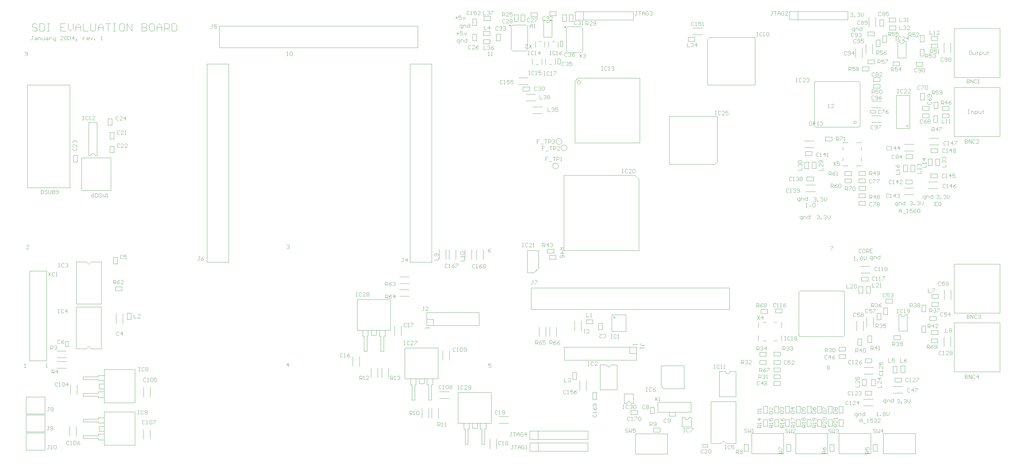
<source format=gto>
*%FSLAX23Y23*%
*%MOIN*%
G01*
D13*
X12675Y5459D02*
X12675Y5962D01*
X12375D02*
X12375Y5459D01*
X12375Y5962D02*
X12675Y5962D01*
X12525Y5489D02*
X12555Y5459D01*
X12525Y5489D02*
X12495Y5459D01*
X12555D02*
X12675D01*
X12495D02*
X12375D01*
X4741Y7141D02*
X4741Y7645D01*
X5041D02*
X5041Y7141D01*
X5040Y7141D02*
X4741Y7141D01*
X4891Y7615D02*
X4861Y7645D01*
X4891Y7615D02*
X4921Y7645D01*
X4861D02*
X4741D01*
X4921D02*
X5041D01*
X5040Y7102D02*
X5040Y6599D01*
X4740D02*
X4740Y7102D01*
X4740Y7102D02*
X5040Y7102D01*
X4890Y6629D02*
X4920Y6599D01*
X4890Y6629D02*
X4860Y6599D01*
X4920D02*
X5040D01*
X4860D02*
X4740D01*
D14*
X10614Y6621D02*
Y6464D01*
X11479D02*
Y6621D01*
X11400D02*
Y6543D01*
X11479D01*
Y6464D02*
X10614D01*
Y6621D02*
X11479D01*
X9586Y6878D02*
Y7035D01*
X8956D02*
Y6878D01*
X9035D02*
Y6956D01*
X8956Y7035D02*
X9586D01*
Y6878D02*
X8956D01*
Y6956D02*
X9035D01*
D18*
X9335Y10277D02*
X9343D01*
X9350Y10284D01*
Y10322D01*
X9328D01*
X9320Y10314D01*
Y10299D01*
X9328Y10292D01*
X9350D01*
X9365D02*
Y10322D01*
X9388D01*
X9395Y10314D01*
Y10292D01*
X9440D02*
Y10337D01*
Y10292D02*
X9418D01*
X9410Y10299D01*
Y10314D01*
X9418Y10322D01*
X9440D01*
X9345Y10399D02*
X9315D01*
X9330Y10384D02*
Y10414D01*
X9360Y10422D02*
X9390D01*
X9360D02*
Y10399D01*
X9375Y10407D01*
X9383D01*
X9390Y10399D01*
Y10384D01*
X9383Y10377D01*
X9368D01*
X9360Y10384D01*
X9405Y10407D02*
X9420Y10377D01*
X9435Y10407D01*
X13650Y8199D02*
X13658Y8207D01*
X13673D01*
X13680Y8199D01*
Y8192D01*
X13681D01*
X13680D02*
X13681D01*
X13680D02*
X13681D01*
X13680D02*
X13673Y8184D01*
X13665D01*
X13673D01*
X13680Y8177D01*
Y8169D01*
X13673Y8162D01*
X13658D01*
X13650Y8169D01*
X13695D02*
Y8162D01*
Y8169D02*
X13703D01*
Y8162D01*
X13695D01*
X13733Y8199D02*
X13740Y8207D01*
X13755D01*
X13763Y8199D01*
Y8192D01*
X13764D01*
X13763D02*
X13764D01*
X13763D02*
X13764D01*
X13763D02*
X13755Y8184D01*
X13748D01*
X13755D01*
X13763Y8177D01*
Y8169D01*
X13755Y8162D01*
X13740D01*
X13733Y8169D01*
X13778Y8177D02*
Y8207D01*
Y8177D02*
X13793Y8162D01*
X13808Y8177D01*
Y8207D01*
X14178Y7802D02*
X14185Y7794D01*
X14178Y7802D02*
X14163D01*
X14155Y7794D01*
Y7764D01*
X14163Y7757D01*
X14178D01*
X14185Y7764D01*
X14208Y7802D02*
X14223D01*
X14208D02*
X14200Y7794D01*
Y7764D01*
X14208Y7757D01*
X14223D01*
X14230Y7764D01*
Y7794D01*
X14223Y7802D01*
X14245D02*
Y7757D01*
Y7802D02*
X14268D01*
X14275Y7794D01*
Y7779D01*
X14268Y7772D01*
X14245D01*
X14260D02*
X14275Y7757D01*
X14290Y7802D02*
X14320D01*
X14290D02*
Y7757D01*
X14320D01*
X14305Y7779D02*
X14290D01*
X14305Y7667D02*
X14313D01*
X14320Y7674D01*
Y7712D01*
X14298D01*
X14290Y7704D01*
Y7689D01*
X14298Y7682D01*
X14320D01*
X14335D02*
Y7712D01*
X14358D01*
X14365Y7704D01*
Y7682D01*
X14410D02*
Y7727D01*
Y7682D02*
X14388D01*
X14380Y7689D01*
Y7704D01*
X14388Y7712D01*
X14410D01*
X14110Y7667D02*
X14095D01*
X14103D02*
X14110D01*
X14103D02*
Y7712D01*
X14104D01*
X14103D02*
X14095Y7704D01*
X14133Y7674D02*
Y7667D01*
Y7674D02*
X14140D01*
Y7667D01*
X14133D01*
X14170Y7704D02*
X14178Y7712D01*
X14193D01*
X14200Y7704D01*
Y7697D01*
X14193Y7689D01*
X14200Y7682D01*
Y7674D01*
X14193Y7667D01*
X14178D01*
X14170Y7674D01*
Y7682D01*
X14178Y7689D01*
X14170Y7697D01*
Y7704D01*
X14178Y7689D02*
X14193D01*
X14215Y7682D02*
Y7712D01*
Y7682D02*
X14230Y7667D01*
X14245Y7682D01*
Y7712D01*
X14370Y5792D02*
X14385D01*
X14378D01*
Y5837D01*
X14379D01*
X14378D02*
X14370Y5829D01*
X14408Y5799D02*
Y5792D01*
Y5799D02*
X14415D01*
Y5792D01*
X14408D01*
X14445Y5829D02*
X14453Y5837D01*
X14468D01*
X14475Y5829D01*
Y5822D01*
X14468Y5814D01*
X14475Y5807D01*
Y5799D01*
X14468Y5792D01*
X14453D01*
X14445Y5799D01*
Y5807D01*
X14453Y5814D01*
X14445Y5822D01*
Y5829D01*
X14453Y5814D02*
X14468D01*
X14490Y5807D02*
Y5837D01*
Y5807D02*
X14505Y5792D01*
X14520Y5807D01*
Y5837D01*
X14473Y5942D02*
X14465D01*
X14473D02*
X14480Y5949D01*
Y5987D01*
X14458D01*
X14450Y5979D01*
Y5964D01*
X14458Y5957D01*
X14480D01*
X14495D02*
Y5987D01*
X14518D01*
X14525Y5979D01*
Y5957D01*
X14570D02*
Y6002D01*
Y5957D02*
X14548D01*
X14540Y5964D01*
Y5979D01*
X14548Y5987D01*
X14570D01*
X14615Y5984D02*
X14623Y5992D01*
X14638D01*
X14645Y5984D01*
Y5977D01*
X14646D01*
X14645D02*
X14646D01*
X14645D02*
X14646D01*
X14645D02*
X14638Y5969D01*
X14630D01*
X14638D01*
X14645Y5962D01*
Y5954D01*
X14638Y5947D01*
X14623D01*
X14615Y5954D01*
X14660D02*
Y5947D01*
Y5954D02*
X14668D01*
Y5947D01*
X14660D01*
X14698Y5984D02*
X14705Y5992D01*
X14720D01*
X14728Y5984D01*
Y5977D01*
X14729D01*
X14728D02*
X14729D01*
X14728D02*
X14729D01*
X14728D02*
X14720Y5969D01*
X14713D01*
X14720D01*
X14728Y5962D01*
Y5954D01*
X14720Y5947D01*
X14705D01*
X14698Y5954D01*
X14743Y5962D02*
Y5992D01*
Y5962D02*
X14758Y5947D01*
X14773Y5962D01*
Y5992D01*
X14770Y8369D02*
X14778Y8377D01*
X14793D01*
X14800Y8369D01*
Y8362D01*
X14801D01*
X14800D02*
X14801D01*
X14800D02*
X14801D01*
X14800D02*
X14793Y8354D01*
X14785D01*
X14793D01*
X14800Y8347D01*
Y8339D01*
X14793Y8332D01*
X14778D01*
X14770Y8339D01*
X14815D02*
Y8332D01*
Y8339D02*
X14823D01*
Y8332D01*
X14815D01*
X14853Y8369D02*
X14860Y8377D01*
X14875D01*
X14883Y8369D01*
Y8362D01*
X14884D01*
X14883D02*
X14884D01*
X14883D02*
X14884D01*
X14883D02*
X14875Y8354D01*
X14868D01*
X14875D01*
X14883Y8347D01*
Y8339D01*
X14875Y8332D01*
X14860D01*
X14853Y8339D01*
X14898Y8347D02*
Y8377D01*
Y8347D02*
X14913Y8332D01*
X14928Y8347D01*
Y8377D01*
X15069Y8367D02*
X15099D01*
X15069D02*
Y8322D01*
X15099D01*
X15084Y8344D02*
X15069D01*
X15144Y8329D02*
Y8359D01*
X15137Y8367D01*
X15122D01*
X15114Y8359D01*
Y8329D01*
X15122Y8322D01*
X15137D01*
X15144D02*
X15129Y8337D01*
X15144Y8329D02*
X15137Y8322D01*
X15090Y8444D02*
X15098Y8452D01*
X15113D01*
X15120Y8444D01*
Y8437D01*
X15121D01*
X15120D02*
X15121D01*
X15120D02*
X15121D01*
X15120D02*
X15113Y8429D01*
X15105D01*
X15113D01*
X15120Y8422D01*
Y8414D01*
X15113Y8407D01*
X15098D01*
X15090Y8414D01*
X15135D02*
Y8407D01*
Y8414D02*
X15143D01*
Y8407D01*
X15135D01*
X15173Y8444D02*
X15180Y8452D01*
X15195D01*
X15203Y8444D01*
Y8437D01*
X15204D01*
X15203D02*
X15204D01*
X15203D02*
X15204D01*
X15203D02*
X15195Y8429D01*
X15188D01*
X15195D01*
X15203Y8422D01*
Y8414D01*
X15195Y8407D01*
X15180D01*
X15173Y8414D01*
X15218Y8422D02*
Y8452D01*
Y8422D02*
X15233Y8407D01*
X15248Y8422D01*
Y8452D01*
X14948Y8397D02*
X14940D01*
X14948D02*
X14955Y8404D01*
Y8442D01*
X14933D01*
X14925Y8434D01*
Y8419D01*
X14933Y8412D01*
X14955D01*
X14970D02*
Y8442D01*
X14993D01*
X15000Y8434D01*
Y8412D01*
X15045D02*
Y8457D01*
Y8412D02*
X15023D01*
X15015Y8419D01*
Y8434D01*
X15023Y8442D01*
X15045D01*
X14054Y10637D02*
X14062Y10645D01*
X14077D01*
X14084Y10637D01*
Y10630D01*
X14085D01*
X14084D02*
X14085D01*
X14084D02*
X14085D01*
X14084D02*
X14077Y10622D01*
X14069D01*
X14077D01*
X14084Y10615D01*
Y10607D01*
X14077Y10600D01*
X14062D01*
X14054Y10607D01*
X14099D02*
Y10600D01*
Y10607D02*
X14107D01*
Y10600D01*
X14099D01*
X14137Y10637D02*
X14144Y10645D01*
X14159D01*
X14167Y10637D01*
Y10630D01*
X14168D01*
X14167D02*
X14168D01*
X14167D02*
X14168D01*
X14167D02*
X14159Y10622D01*
X14152D01*
X14159D01*
X14167Y10615D01*
Y10607D01*
X14159Y10600D01*
X14144D01*
X14137Y10607D01*
X14182Y10615D02*
Y10645D01*
Y10615D02*
X14197Y10600D01*
X14212Y10615D01*
Y10645D01*
X14096Y10417D02*
X14088D01*
X14096D02*
X14103Y10424D01*
Y10462D01*
X14081D01*
X14073Y10454D01*
Y10439D01*
X14081Y10432D01*
X14103D01*
X14118D02*
Y10462D01*
X14141D01*
X14148Y10454D01*
Y10432D01*
X14193D02*
Y10477D01*
Y10432D02*
X14171D01*
X14163Y10439D01*
Y10454D01*
X14171Y10462D01*
X14193D01*
X9329Y10587D02*
X9299D01*
X9314Y10572D02*
Y10602D01*
X9344Y10610D02*
X9374D01*
X9344D02*
Y10587D01*
X9359Y10595D01*
X9367D01*
X9374Y10587D01*
Y10572D01*
X9367Y10565D01*
X9352D01*
X9344Y10572D01*
X9389Y10595D02*
X9404Y10565D01*
X9419Y10595D01*
X13460Y8152D02*
X13468D01*
X13475Y8159D01*
Y8197D01*
X13453D01*
X13445Y8189D01*
Y8174D01*
X13453Y8167D01*
X13475D01*
X13490D02*
Y8197D01*
X13513D01*
X13520Y8189D01*
Y8167D01*
X13565D02*
Y8212D01*
Y8167D02*
X13543D01*
X13535Y8174D01*
Y8189D01*
X13543Y8197D01*
X13565D01*
X13610Y8414D02*
X13618Y8422D01*
X13633D01*
X13640Y8414D01*
Y8407D01*
X13641D01*
X13640D02*
X13641D01*
X13640D02*
X13641D01*
X13640D02*
X13633Y8399D01*
X13625D01*
X13633D01*
X13640Y8392D01*
Y8384D01*
X13633Y8377D01*
X13618D01*
X13610Y8384D01*
X13655D02*
Y8377D01*
Y8384D02*
X13663D01*
Y8377D01*
X13655D01*
X13693Y8414D02*
X13700Y8422D01*
X13715D01*
X13723Y8414D01*
Y8407D01*
X13724D01*
X13723D02*
X13724D01*
X13723D02*
X13724D01*
X13723D02*
X13715Y8399D01*
X13708D01*
X13715D01*
X13723Y8392D01*
Y8384D01*
X13715Y8377D01*
X13700D01*
X13693Y8384D01*
X13738Y8392D02*
Y8422D01*
Y8392D02*
X13753Y8377D01*
X13768Y8392D01*
Y8422D01*
X14165Y5742D02*
Y5712D01*
Y5742D02*
X14180Y5757D01*
X14195Y5742D01*
Y5712D01*
Y5734D01*
X14165D01*
X14210Y5704D02*
X14240D01*
X14255Y5712D02*
X14270D01*
X14263D01*
Y5757D01*
X14264D01*
X14263D02*
X14255Y5749D01*
X14293Y5757D02*
X14323D01*
X14293D02*
Y5734D01*
X14308Y5742D01*
X14315D01*
X14323Y5734D01*
Y5719D01*
X14315Y5712D01*
X14300D01*
X14293Y5719D01*
X14338Y5749D02*
X14345Y5757D01*
X14360D01*
X14368Y5749D01*
Y5742D01*
X14369D01*
X14368D02*
X14369D01*
X14368D02*
X14369D01*
X14368D02*
X14360Y5734D01*
X14353D01*
X14360D01*
X14368Y5727D01*
Y5719D01*
X14360Y5712D01*
X14345D01*
X14338Y5719D01*
X14383Y5712D02*
X14413D01*
X14383D02*
X14413Y5742D01*
Y5749D01*
X14405Y5757D01*
X14390D01*
X14383Y5749D01*
X14128Y5777D02*
X14120D01*
X14128D02*
X14135Y5784D01*
Y5822D01*
X14113D01*
X14105Y5814D01*
Y5799D01*
X14113Y5792D01*
X14135D01*
X14150D02*
Y5822D01*
X14173D01*
X14180Y5814D01*
Y5792D01*
X14225D02*
Y5837D01*
Y5792D02*
X14203D01*
X14195Y5799D01*
Y5814D01*
X14203Y5822D01*
X14225D01*
X13438Y8372D02*
X13430D01*
X13438D02*
X13445Y8379D01*
Y8417D01*
X13423D01*
X13415Y8409D01*
Y8394D01*
X13423Y8387D01*
X13445D01*
X13460D02*
Y8417D01*
X13483D01*
X13490Y8409D01*
Y8387D01*
X13535D02*
Y8432D01*
Y8387D02*
X13513D01*
X13505Y8394D01*
Y8409D01*
X13513Y8417D01*
X13535D01*
X15490Y10189D02*
X15505D01*
X15490D02*
X15482Y10181D01*
Y10151D01*
X15490Y10144D01*
X15505D01*
X15512Y10151D01*
Y10181D01*
X15505Y10189D01*
X15527Y10174D02*
Y10151D01*
X15535Y10144D01*
X15557D01*
Y10174D01*
X15580D02*
Y10181D01*
Y10174D02*
X15572D01*
X15587D01*
X15580D01*
Y10151D01*
X15587Y10144D01*
X15610Y10129D02*
Y10174D01*
X15632D01*
X15640Y10166D01*
Y10151D01*
X15632Y10144D01*
X15610D01*
X15655Y10151D02*
Y10174D01*
Y10151D02*
X15662Y10144D01*
X15685D01*
Y10174D01*
X15707D02*
Y10181D01*
Y10174D02*
X15700D01*
X15715D01*
X15707D01*
Y10151D01*
X15715Y10144D01*
X15483Y9479D02*
X15468D01*
X15476D02*
X15483D01*
X15476D02*
Y9434D01*
X15468D01*
X15483D01*
X15506D02*
Y9464D01*
X15528D01*
X15536Y9456D01*
Y9434D01*
X15551Y9419D02*
Y9464D01*
X15573D01*
X15581Y9456D01*
Y9441D01*
X15573Y9434D01*
X15551D01*
X15596Y9441D02*
Y9464D01*
Y9441D02*
X15603Y9434D01*
X15626D01*
Y9464D01*
X15648D02*
Y9471D01*
Y9464D02*
X15641D01*
X15656D01*
X15648D01*
Y9441D01*
X15656Y9434D01*
X9374Y10455D02*
X9366D01*
X9374D02*
X9381Y10462D01*
Y10500D01*
X9359D01*
X9351Y10492D01*
Y10477D01*
X9359Y10470D01*
X9381D01*
X9396D02*
Y10500D01*
X9419D01*
X9426Y10492D01*
Y10470D01*
X9471D02*
Y10515D01*
Y10470D02*
X9449D01*
X9441Y10477D01*
Y10492D01*
X9449Y10500D01*
X9471D01*
X13516Y8352D02*
X13531D01*
X13524D01*
Y8307D01*
X13516D01*
X13531D01*
X13554D02*
X13584Y8337D01*
X13606Y8352D02*
X13621D01*
X13606D02*
X13599Y8344D01*
Y8314D01*
X13606Y8307D01*
X13621D01*
X13629Y8314D01*
Y8344D01*
X13621Y8352D01*
X14605Y8317D02*
X14613D01*
X14620Y8324D01*
Y8362D01*
X14598D01*
X14590Y8354D01*
Y8339D01*
X14598Y8332D01*
X14620D01*
X14635D02*
Y8362D01*
X14658D01*
X14665Y8354D01*
Y8332D01*
X14710D02*
Y8377D01*
Y8332D02*
X14688D01*
X14680Y8339D01*
Y8354D01*
X14688Y8362D01*
X14710D01*
X14640Y8268D02*
Y8238D01*
Y8268D02*
X14655Y8283D01*
X14670Y8268D01*
Y8238D01*
Y8260D01*
X14640D01*
X14685Y8230D02*
X14715D01*
X14730Y8238D02*
X14745D01*
X14738D01*
Y8283D01*
X14739D01*
X14738D02*
X14730Y8275D01*
X14768Y8283D02*
X14798D01*
X14768D02*
Y8260D01*
X14783Y8268D01*
X14790D01*
X14798Y8260D01*
Y8245D01*
X14790Y8238D01*
X14775D01*
X14768Y8245D01*
X14828Y8275D02*
X14843Y8283D01*
X14828Y8275D02*
X14813Y8260D01*
Y8245D01*
X14820Y8238D01*
X14835D01*
X14843Y8245D01*
Y8253D01*
X14835Y8260D01*
X14813D01*
X14858Y8275D02*
X14865Y8283D01*
X14880D01*
X14888Y8275D01*
Y8245D01*
X14880Y8238D01*
X14865D01*
X14858Y8245D01*
Y8275D01*
X15172Y10098D02*
X15165Y10106D01*
X15150D01*
X15142Y10098D01*
Y10068D01*
X15150Y10061D01*
X15165D01*
X15172Y10068D01*
X15187D02*
X15195Y10061D01*
X15210D01*
X15217Y10068D01*
Y10098D01*
X15210Y10106D01*
X15195D01*
X15187Y10098D01*
Y10091D01*
X15195Y10083D01*
X15217D01*
X15232Y10098D02*
X15240Y10106D01*
X15255D01*
X15262Y10098D01*
Y10091D01*
X15255Y10083D01*
X15262Y10076D01*
Y10068D01*
X15255Y10061D01*
X15240D01*
X15232Y10068D01*
Y10076D01*
X15240Y10083D01*
X15232Y10091D01*
Y10098D01*
X15240Y10083D02*
X15255D01*
X14856Y9971D02*
X14849Y9979D01*
X14834D01*
X14826Y9971D01*
Y9941D01*
X14834Y9934D01*
X14849D01*
X14856Y9941D01*
X14871D02*
X14879Y9934D01*
X14894D01*
X14901Y9941D01*
Y9971D01*
X14894Y9979D01*
X14879D01*
X14871Y9971D01*
Y9964D01*
X14879Y9956D01*
X14901D01*
X14916Y9971D02*
X14924Y9979D01*
X14939D01*
X14946Y9971D01*
Y9941D01*
X14939Y9934D01*
X14924D01*
X14916Y9941D01*
Y9971D01*
X14956Y10105D02*
Y10150D01*
X14979D01*
X14986Y10142D01*
Y10127D01*
X14979Y10120D01*
X14956D01*
X14971D02*
X14986Y10105D01*
X15001Y10150D02*
X15031D01*
X15001D02*
Y10127D01*
X15016Y10135D01*
X15024D01*
X15031Y10127D01*
Y10112D01*
X15024Y10105D01*
X15009D01*
X15001Y10112D01*
X15046Y10142D02*
X15054Y10150D01*
X15069D01*
X15076Y10142D01*
Y10135D01*
X15077D01*
X15076D02*
X15077D01*
X15076D02*
X15077D01*
X15076D02*
X15069Y10127D01*
X15061D01*
X15069D01*
X15076Y10120D01*
Y10112D01*
X15069Y10105D01*
X15054D01*
X15046Y10112D01*
X15010Y10386D02*
Y10431D01*
Y10386D02*
X15040D01*
X15055D02*
X15070D01*
X15063D01*
Y10431D01*
X15064D01*
X15063D02*
X15055Y10423D01*
X15093Y10386D02*
X15123D01*
X15093D02*
X15123Y10416D01*
Y10423D01*
X15115Y10431D01*
X15100D01*
X15093Y10423D01*
X14756Y10405D02*
Y10360D01*
Y10405D02*
X14779D01*
X14786Y10397D01*
Y10382D01*
X14779Y10375D01*
X14756D01*
X14771D02*
X14786Y10360D01*
X14801Y10405D02*
X14831D01*
X14801D02*
Y10382D01*
X14816Y10390D01*
X14824D01*
X14831Y10382D01*
Y10367D01*
X14824Y10360D01*
X14809D01*
X14801Y10367D01*
X14846Y10360D02*
X14876D01*
X14846D02*
X14876Y10390D01*
Y10397D01*
X14869Y10405D01*
X14854D01*
X14846Y10397D01*
X15016Y10204D02*
Y10159D01*
Y10204D02*
X15039D01*
X15046Y10196D01*
Y10181D01*
X15039Y10174D01*
X15016D01*
X15031D02*
X15046Y10159D01*
X15061Y10204D02*
X15091D01*
X15061D02*
Y10181D01*
X15076Y10189D01*
X15084D01*
X15091Y10181D01*
Y10166D01*
X15084Y10159D01*
X15069D01*
X15061Y10166D01*
X15106Y10159D02*
X15121D01*
X15114D01*
Y10204D01*
X15115D01*
X15114D02*
X15106Y10196D01*
X15455Y9844D02*
Y9799D01*
X15477D01*
X15485Y9806D01*
Y9814D01*
X15477Y9821D01*
X15455D01*
X15456D01*
X15455D02*
X15456D01*
X15455D02*
X15456D01*
X15455D02*
X15477D01*
X15485Y9829D01*
Y9836D01*
X15477Y9844D01*
X15455D01*
X15500D02*
Y9799D01*
X15530D02*
X15500Y9844D01*
X15530D02*
Y9799D01*
X15575Y9836D02*
X15567Y9844D01*
X15552D01*
X15545Y9836D01*
Y9806D01*
X15552Y9799D01*
X15567D01*
X15575Y9806D01*
X15590Y9799D02*
X15605D01*
X15597D01*
Y9844D01*
X15598D01*
X15597D02*
X15590Y9836D01*
X15178Y8706D02*
X15185Y8698D01*
X15178Y8706D02*
X15163D01*
X15155Y8698D01*
Y8668D01*
X15163Y8661D01*
X15178D01*
X15185Y8668D01*
X15200Y8661D02*
X15215D01*
X15208D01*
Y8706D01*
X15209D01*
X15208D02*
X15200Y8698D01*
X15260Y8706D02*
Y8661D01*
X15238Y8683D02*
X15260Y8706D01*
X15268Y8683D02*
X15238D01*
X15283Y8706D02*
X15313D01*
X15283D02*
Y8683D01*
X15298Y8691D01*
X15305D01*
X15313Y8683D01*
Y8668D01*
X15305Y8661D01*
X15290D01*
X15283Y8668D01*
X15195Y8574D02*
X15188Y8582D01*
X15173D01*
X15165Y8574D01*
Y8544D01*
X15173Y8537D01*
X15188D01*
X15195Y8544D01*
X15210Y8537D02*
X15225D01*
X15218D01*
Y8582D01*
X15219D01*
X15218D02*
X15210Y8574D01*
X15270Y8582D02*
Y8537D01*
X15248Y8559D02*
X15270Y8582D01*
X15278Y8559D02*
X15248D01*
X15308Y8574D02*
X15323Y8582D01*
X15308Y8574D02*
X15293Y8559D01*
Y8544D01*
X15300Y8537D01*
X15315D01*
X15323Y8544D01*
Y8552D01*
X15315Y8559D01*
X15293D01*
X14549Y8624D02*
X14542Y8632D01*
X14527D01*
X14519Y8624D01*
Y8594D01*
X14527Y8587D01*
X14542D01*
X14549Y8594D01*
X14564Y8587D02*
X14579D01*
X14572D01*
Y8632D01*
X14573D01*
X14572D02*
X14564Y8624D01*
X14624Y8632D02*
Y8587D01*
X14602Y8609D02*
X14624Y8632D01*
X14632Y8609D02*
X14602D01*
X14647Y8587D02*
X14677D01*
X14647D02*
X14677Y8617D01*
Y8624D01*
X14669Y8632D01*
X14654D01*
X14647Y8624D01*
X14509Y8465D02*
X14516Y8457D01*
X14509Y8465D02*
X14494D01*
X14486Y8457D01*
Y8427D01*
X14494Y8420D01*
X14509D01*
X14516Y8427D01*
X14531Y8420D02*
X14546D01*
X14539D01*
Y8465D01*
X14540D01*
X14539D02*
X14531Y8457D01*
X14591Y8465D02*
Y8420D01*
X14569Y8442D02*
X14591Y8465D01*
X14599Y8442D02*
X14569D01*
X14614Y8457D02*
X14621Y8465D01*
X14636D01*
X14644Y8457D01*
Y8450D01*
X14645D01*
X14644D02*
X14645D01*
X14644D02*
X14645D01*
X14644D02*
X14636Y8442D01*
X14629D01*
X14636D01*
X14644Y8435D01*
Y8427D01*
X14636Y8420D01*
X14621D01*
X14614Y8427D01*
X14617Y9726D02*
X14632D01*
X14625D01*
Y9681D01*
X14617D01*
X14632D01*
X14677Y9726D02*
X14685Y9718D01*
X14677Y9726D02*
X14662D01*
X14655Y9718D01*
Y9688D01*
X14662Y9681D01*
X14677D01*
X14685Y9688D01*
X14700Y9681D02*
X14730D01*
X14700D02*
X14730Y9711D01*
Y9718D01*
X14722Y9726D01*
X14707D01*
X14700Y9718D01*
X14745Y9681D02*
X14775D01*
X14745D02*
X14775Y9711D01*
Y9718D01*
X14767Y9726D01*
X14752D01*
X14745Y9718D01*
X14577Y8933D02*
X14584Y8925D01*
X14577Y8933D02*
X14562D01*
X14554Y8925D01*
Y8895D01*
X14562Y8888D01*
X14577D01*
X14584Y8895D01*
X14599Y8925D02*
X14607Y8933D01*
X14622D01*
X14629Y8925D01*
Y8918D01*
X14622Y8910D01*
X14629Y8903D01*
Y8895D01*
X14622Y8888D01*
X14607D01*
X14599Y8895D01*
Y8903D01*
X14607Y8910D01*
X14599Y8918D01*
Y8925D01*
X14607Y8910D02*
X14622D01*
X14667Y8888D02*
Y8933D01*
X14644Y8910D01*
X14674D01*
X14920Y8785D02*
X14965D01*
Y8815D01*
Y8830D02*
Y8845D01*
Y8837D01*
X14920D01*
X14921D01*
X14920D02*
X14928Y8830D01*
X14920Y8890D02*
X14965D01*
X14943Y8867D02*
X14920Y8890D01*
X14943Y8897D02*
Y8867D01*
X15156Y8791D02*
X15201D01*
Y8821D01*
X15164Y8836D02*
X15156Y8843D01*
Y8858D01*
X15164Y8866D01*
X15171D01*
X15172D01*
X15171D02*
X15172D01*
X15171D02*
X15172D01*
X15171D02*
X15179Y8858D01*
Y8851D01*
Y8858D01*
X15186Y8866D01*
X15194D01*
X15201Y8858D01*
Y8843D01*
X15194Y8836D01*
X15164Y8881D02*
X15156Y8888D01*
Y8903D01*
X15164Y8911D01*
X15171D01*
X15172D01*
X15171D02*
X15172D01*
X15171D02*
X15172D01*
X15171D02*
X15179Y8903D01*
Y8896D01*
Y8903D01*
X15186Y8911D01*
X15194D01*
X15201Y8903D01*
Y8888D01*
X15194Y8881D01*
X15192Y9001D02*
X15185Y9009D01*
X15170D01*
X15162Y9001D01*
Y8971D01*
X15170Y8964D01*
X15185D01*
X15192Y8971D01*
X15207Y8964D02*
X15222D01*
X15215D01*
Y9009D01*
X15216D01*
X15215D02*
X15207Y9001D01*
X15267Y9009D02*
Y8964D01*
X15245Y8986D02*
X15267Y9009D01*
X15275Y8986D02*
X15245D01*
X15290Y9001D02*
X15297Y9009D01*
X15312D01*
X15320Y9001D01*
Y8994D01*
X15312Y8986D01*
X15320Y8979D01*
Y8971D01*
X15312Y8964D01*
X15297D01*
X15290Y8971D01*
Y8979D01*
X15297Y8986D01*
X15290Y8994D01*
Y9001D01*
X15297Y8986D02*
X15312D01*
X15207Y9091D02*
X15200Y9099D01*
X15185D01*
X15177Y9091D01*
Y9061D01*
X15185Y9054D01*
X15200D01*
X15207Y9061D01*
X15222Y9054D02*
X15237D01*
X15230D01*
Y9099D01*
X15231D01*
X15230D02*
X15222Y9091D01*
X15282Y9099D02*
Y9054D01*
X15260Y9076D02*
X15282Y9099D01*
X15290Y9076D02*
X15260D01*
X15305Y9099D02*
X15335D01*
Y9091D01*
X15305Y9061D01*
Y9054D01*
X15157Y9318D02*
Y9363D01*
Y9318D02*
X15187D01*
X15202D02*
X15217D01*
X15210D01*
Y9363D01*
X15211D01*
X15210D02*
X15202Y9355D01*
X15240Y9318D02*
X15255D01*
X15247D01*
Y9363D01*
X15248D01*
X15247D02*
X15240Y9355D01*
X14988Y9574D02*
X14980Y9566D01*
Y9551D01*
X14988Y9544D01*
X15018D01*
X15025Y9551D01*
Y9566D01*
X15018Y9574D01*
X14988Y9604D02*
X14980Y9619D01*
X14988Y9604D02*
X15003Y9589D01*
X15018D01*
X15025Y9596D01*
Y9611D01*
X15018Y9619D01*
X15010D01*
X15003Y9611D01*
Y9589D01*
X15018Y9634D02*
X15025Y9641D01*
Y9656D01*
X15018Y9664D01*
X14988D01*
X14980Y9656D01*
Y9641D01*
X14988Y9634D01*
X14995D01*
X15003Y9641D01*
Y9664D01*
X15034Y9266D02*
Y9221D01*
Y9266D02*
X15057D01*
X15064Y9258D01*
Y9243D01*
X15057Y9236D01*
X15034D01*
X15049D02*
X15064Y9221D01*
X15102D02*
Y9266D01*
X15079Y9243D01*
X15109D01*
X15124Y9266D02*
X15154D01*
Y9258D01*
X15124Y9228D01*
Y9221D01*
X15035Y9665D02*
Y9710D01*
X15058D01*
X15065Y9702D01*
Y9687D01*
X15058Y9680D01*
X15035D01*
X15050D02*
X15065Y9665D01*
X15080Y9710D02*
X15110D01*
X15080D02*
Y9687D01*
X15095Y9695D01*
X15103D01*
X15110Y9687D01*
Y9672D01*
X15103Y9665D01*
X15088D01*
X15080Y9672D01*
X15125D02*
X15133Y9665D01*
X15148D01*
X15155Y9672D01*
Y9702D01*
X15148Y9710D01*
X15133D01*
X15125Y9702D01*
Y9695D01*
X15133Y9687D01*
X15155D01*
X14917Y9362D02*
X14924Y9354D01*
X14917Y9362D02*
X14902D01*
X14894Y9354D01*
Y9324D01*
X14902Y9317D01*
X14917D01*
X14924Y9324D01*
X14954Y9354D02*
X14969Y9362D01*
X14954Y9354D02*
X14939Y9339D01*
Y9324D01*
X14947Y9317D01*
X14962D01*
X14969Y9324D01*
Y9332D01*
X14962Y9339D01*
X14939D01*
X14984Y9354D02*
X14992Y9362D01*
X15007D01*
X15014Y9354D01*
Y9347D01*
X15007Y9339D01*
X15014Y9332D01*
Y9324D01*
X15007Y9317D01*
X14992D01*
X14984Y9324D01*
Y9332D01*
X14992Y9339D01*
X14984Y9347D01*
Y9354D01*
X14992Y9339D02*
X15007D01*
X14894Y9760D02*
X14887Y9768D01*
X14872D01*
X14864Y9760D01*
Y9730D01*
X14872Y9723D01*
X14887D01*
X14894Y9730D01*
X14909Y9768D02*
X14939D01*
Y9760D01*
X14909Y9730D01*
Y9723D01*
X14954Y9760D02*
X14962Y9768D01*
X14977D01*
X14984Y9760D01*
Y9730D01*
X14977Y9723D01*
X14962D01*
X14954Y9730D01*
Y9760D01*
X15145Y9587D02*
Y9542D01*
Y9587D02*
X15168D01*
X15175Y9579D01*
Y9564D01*
X15168Y9557D01*
X15145D01*
X15160D02*
X15175Y9542D01*
X15213D02*
Y9587D01*
X15190Y9564D01*
X15220D01*
X15250Y9579D02*
X15265Y9587D01*
X15250Y9579D02*
X15235Y9564D01*
Y9549D01*
X15243Y9542D01*
X15258D01*
X15265Y9549D01*
Y9557D01*
X15258Y9564D01*
X15235D01*
X14643Y8700D02*
X14598D01*
X14643D02*
Y8730D01*
Y8745D02*
Y8760D01*
Y8753D01*
X14598D01*
X14599D01*
X14598D02*
X14606Y8745D01*
Y8798D02*
X14598Y8813D01*
X14606Y8798D02*
X14621Y8783D01*
X14636D01*
X14643Y8790D01*
Y8805D01*
X14636Y8813D01*
X14628D01*
X14621Y8805D01*
Y8783D01*
X14859Y8714D02*
X14904D01*
Y8744D01*
Y8759D02*
Y8774D01*
Y8766D01*
X14859D01*
X14860D01*
X14859D02*
X14867Y8759D01*
Y8796D02*
X14859Y8804D01*
Y8819D01*
X14867Y8826D01*
X14874D01*
X14875D01*
X14874D02*
X14875D01*
X14874D02*
X14875D01*
X14874D02*
X14882Y8819D01*
Y8811D01*
Y8819D01*
X14889Y8826D01*
X14897D01*
X14904Y8819D01*
Y8804D01*
X14897Y8796D01*
X15434Y9074D02*
Y9119D01*
Y9074D02*
X15456D01*
X15464Y9081D01*
Y9089D01*
X15456Y9096D01*
X15434D01*
X15435D01*
X15434D02*
X15435D01*
X15434D02*
X15435D01*
X15434D02*
X15456D01*
X15464Y9104D01*
Y9111D01*
X15456Y9119D01*
X15434D01*
X15479D02*
Y9074D01*
X15509D02*
X15479Y9119D01*
X15509D02*
Y9074D01*
X15554Y9111D02*
X15546Y9119D01*
X15531D01*
X15524Y9111D01*
Y9081D01*
X15531Y9074D01*
X15546D01*
X15554Y9081D01*
X15569Y9074D02*
X15599D01*
X15569D02*
X15599Y9104D01*
Y9111D01*
X15591Y9119D01*
X15576D01*
X15569Y9111D01*
X14520Y9031D02*
X14513Y9039D01*
X14498D01*
X14490Y9031D01*
Y9001D01*
X14498Y8994D01*
X14513D01*
X14520Y9001D01*
X14535Y8994D02*
X14550D01*
X14543D01*
Y9039D01*
X14544D01*
X14543D02*
X14535Y9031D01*
X14595Y9039D02*
Y8994D01*
X14573Y9016D02*
X14595Y9039D01*
X14603Y9016D02*
X14573D01*
X14640Y8994D02*
Y9039D01*
X14618Y9016D01*
X14648D01*
X15007Y7084D02*
Y7039D01*
Y7084D02*
X15030D01*
X15037Y7076D01*
Y7061D01*
X15030Y7054D01*
X15007D01*
X15022D02*
X15037Y7039D01*
X15052Y7076D02*
X15060Y7084D01*
X15075D01*
X15082Y7076D01*
Y7069D01*
X15083D01*
X15082D02*
X15083D01*
X15082D02*
X15083D01*
X15082D02*
X15075Y7061D01*
X15067D01*
X15075D01*
X15082Y7054D01*
Y7046D01*
X15075Y7039D01*
X15060D01*
X15052Y7046D01*
X15097Y7084D02*
X15127D01*
Y7076D01*
X15097Y7046D01*
Y7039D01*
X14990Y7277D02*
Y7322D01*
Y7277D02*
X15020D01*
X15035Y7322D02*
X15065D01*
Y7314D01*
X15035Y7284D01*
Y7277D01*
X15159Y7037D02*
X15166Y7029D01*
X15159Y7037D02*
X15144D01*
X15136Y7029D01*
Y6999D01*
X15144Y6992D01*
X15159D01*
X15166Y6999D01*
X15181Y7037D02*
X15211D01*
X15181D02*
Y7014D01*
X15196Y7022D01*
X15204D01*
X15211Y7014D01*
Y6999D01*
X15204Y6992D01*
X15189D01*
X15181Y6999D01*
X15249Y6992D02*
Y7037D01*
X15226Y7014D01*
X15256D01*
X15196Y6845D02*
Y6800D01*
X15226D01*
X15241Y6837D02*
X15249Y6845D01*
X15264D01*
X15271Y6837D01*
Y6830D01*
X15264Y6822D01*
X15271Y6815D01*
Y6807D01*
X15264Y6800D01*
X15249D01*
X15241Y6807D01*
Y6815D01*
X15249Y6822D01*
X15241Y6830D01*
Y6837D01*
X15249Y6822D02*
X15264D01*
X15143Y6572D02*
X15150Y6564D01*
X15143Y6572D02*
X15128D01*
X15120Y6564D01*
Y6534D01*
X15128Y6527D01*
X15143D01*
X15150Y6534D01*
X15165Y6527D02*
X15180D01*
X15173D01*
Y6572D01*
X15174D01*
X15173D02*
X15165Y6564D01*
X15203Y6527D02*
X15233D01*
X15203D02*
X15233Y6557D01*
Y6564D01*
X15225Y6572D01*
X15210D01*
X15203Y6564D01*
X15248D02*
X15255Y6572D01*
X15270D01*
X15278Y6564D01*
Y6557D01*
X15270Y6549D01*
X15278Y6542D01*
Y6534D01*
X15270Y6527D01*
X15255D01*
X15248Y6534D01*
Y6542D01*
X15255Y6549D01*
X15248Y6557D01*
Y6564D01*
X15255Y6549D02*
X15270D01*
X14985Y6852D02*
Y6897D01*
X15008D01*
X15015Y6889D01*
Y6874D01*
X15008Y6867D01*
X14985D01*
X15000D02*
X15015Y6852D01*
X15053D02*
Y6897D01*
X15030Y6874D01*
X15060D01*
X15075Y6852D02*
X15105D01*
X15075D02*
X15105Y6882D01*
Y6889D01*
X15098Y6897D01*
X15083D01*
X15075Y6889D01*
X14770Y7102D02*
Y7147D01*
X14793D01*
X14800Y7139D01*
Y7124D01*
X14793Y7117D01*
X14770D01*
X14785D02*
X14800Y7102D01*
X14815Y7139D02*
X14823Y7147D01*
X14838D01*
X14845Y7139D01*
Y7132D01*
X14846D01*
X14845D02*
X14846D01*
X14845D02*
X14846D01*
X14845D02*
X14838Y7124D01*
X14830D01*
X14838D01*
X14845Y7117D01*
Y7109D01*
X14838Y7102D01*
X14823D01*
X14815Y7109D01*
X14860Y7139D02*
X14868Y7147D01*
X14883D01*
X14890Y7139D01*
Y7132D01*
X14883Y7124D01*
X14890Y7117D01*
Y7109D01*
X14883Y7102D01*
X14868D01*
X14860Y7109D01*
Y7117D01*
X14868Y7124D01*
X14860Y7132D01*
Y7139D01*
X14868Y7124D02*
X14883D01*
X15140Y7399D02*
X15133Y7407D01*
X15118D01*
X15110Y7399D01*
Y7369D01*
X15118Y7362D01*
X15133D01*
X15140Y7369D01*
X15155Y7407D02*
X15185D01*
X15155D02*
Y7384D01*
X15170Y7392D01*
X15178D01*
X15185Y7384D01*
Y7369D01*
X15178Y7362D01*
X15163D01*
X15155Y7369D01*
X15200D02*
X15208Y7362D01*
X15223D01*
X15230Y7369D01*
Y7399D01*
X15223Y7407D01*
X15208D01*
X15200Y7399D01*
Y7392D01*
X15208Y7384D01*
X15230D01*
X15455Y7010D02*
Y6965D01*
X15477D01*
X15485Y6972D01*
Y6980D01*
X15477Y6987D01*
X15455D01*
X15456D01*
X15455D02*
X15456D01*
X15455D02*
X15456D01*
X15455D02*
X15477D01*
X15485Y6995D01*
Y7002D01*
X15477Y7010D01*
X15455D01*
X15500D02*
Y6965D01*
X15530D02*
X15500Y7010D01*
X15530D02*
Y6965D01*
X15575Y7002D02*
X15567Y7010D01*
X15552D01*
X15545Y7002D01*
Y6972D01*
X15552Y6965D01*
X15567D01*
X15575Y6972D01*
X15590Y7002D02*
X15597Y7010D01*
X15612D01*
X15620Y7002D01*
Y6995D01*
X15621D01*
X15620D02*
X15621D01*
X15620D02*
X15621D01*
X15620D02*
X15612Y6987D01*
X15605D01*
X15612D01*
X15620Y6980D01*
Y6972D01*
X15612Y6965D01*
X15597D01*
X15590Y6972D01*
X15434Y6285D02*
Y6240D01*
X15456D01*
X15464Y6247D01*
Y6255D01*
X15456Y6262D01*
X15434D01*
X15435D01*
X15434D02*
X15435D01*
X15434D02*
X15435D01*
X15434D02*
X15456D01*
X15464Y6270D01*
Y6277D01*
X15456Y6285D01*
X15434D01*
X15479D02*
Y6240D01*
X15509D02*
X15479Y6285D01*
X15509D02*
Y6240D01*
X15554Y6277D02*
X15546Y6285D01*
X15531D01*
X15524Y6277D01*
Y6247D01*
X15531Y6240D01*
X15546D01*
X15554Y6247D01*
X15591Y6240D02*
Y6285D01*
X15569Y6262D01*
X15599D01*
X14355Y5624D02*
X14348Y5632D01*
X14333D01*
X14325Y5624D01*
Y5617D01*
X14333Y5609D01*
X14348D01*
X14355Y5602D01*
Y5594D01*
X14348Y5587D01*
X14333D01*
X14325Y5594D01*
X14370Y5587D02*
Y5632D01*
X14385Y5602D02*
X14370Y5587D01*
X14385Y5602D02*
X14400Y5587D01*
Y5632D01*
X14438D02*
Y5587D01*
X14415Y5609D02*
X14438Y5632D01*
X14445Y5609D02*
X14415D01*
X14975Y6602D02*
Y6647D01*
X14998D01*
X15005Y6639D01*
Y6624D01*
X14998Y6617D01*
X14975D01*
X14990D02*
X15005Y6602D01*
X15035Y6639D02*
X15050Y6647D01*
X15035Y6639D02*
X15020Y6624D01*
Y6609D01*
X15028Y6602D01*
X15043D01*
X15050Y6609D01*
Y6617D01*
X15043Y6624D01*
X15020D01*
X15065Y6609D02*
X15073Y6602D01*
X15088D01*
X15095Y6609D01*
Y6639D01*
X15088Y6647D01*
X15073D01*
X15065Y6639D01*
Y6632D01*
X15073Y6624D01*
X15095D01*
X14655Y6482D02*
Y6437D01*
X14685D01*
X14715Y6474D02*
X14730Y6482D01*
X14715Y6474D02*
X14700Y6459D01*
Y6444D01*
X14708Y6437D01*
X14723D01*
X14730Y6444D01*
Y6452D01*
X14723Y6459D01*
X14700D01*
X14510Y6437D02*
Y6482D01*
Y6437D02*
X14540D01*
X14555Y6482D02*
X14585D01*
X14555D02*
Y6459D01*
X14570Y6467D01*
X14578D01*
X14585Y6459D01*
Y6444D01*
X14578Y6437D01*
X14563D01*
X14555Y6444D01*
X14763Y6122D02*
X14770Y6114D01*
X14763Y6122D02*
X14748D01*
X14740Y6114D01*
Y6084D01*
X14748Y6077D01*
X14763D01*
X14770Y6084D01*
X14808Y6077D02*
Y6122D01*
X14785Y6099D01*
X14815D01*
X14830Y6122D02*
X14860D01*
Y6114D01*
X14830Y6084D01*
Y6077D01*
X14750Y6239D02*
X14743Y6247D01*
X14728D01*
X14720Y6239D01*
Y6209D01*
X14728Y6202D01*
X14743D01*
X14750Y6209D01*
X14765Y6202D02*
X14780D01*
X14773D01*
Y6247D01*
X14774D01*
X14773D02*
X14765Y6239D01*
X14803Y6202D02*
X14833D01*
X14803D02*
X14833Y6232D01*
Y6239D01*
X14825Y6247D01*
X14810D01*
X14803Y6239D01*
X14848Y6247D02*
X14878D01*
Y6239D01*
X14848Y6209D01*
Y6202D01*
X14544Y9943D02*
Y9988D01*
X14567D01*
X14574Y9980D01*
Y9965D01*
X14567Y9958D01*
X14544D01*
X14559D02*
X14574Y9943D01*
X14589Y9988D02*
X14619D01*
X14589D02*
Y9965D01*
X14604Y9973D01*
X14612D01*
X14619Y9965D01*
Y9950D01*
X14612Y9943D01*
X14597D01*
X14589Y9950D01*
X14657Y9943D02*
Y9988D01*
X14634Y9965D01*
X14664D01*
X14648Y10303D02*
X14649Y10300D01*
X14649Y10296D01*
X14650Y10293D01*
X14652Y10290D01*
X14654Y10288D01*
X14656Y10285D01*
X14658Y10283D01*
X14661Y10281D01*
X14664Y10280D01*
X14667Y10279D01*
X14670Y10278D01*
X14673Y10278D01*
X14677Y10278D01*
X14680Y10279D01*
X14683Y10280D01*
X14686Y10281D01*
X14689Y10283D01*
X14691Y10285D01*
X14693Y10288D01*
X14695Y10290D01*
X14696Y10293D01*
X14698Y10296D01*
X14698Y10300D01*
X14698Y10303D01*
X14723D02*
Y10103D01*
X14623D02*
Y10303D01*
Y10103D02*
X14723D01*
Y10303D02*
X14698D01*
X14648D02*
X14623D01*
X14611Y10360D02*
X14596D01*
X14604D02*
X14611D01*
X14604D02*
Y10315D01*
X14596D01*
X14611D01*
X14656Y10360D02*
X14664Y10352D01*
X14656Y10360D02*
X14641D01*
X14634Y10352D01*
Y10322D01*
X14641Y10315D01*
X14656D01*
X14664Y10322D01*
X14679Y10315D02*
X14709D01*
X14679D02*
X14709Y10345D01*
Y10352D01*
X14701Y10360D01*
X14686D01*
X14679Y10352D01*
X14746Y10360D02*
Y10315D01*
X14724Y10337D02*
X14746Y10360D01*
X14754Y10337D02*
X14724D01*
X14093Y10392D02*
X14086Y10400D01*
X14071D01*
X14063Y10392D01*
Y10362D01*
X14071Y10355D01*
X14086D01*
X14093Y10362D01*
X14108D02*
X14116Y10355D01*
X14131D01*
X14138Y10362D01*
Y10392D01*
X14131Y10400D01*
X14116D01*
X14108Y10392D01*
Y10385D01*
X14116Y10377D01*
X14138D01*
X14153Y10392D02*
X14161Y10400D01*
X14176D01*
X14183Y10392D01*
Y10385D01*
X14184D01*
X14183D02*
X14184D01*
X14183D02*
X14184D01*
X14183D02*
X14176Y10377D01*
X14168D01*
X14176D01*
X14183Y10370D01*
Y10362D01*
X14176Y10355D01*
X14161D01*
X14153Y10362D01*
X14646Y10539D02*
Y10584D01*
Y10539D02*
X14676D01*
X14691Y10576D02*
X14699Y10584D01*
X14714D01*
X14721Y10576D01*
Y10569D01*
X14722D01*
X14721D02*
X14722D01*
X14721D02*
X14722D01*
X14721D02*
X14714Y10561D01*
X14706D01*
X14714D01*
X14721Y10554D01*
Y10546D01*
X14714Y10539D01*
X14699D01*
X14691Y10546D01*
X14736Y10539D02*
X14751D01*
X14744D01*
Y10584D01*
X14745D01*
X14744D02*
X14736Y10576D01*
X13119Y10662D02*
X13104D01*
X13112D01*
Y10624D01*
X13104Y10617D01*
X13097D01*
X13089Y10624D01*
X13134Y10662D02*
X13164D01*
X13149D01*
Y10617D01*
X13179D02*
Y10647D01*
X13194Y10662D01*
X13209Y10647D01*
Y10617D01*
Y10639D01*
X13179D01*
X13247Y10662D02*
X13254Y10654D01*
X13247Y10662D02*
X13232D01*
X13224Y10654D01*
Y10624D01*
X13232Y10617D01*
X13247D01*
X13254Y10624D01*
Y10639D01*
X13239D01*
X13269Y10617D02*
X13299D01*
X13269D02*
X13299Y10647D01*
Y10654D01*
X13292Y10662D01*
X13277D01*
X13269Y10654D01*
X13785Y9502D02*
X13800D01*
X13793D01*
Y9547D01*
X13794D01*
X13793D02*
X13785Y9539D01*
X13823Y9502D02*
X13853D01*
X13823D02*
X13853Y9532D01*
Y9539D01*
X13845Y9547D01*
X13830D01*
X13823Y9539D01*
X14424Y10648D02*
X14417Y10656D01*
X14402D01*
X14394Y10648D01*
Y10618D01*
X14402Y10611D01*
X14417D01*
X14424Y10618D01*
X14439Y10648D02*
X14447Y10656D01*
X14462D01*
X14469Y10648D01*
Y10641D01*
X14462Y10633D01*
X14469Y10626D01*
Y10618D01*
X14462Y10611D01*
X14447D01*
X14439Y10618D01*
Y10626D01*
X14447Y10633D01*
X14439Y10641D01*
Y10648D01*
X14447Y10633D02*
X14462D01*
X14484Y10656D02*
X14514D01*
X14484D02*
Y10633D01*
X14499Y10641D01*
X14507D01*
X14514Y10633D01*
Y10618D01*
X14507Y10611D01*
X14492D01*
X14484Y10618D01*
X14645Y10489D02*
Y10444D01*
X14675D01*
X14690Y10481D02*
X14698Y10489D01*
X14713D01*
X14720Y10481D01*
Y10474D01*
X14721D01*
X14720D02*
X14721D01*
X14720D02*
X14721D01*
X14720D02*
X14713Y10466D01*
X14705D01*
X14713D01*
X14720Y10459D01*
Y10451D01*
X14713Y10444D01*
X14698D01*
X14690Y10451D01*
X14735Y10444D02*
X14765D01*
X14735D02*
X14765Y10474D01*
Y10481D01*
X14758Y10489D01*
X14743D01*
X14735Y10481D01*
X14167Y10543D02*
X14160Y10551D01*
X14145D01*
X14137Y10543D01*
Y10513D01*
X14145Y10506D01*
X14160D01*
X14167Y10513D01*
X14182Y10543D02*
X14190Y10551D01*
X14205D01*
X14212Y10543D01*
Y10536D01*
X14205Y10528D01*
X14212Y10521D01*
Y10513D01*
X14205Y10506D01*
X14190D01*
X14182Y10513D01*
Y10521D01*
X14190Y10528D01*
X14182Y10536D01*
Y10543D01*
X14190Y10528D02*
X14205D01*
X14227Y10513D02*
X14235Y10506D01*
X14250D01*
X14257Y10513D01*
Y10543D01*
X14250Y10551D01*
X14235D01*
X14227Y10543D01*
Y10536D01*
X14235Y10528D01*
X14257D01*
X14033Y9994D02*
Y9949D01*
Y9994D02*
X14056D01*
X14063Y9986D01*
Y9971D01*
X14056Y9964D01*
X14033D01*
X14048D02*
X14063Y9949D01*
X14078Y9994D02*
X14108D01*
X14078D02*
Y9971D01*
X14093Y9979D01*
X14101D01*
X14108Y9971D01*
Y9956D01*
X14101Y9949D01*
X14086D01*
X14078Y9956D01*
X14123Y9986D02*
X14131Y9994D01*
X14146D01*
X14153Y9986D01*
Y9979D01*
X14146Y9971D01*
X14153Y9964D01*
Y9956D01*
X14146Y9949D01*
X14131D01*
X14123Y9956D01*
Y9964D01*
X14131Y9971D01*
X14123Y9979D01*
Y9986D01*
X14131Y9971D02*
X14146D01*
X14008Y10174D02*
X14001Y10182D01*
X13986D01*
X13978Y10174D01*
Y10144D01*
X13986Y10137D01*
X14001D01*
X14008Y10144D01*
X14023D02*
X14031Y10137D01*
X14046D01*
X14053Y10144D01*
Y10174D01*
X14046Y10182D01*
X14031D01*
X14023Y10174D01*
Y10167D01*
X14031Y10159D01*
X14053D01*
X14091Y10137D02*
Y10182D01*
X14068Y10159D01*
X14098D01*
X14384Y10080D02*
Y10035D01*
Y10080D02*
X14407D01*
X14414Y10072D01*
Y10057D01*
X14407Y10050D01*
X14384D01*
X14399D02*
X14414Y10035D01*
X14429Y10080D02*
X14459D01*
X14429D02*
Y10057D01*
X14444Y10065D01*
X14452D01*
X14459Y10057D01*
Y10042D01*
X14452Y10035D01*
X14437D01*
X14429Y10042D01*
X14474Y10080D02*
X14504D01*
Y10072D01*
X14474Y10042D01*
Y10035D01*
X14121Y10320D02*
X14114Y10328D01*
X14099D01*
X14091Y10320D01*
Y10290D01*
X14099Y10283D01*
X14114D01*
X14121Y10290D01*
X14136D02*
X14144Y10283D01*
X14159D01*
X14166Y10290D01*
Y10320D01*
X14159Y10328D01*
X14144D01*
X14136Y10320D01*
Y10313D01*
X14144Y10305D01*
X14166D01*
X14181Y10328D02*
X14211D01*
X14181D02*
Y10305D01*
X14196Y10313D01*
X14204D01*
X14211Y10305D01*
Y10290D01*
X14204Y10283D01*
X14189D01*
X14181Y10290D01*
X14365Y10188D02*
Y10143D01*
Y10188D02*
X14388D01*
X14395Y10180D01*
Y10165D01*
X14388Y10158D01*
X14365D01*
X14380D02*
X14395Y10143D01*
X14410Y10188D02*
X14440D01*
X14410D02*
Y10165D01*
X14425Y10173D01*
X14433D01*
X14440Y10165D01*
Y10150D01*
X14433Y10143D01*
X14418D01*
X14410Y10150D01*
X14470Y10180D02*
X14485Y10188D01*
X14470Y10180D02*
X14455Y10165D01*
Y10150D01*
X14463Y10143D01*
X14478D01*
X14485Y10150D01*
Y10158D01*
X14478Y10165D01*
X14455D01*
X14508Y10368D02*
Y10413D01*
X14531D01*
X14538Y10405D01*
Y10390D01*
X14531Y10383D01*
X14508D01*
X14523D02*
X14538Y10368D01*
X14553Y10413D02*
X14583D01*
X14553D02*
Y10390D01*
X14568Y10398D01*
X14576D01*
X14583Y10390D01*
Y10375D01*
X14576Y10368D01*
X14561D01*
X14553Y10375D01*
X14598Y10413D02*
X14628D01*
X14598D02*
Y10390D01*
X14613Y10398D01*
X14621D01*
X14628Y10390D01*
Y10375D01*
X14621Y10368D01*
X14606D01*
X14598Y10375D01*
X14336Y9929D02*
X14343Y9921D01*
X14336Y9929D02*
X14321D01*
X14313Y9921D01*
Y9891D01*
X14321Y9884D01*
X14336D01*
X14343Y9891D01*
X14358Y9921D02*
X14366Y9929D01*
X14381D01*
X14388Y9921D01*
Y9914D01*
X14381Y9906D01*
X14388Y9899D01*
Y9891D01*
X14381Y9884D01*
X14366D01*
X14358Y9891D01*
Y9899D01*
X14366Y9906D01*
X14358Y9914D01*
Y9921D01*
X14366Y9906D02*
X14381D01*
X14403Y9884D02*
X14433D01*
X14403D02*
X14433Y9914D01*
Y9921D01*
X14426Y9929D01*
X14411D01*
X14403Y9921D01*
X13795Y8734D02*
Y8689D01*
Y8734D02*
X13818D01*
X13825Y8726D01*
Y8711D01*
X13818Y8704D01*
X13795D01*
X13810D02*
X13825Y8689D01*
X13855Y8726D02*
X13870Y8734D01*
X13855Y8726D02*
X13840Y8711D01*
Y8696D01*
X13848Y8689D01*
X13863D01*
X13870Y8696D01*
Y8704D01*
X13863Y8711D01*
X13840D01*
X13885Y8689D02*
X13900D01*
X13893D01*
Y8734D01*
X13894D01*
X13893D02*
X13885Y8726D01*
X13349Y8660D02*
X13342Y8668D01*
X13327D01*
X13319Y8660D01*
Y8630D01*
X13327Y8623D01*
X13342D01*
X13349Y8630D01*
X13364Y8623D02*
X13379D01*
X13372D01*
Y8668D01*
X13373D01*
X13372D02*
X13364Y8660D01*
X13402D02*
X13409Y8668D01*
X13424D01*
X13432Y8660D01*
Y8653D01*
X13433D01*
X13432D02*
X13433D01*
X13432D02*
X13433D01*
X13432D02*
X13424Y8645D01*
X13417D01*
X13424D01*
X13432Y8638D01*
Y8630D01*
X13424Y8623D01*
X13409D01*
X13402Y8630D01*
X13447Y8660D02*
X13454Y8668D01*
X13469D01*
X13477Y8660D01*
Y8653D01*
X13469Y8645D01*
X13477Y8638D01*
Y8630D01*
X13469Y8623D01*
X13454D01*
X13447Y8630D01*
Y8638D01*
X13454Y8645D01*
X13447Y8653D01*
Y8660D01*
X13454Y8645D02*
X13469D01*
X13313Y8520D02*
X13306Y8528D01*
X13291D01*
X13283Y8520D01*
Y8490D01*
X13291Y8483D01*
X13306D01*
X13313Y8490D01*
X13328Y8483D02*
X13343D01*
X13336D01*
Y8528D01*
X13337D01*
X13336D02*
X13328Y8520D01*
X13366D02*
X13373Y8528D01*
X13388D01*
X13396Y8520D01*
Y8513D01*
X13397D01*
X13396D02*
X13397D01*
X13396D02*
X13397D01*
X13396D02*
X13388Y8505D01*
X13381D01*
X13388D01*
X13396Y8498D01*
Y8490D01*
X13388Y8483D01*
X13373D01*
X13366Y8490D01*
X13411D02*
X13418Y8483D01*
X13433D01*
X13441Y8490D01*
Y8520D01*
X13433Y8528D01*
X13418D01*
X13411Y8520D01*
Y8513D01*
X13418Y8505D01*
X13441D01*
X14306Y8363D02*
X14313Y8355D01*
X14306Y8363D02*
X14291D01*
X14283Y8355D01*
Y8325D01*
X14291Y8318D01*
X14306D01*
X14313Y8325D01*
X14328Y8363D02*
X14358D01*
Y8355D01*
X14328Y8325D01*
Y8318D01*
X14373Y8355D02*
X14381Y8363D01*
X14396D01*
X14403Y8355D01*
Y8348D01*
X14396Y8340D01*
X14403Y8333D01*
Y8325D01*
X14396Y8318D01*
X14381D01*
X14373Y8325D01*
Y8333D01*
X14381Y8340D01*
X14373Y8348D01*
Y8355D01*
X14381Y8340D02*
X14396D01*
X14283Y8407D02*
Y8452D01*
X14306D01*
X14313Y8444D01*
Y8429D01*
X14306Y8422D01*
X14283D01*
X14298D02*
X14313Y8407D01*
X14351D02*
Y8452D01*
X14328Y8429D01*
X14358D01*
X14373Y8444D02*
X14381Y8452D01*
X14396D01*
X14403Y8444D01*
Y8437D01*
X14396Y8429D01*
X14403Y8422D01*
Y8414D01*
X14396Y8407D01*
X14381D01*
X14373Y8414D01*
Y8422D01*
X14381Y8429D01*
X14373Y8437D01*
Y8444D01*
X14381Y8429D02*
X14396D01*
X13990Y8507D02*
Y8552D01*
X14013D01*
X14020Y8544D01*
Y8529D01*
X14013Y8522D01*
X13990D01*
X14005D02*
X14020Y8507D01*
X14035Y8552D02*
X14065D01*
Y8544D01*
X14035Y8514D01*
Y8507D01*
X14080Y8544D02*
X14088Y8552D01*
X14103D01*
X14110Y8544D01*
Y8514D01*
X14103Y8507D01*
X14088D01*
X14080Y8514D01*
Y8544D01*
X13818Y8540D02*
Y8585D01*
X13841D01*
X13848Y8577D01*
Y8562D01*
X13841Y8555D01*
X13818D01*
X13833D02*
X13848Y8540D01*
X13878Y8577D02*
X13893Y8585D01*
X13878Y8577D02*
X13863Y8562D01*
Y8547D01*
X13871Y8540D01*
X13886D01*
X13893Y8547D01*
Y8555D01*
X13886Y8562D01*
X13863D01*
X13908Y8577D02*
X13916Y8585D01*
X13931D01*
X13938Y8577D01*
Y8547D01*
X13931Y8540D01*
X13916D01*
X13908Y8547D01*
Y8577D01*
X14305Y8640D02*
X14312Y8632D01*
X14305Y8640D02*
X14290D01*
X14282Y8632D01*
Y8602D01*
X14290Y8595D01*
X14305D01*
X14312Y8602D01*
X14327Y8640D02*
X14357D01*
Y8632D01*
X14327Y8602D01*
Y8595D01*
X14372Y8640D02*
X14402D01*
Y8632D01*
X14372Y8602D01*
Y8595D01*
X14281Y8692D02*
Y8737D01*
X14304D01*
X14311Y8729D01*
Y8714D01*
X14304Y8707D01*
X14281D01*
X14296D02*
X14311Y8692D01*
X14349D02*
Y8737D01*
X14326Y8714D01*
X14356D01*
X14371Y8699D02*
X14379Y8692D01*
X14394D01*
X14401Y8699D01*
Y8729D01*
X14394Y8737D01*
X14379D01*
X14371Y8729D01*
Y8722D01*
X14379Y8714D01*
X14401D01*
X14094Y9328D02*
X14095Y9324D01*
X14096Y9321D01*
X14098Y9318D01*
X14100Y9316D01*
X14103Y9314D01*
X14107Y9313D01*
X14110Y9313D01*
X14113Y9313D01*
X14117Y9315D01*
X14119Y9317D01*
X14122Y9319D01*
X14123Y9322D01*
X14124Y9326D01*
X14124Y9329D01*
X14124Y9333D01*
X14122Y9336D01*
X14120Y9338D01*
X14117Y9341D01*
X14114Y9342D01*
X14111Y9343D01*
X14107Y9343D01*
X14104Y9342D01*
X14101Y9340D01*
X14098Y9338D01*
X14096Y9335D01*
X14095Y9332D01*
X14094Y9329D01*
X14169Y9803D02*
X14154Y9818D01*
X13619Y9283D02*
X13634Y9268D01*
X13619Y9803D02*
X13634Y9818D01*
X14169Y9283D02*
X14154Y9268D01*
X13619Y9283D02*
Y9803D01*
X14169D02*
Y9283D01*
X14154Y9818D02*
X13634D01*
Y9268D02*
X14154D01*
X13414Y9858D02*
X13399D01*
X13407D02*
X13414D01*
X13407D02*
Y9813D01*
X13399D01*
X13414D01*
X13459Y9858D02*
X13467Y9850D01*
X13459Y9858D02*
X13444D01*
X13437Y9850D01*
Y9820D01*
X13444Y9813D01*
X13459D01*
X13467Y9820D01*
X13482Y9813D02*
X13512D01*
X13482D02*
X13512Y9843D01*
Y9850D01*
X13504Y9858D01*
X13489D01*
X13482Y9850D01*
X13527D02*
X13534Y9858D01*
X13549D01*
X13557Y9850D01*
Y9843D01*
X13558D01*
X13557D02*
X13558D01*
X13557D02*
X13558D01*
X13557D02*
X13549Y9835D01*
X13542D01*
X13549D01*
X13557Y9828D01*
Y9820D01*
X13549Y9813D01*
X13534D01*
X13527Y9820D01*
X13962Y8805D02*
Y8802D01*
Y8858D02*
Y8896D01*
Y8989D02*
Y9025D01*
Y9079D02*
Y9082D01*
X14186D02*
Y9079D01*
Y9025D02*
Y8989D01*
Y8805D02*
Y8802D01*
Y8859D02*
Y8895D01*
X14027Y8802D02*
X13962D01*
Y9082D02*
X14027D01*
X14121D02*
X14186D01*
Y8802D02*
X14121D01*
X13878Y8807D02*
X13848Y8852D01*
X13878D02*
X13848Y8807D01*
X13893Y8852D02*
X13923D01*
X13893D02*
Y8829D01*
X13908Y8837D01*
X13916D01*
X13923Y8829D01*
Y8814D01*
X13916Y8807D01*
X13901D01*
X13893Y8814D01*
X14330Y9283D02*
X14323Y9291D01*
X14308D01*
X14300Y9283D01*
Y9253D01*
X14308Y9246D01*
X14323D01*
X14330Y9253D01*
X14345D02*
X14353Y9246D01*
X14368D01*
X14375Y9253D01*
Y9283D01*
X14368Y9291D01*
X14353D01*
X14345Y9283D01*
Y9276D01*
X14353Y9268D01*
X14375D01*
X14390Y9291D02*
X14420D01*
Y9283D01*
X14390Y9253D01*
Y9246D01*
X14338Y9639D02*
X14331Y9647D01*
X14316D01*
X14308Y9639D01*
Y9609D01*
X14316Y9602D01*
X14331D01*
X14338Y9609D01*
X14353D02*
X14361Y9602D01*
X14376D01*
X14383Y9609D01*
Y9639D01*
X14376Y9647D01*
X14361D01*
X14353Y9639D01*
Y9632D01*
X14361Y9624D01*
X14383D01*
X14413Y9639D02*
X14428Y9647D01*
X14413Y9639D02*
X14398Y9624D01*
Y9609D01*
X14406Y9602D01*
X14421D01*
X14428Y9609D01*
Y9617D01*
X14421Y9624D01*
X14398D01*
X13468Y8750D02*
X13423D01*
X13468D02*
Y8780D01*
X13431Y8795D02*
X13423Y8802D01*
Y8817D01*
X13431Y8825D01*
X13438D01*
X13439D01*
X13438D02*
X13439D01*
X13438D02*
X13439D01*
X13438D02*
X13446Y8817D01*
Y8810D01*
Y8817D01*
X13453Y8825D01*
X13461D01*
X13468Y8817D01*
Y8802D01*
X13461Y8795D01*
X13431Y8840D02*
X13423Y8847D01*
Y8862D01*
X13431Y8870D01*
X13461D01*
X13468Y8862D01*
Y8847D01*
X13461Y8840D01*
X13431D01*
X13676Y8747D02*
X13721D01*
Y8777D01*
Y8792D02*
Y8822D01*
Y8792D02*
X13691Y8822D01*
X13684D01*
X13676Y8814D01*
Y8799D01*
X13684Y8792D01*
X13714Y8837D02*
X13721Y8844D01*
Y8859D01*
X13714Y8867D01*
X13684D01*
X13676Y8859D01*
Y8844D01*
X13684Y8837D01*
X13691D01*
X13699Y8844D01*
Y8867D01*
X14412Y9477D02*
X14419Y9469D01*
X14412Y9477D02*
X14397D01*
X14389Y9469D01*
Y9439D01*
X14397Y9432D01*
X14412D01*
X14419Y9439D01*
X14434Y9477D02*
X14464D01*
Y9469D01*
X14434Y9439D01*
Y9432D01*
X14494Y9469D02*
X14509Y9477D01*
X14494Y9469D02*
X14479Y9454D01*
Y9439D01*
X14487Y9432D01*
X14502D01*
X14509Y9439D01*
Y9447D01*
X14502Y9454D01*
X14479D01*
X13693Y9335D02*
X13685Y9327D01*
X13693Y9335D02*
X13708D01*
X13715Y9327D01*
Y9297D01*
X13708Y9290D01*
X13693D01*
X13685Y9297D01*
X13670Y9290D02*
X13655D01*
X13663D01*
Y9335D01*
X13664D01*
X13663D02*
X13670Y9327D01*
X13610Y9335D02*
Y9290D01*
X13633Y9312D02*
X13610Y9335D01*
X13603Y9312D02*
X13633D01*
X13588Y9327D02*
X13580Y9335D01*
X13565D01*
X13558Y9327D01*
Y9297D01*
X13565Y9290D01*
X13580D01*
X13588Y9297D01*
Y9327D01*
X14312Y9674D02*
Y9719D01*
X14335D01*
X14342Y9711D01*
Y9696D01*
X14335Y9689D01*
X14312D01*
X14327D02*
X14342Y9674D01*
X14357Y9719D02*
X14387D01*
X14357D02*
Y9696D01*
X14372Y9704D01*
X14380D01*
X14387Y9696D01*
Y9681D01*
X14380Y9674D01*
X14365D01*
X14357Y9681D01*
X14402Y9711D02*
X14410Y9719D01*
X14425D01*
X14432Y9711D01*
Y9681D01*
X14425Y9674D01*
X14410D01*
X14402Y9681D01*
Y9711D01*
X13883Y9152D02*
Y9107D01*
Y9152D02*
X13906D01*
X13913Y9144D01*
Y9129D01*
X13906Y9122D01*
X13883D01*
X13898D02*
X13913Y9107D01*
X13928Y9152D02*
X13958D01*
Y9144D01*
X13928Y9114D01*
Y9107D01*
X13973D02*
X13988D01*
X13981D01*
Y9152D01*
X13982D01*
X13981D02*
X13973Y9144D01*
X13673Y8953D02*
X13666Y8961D01*
X13651D01*
X13643Y8953D01*
Y8923D01*
X13651Y8916D01*
X13666D01*
X13673Y8923D01*
X13688Y8916D02*
X13703D01*
X13696D01*
Y8961D01*
X13697D01*
X13696D02*
X13688Y8953D01*
X13748Y8961D02*
Y8916D01*
X13726Y8938D02*
X13748Y8961D01*
X13756Y8938D02*
X13726D01*
X13771Y8916D02*
X13786D01*
X13778D01*
Y8961D01*
X13779D01*
X13778D02*
X13771Y8953D01*
X14661Y7014D02*
X14661Y7011D01*
X14661Y7007D01*
X14662Y7004D01*
X14664Y7001D01*
X14666Y6999D01*
X14668Y6996D01*
X14670Y6994D01*
X14673Y6992D01*
X14676Y6991D01*
X14679Y6990D01*
X14682Y6989D01*
X14686Y6989D01*
X14689Y6989D01*
X14692Y6990D01*
X14695Y6991D01*
X14698Y6992D01*
X14701Y6994D01*
X14703Y6996D01*
X14705Y6999D01*
X14707Y7001D01*
X14709Y7004D01*
X14710Y7007D01*
X14710Y7011D01*
X14711Y7014D01*
X14736D02*
Y6814D01*
X14636D02*
Y7014D01*
Y6814D02*
X14736D01*
Y7014D02*
X14711D01*
X14661D02*
X14636D01*
X14630Y7077D02*
X14615D01*
X14623D02*
X14630D01*
X14623D02*
Y7032D01*
X14615D01*
X14630D01*
X14675Y7077D02*
X14683Y7069D01*
X14675Y7077D02*
X14660D01*
X14653Y7069D01*
Y7039D01*
X14660Y7032D01*
X14675D01*
X14683Y7039D01*
X14698Y7032D02*
X14713D01*
X14705D01*
Y7077D01*
X14706D01*
X14705D02*
X14698Y7069D01*
X14735Y7039D02*
X14743Y7032D01*
X14758D01*
X14765Y7039D01*
Y7069D01*
X14758Y7077D01*
X14743D01*
X14735Y7069D01*
Y7062D01*
X14743Y7054D01*
X14765D01*
X14345Y7461D02*
X14338Y7469D01*
X14323D01*
X14315Y7461D01*
Y7431D01*
X14323Y7424D01*
X14338D01*
X14345Y7431D01*
X14360Y7424D02*
X14375D01*
X14368D01*
Y7469D01*
X14369D01*
X14368D02*
X14360Y7461D01*
X14398Y7424D02*
X14413D01*
X14405D01*
Y7469D01*
X14406D01*
X14405D02*
X14398Y7461D01*
X14435Y7469D02*
X14465D01*
Y7461D01*
X14435Y7431D01*
Y7424D01*
X14375Y7575D02*
X14368Y7583D01*
X14353D01*
X14345Y7575D01*
Y7545D01*
X14353Y7538D01*
X14368D01*
X14375Y7545D01*
X14390Y7538D02*
X14405D01*
X14398D01*
Y7583D01*
X14399D01*
X14398D02*
X14390Y7575D01*
X14428Y7538D02*
X14443D01*
X14435D01*
Y7583D01*
X14436D01*
X14435D02*
X14428Y7575D01*
X14465D02*
X14473Y7583D01*
X14488D01*
X14495Y7575D01*
Y7568D01*
X14488Y7560D01*
X14495Y7553D01*
Y7545D01*
X14488Y7538D01*
X14473D01*
X14465Y7545D01*
Y7553D01*
X14473Y7560D01*
X14465Y7568D01*
Y7575D01*
X14473Y7560D02*
X14488D01*
X13155Y7141D02*
X13148Y7149D01*
X13133D01*
X13125Y7141D01*
Y7111D01*
X13133Y7104D01*
X13148D01*
X13155Y7111D01*
X13170Y7104D02*
X13185D01*
X13178D01*
Y7149D01*
X13179D01*
X13178D02*
X13170Y7141D01*
X13208Y7104D02*
X13223D01*
X13215D01*
Y7149D01*
X13216D01*
X13215D02*
X13208Y7141D01*
X13260D02*
X13275Y7149D01*
X13260Y7141D02*
X13245Y7126D01*
Y7111D01*
X13253Y7104D01*
X13268D01*
X13275Y7111D01*
Y7119D01*
X13268Y7126D01*
X13245D01*
X12921Y7147D02*
Y7102D01*
Y7147D02*
X12944D01*
X12951Y7139D01*
Y7124D01*
X12944Y7117D01*
X12921D01*
X12936D02*
X12951Y7102D01*
X12981Y7139D02*
X12996Y7147D01*
X12981Y7139D02*
X12966Y7124D01*
Y7109D01*
X12974Y7102D01*
X12989D01*
X12996Y7109D01*
Y7117D01*
X12989Y7124D01*
X12966D01*
X13011Y7139D02*
X13019Y7147D01*
X13034D01*
X13041Y7139D01*
Y7132D01*
X13034Y7124D01*
X13041Y7117D01*
Y7109D01*
X13034Y7102D01*
X13019D01*
X13011Y7109D01*
Y7117D01*
X13019Y7124D01*
X13011Y7132D01*
Y7139D01*
X13019Y7124D02*
X13034D01*
X14359Y6898D02*
Y6853D01*
Y6898D02*
X14382D01*
X14389Y6890D01*
Y6875D01*
X14382Y6868D01*
X14359D01*
X14374D02*
X14389Y6853D01*
X14404Y6890D02*
X14412Y6898D01*
X14427D01*
X14434Y6890D01*
Y6883D01*
X14435D01*
X14434D02*
X14435D01*
X14434D02*
X14435D01*
X14434D02*
X14427Y6875D01*
X14419D01*
X14427D01*
X14434Y6868D01*
Y6860D01*
X14427Y6853D01*
X14412D01*
X14404Y6860D01*
X14449Y6898D02*
X14479D01*
X14449D02*
Y6875D01*
X14464Y6883D01*
X14472D01*
X14479Y6875D01*
Y6860D01*
X14472Y6853D01*
X14457D01*
X14449Y6860D01*
X14305Y7102D02*
Y7147D01*
X14328D01*
X14335Y7139D01*
Y7124D01*
X14328Y7117D01*
X14305D01*
X14320D02*
X14335Y7102D01*
X14350Y7139D02*
X14358Y7147D01*
X14373D01*
X14380Y7139D01*
Y7132D01*
X14381D01*
X14380D02*
X14381D01*
X14380D02*
X14381D01*
X14380D02*
X14373Y7124D01*
X14365D01*
X14373D01*
X14380Y7117D01*
Y7109D01*
X14373Y7102D01*
X14358D01*
X14350Y7109D01*
X14410Y7139D02*
X14425Y7147D01*
X14410Y7139D02*
X14395Y7124D01*
Y7109D01*
X14403Y7102D01*
X14418D01*
X14425Y7109D01*
Y7117D01*
X14418Y7124D01*
X14395D01*
X14475Y7259D02*
X14468Y7267D01*
X14453D01*
X14445Y7259D01*
Y7229D01*
X14453Y7222D01*
X14468D01*
X14475Y7229D01*
X14490Y7267D02*
X14520D01*
X14490D02*
Y7244D01*
X14505Y7252D01*
X14513D01*
X14520Y7244D01*
Y7229D01*
X14513Y7222D01*
X14498D01*
X14490Y7229D01*
X14535Y7259D02*
X14543Y7267D01*
X14558D01*
X14565Y7259D01*
Y7252D01*
X14566D01*
X14565D02*
X14566D01*
X14565D02*
X14566D01*
X14565D02*
X14558Y7244D01*
X14550D01*
X14558D01*
X14565Y7237D01*
Y7229D01*
X14558Y7222D01*
X14543D01*
X14535Y7229D01*
X14120Y7024D02*
X14113Y7032D01*
X14098D01*
X14090Y7024D01*
Y6994D01*
X14098Y6987D01*
X14113D01*
X14120Y6994D01*
X14135Y7032D02*
X14165D01*
X14135D02*
Y7009D01*
X14150Y7017D01*
X14158D01*
X14165Y7009D01*
Y6994D01*
X14158Y6987D01*
X14143D01*
X14135Y6994D01*
X14180Y7024D02*
X14188Y7032D01*
X14203D01*
X14210Y7024D01*
Y7017D01*
X14203Y7009D01*
X14210Y7002D01*
Y6994D01*
X14203Y6987D01*
X14188D01*
X14180Y6994D01*
Y7002D01*
X14188Y7009D01*
X14180Y7017D01*
Y7024D01*
X14188Y7009D02*
X14203D01*
X14267Y7069D02*
X14260Y7077D01*
X14245D01*
X14237Y7069D01*
Y7039D01*
X14245Y7032D01*
X14260D01*
X14267Y7039D01*
X14282Y7077D02*
X14312D01*
X14282D02*
Y7054D01*
X14297Y7062D01*
X14305D01*
X14312Y7054D01*
Y7039D01*
X14305Y7032D01*
X14290D01*
X14282Y7039D01*
X14327Y7077D02*
X14357D01*
Y7069D01*
X14327Y7039D01*
Y7032D01*
X14560Y6682D02*
Y6637D01*
Y6682D02*
X14583D01*
X14590Y6674D01*
Y6659D01*
X14583Y6652D01*
X14560D01*
X14575D02*
X14590Y6637D01*
X14605Y6674D02*
X14613Y6682D01*
X14628D01*
X14635Y6674D01*
Y6667D01*
X14636D01*
X14635D02*
X14636D01*
X14635D02*
X14636D01*
X14635D02*
X14628Y6659D01*
X14620D01*
X14628D01*
X14635Y6652D01*
Y6644D01*
X14628Y6637D01*
X14613D01*
X14605Y6644D01*
X14650D02*
X14658Y6637D01*
X14673D01*
X14680Y6644D01*
Y6674D01*
X14673Y6682D01*
X14658D01*
X14650Y6674D01*
Y6667D01*
X14658Y6659D01*
X14680D01*
X12946Y6695D02*
Y6760D01*
X13226D02*
Y6695D01*
Y6854D02*
Y6919D01*
X12946D02*
Y6854D01*
X13003Y6695D02*
X13039D01*
X12949D02*
X12946D01*
X13133D02*
X13169D01*
X13223D02*
X13226D01*
Y6919D02*
X13223D01*
X13169D02*
X13133D01*
X13040D02*
X13002D01*
X12949D02*
X12946D01*
X12961Y6951D02*
X12931Y6996D01*
X12961D02*
X12931Y6951D01*
X12999D02*
Y6996D01*
X12976Y6973D01*
X13006D01*
X13431Y6762D02*
X13446Y6747D01*
X13981Y7282D02*
X13966Y7297D01*
X13446D02*
X13431Y7282D01*
X13966Y6747D02*
X13981Y6762D01*
X13431D02*
Y7282D01*
X13981D02*
Y6762D01*
X13966Y6747D02*
X13446D01*
Y7297D02*
X13966D01*
X13275Y6747D02*
X13260D01*
X13268D02*
X13275D01*
X13268D02*
Y6702D01*
X13260D01*
X13275D01*
X13320Y6747D02*
X13328Y6739D01*
X13320Y6747D02*
X13305D01*
X13298Y6739D01*
Y6709D01*
X13305Y6702D01*
X13320D01*
X13328Y6709D01*
X13343Y6702D02*
X13358D01*
X13350D01*
Y6747D01*
X13351D01*
X13350D02*
X13343Y6739D01*
X13380D02*
X13388Y6747D01*
X13403D01*
X13410Y6739D01*
Y6732D01*
X13403Y6724D01*
X13410Y6717D01*
Y6709D01*
X13403Y6702D01*
X13388D01*
X13380Y6709D01*
Y6717D01*
X13388Y6724D01*
X13380Y6732D01*
Y6739D01*
X13388Y6724D02*
X13403D01*
X14009Y7328D02*
Y7373D01*
Y7328D02*
X14039D01*
X14054D02*
X14084D01*
X14054D02*
X14084Y7358D01*
Y7365D01*
X14077Y7373D01*
X14062D01*
X14054Y7365D01*
X14099D02*
X14107Y7373D01*
X14122D01*
X14129Y7365D01*
Y7335D01*
X14122Y7328D01*
X14107D01*
X14099Y7335D01*
Y7365D01*
X14317Y7343D02*
Y7388D01*
Y7343D02*
X14347D01*
X14362D02*
X14392D01*
X14362D02*
X14392Y7373D01*
Y7380D01*
X14385Y7388D01*
X14370D01*
X14362Y7380D01*
X14407Y7343D02*
X14422D01*
X14415D01*
Y7388D01*
X14416D01*
X14415D02*
X14407Y7380D01*
X13844Y7832D02*
X13814D01*
X13844D02*
Y7824D01*
X13814Y7794D01*
Y7787D01*
X14234Y5338D02*
X14279D01*
X14234D02*
Y5360D01*
X14241Y5368D01*
X14256D01*
X14264Y5360D01*
Y5338D01*
Y5353D02*
X14279Y5368D01*
X14234Y5383D02*
Y5413D01*
Y5383D02*
X14256D01*
X14249Y5398D01*
Y5405D01*
X14256Y5413D01*
X14271D01*
X14279Y5405D01*
Y5390D01*
X14271Y5383D01*
X13759Y5338D02*
X13714D01*
Y5360D01*
X13721Y5368D01*
X13736D01*
X13744Y5360D01*
Y5338D01*
Y5353D02*
X13759Y5368D01*
X13721Y5398D02*
X13714Y5413D01*
X13721Y5398D02*
X13736Y5383D01*
X13751D01*
X13759Y5390D01*
Y5405D01*
X13751Y5413D01*
X13744D01*
X13736Y5405D01*
Y5383D01*
X13239Y5338D02*
X13194D01*
Y5360D01*
X13201Y5368D01*
X13216D01*
X13224Y5360D01*
Y5338D01*
Y5353D02*
X13239Y5368D01*
X13194Y5383D02*
Y5413D01*
X13201D01*
X13231Y5383D01*
X13239D01*
X13340Y5657D02*
X13385D01*
X13340D02*
Y5679D01*
X13348Y5687D01*
X13363D01*
X13370Y5679D01*
Y5657D01*
Y5672D02*
X13385Y5687D01*
Y5702D02*
Y5717D01*
Y5709D01*
X13340D01*
X13341D01*
X13340D02*
X13348Y5702D01*
X13340Y5739D02*
Y5769D01*
X13348D01*
X13378Y5739D01*
X13385D01*
X13293Y5632D02*
X13300Y5624D01*
X13293Y5632D02*
X13278D01*
X13270Y5624D01*
Y5617D01*
X13278Y5609D01*
X13293D01*
X13300Y5602D01*
Y5594D01*
X13293Y5587D01*
X13278D01*
X13270Y5594D01*
X13315Y5587D02*
Y5632D01*
X13330Y5602D02*
X13315Y5587D01*
X13330Y5602D02*
X13345Y5587D01*
Y5632D01*
X13360Y5587D02*
X13390D01*
X13360D02*
X13390Y5617D01*
Y5624D01*
X13383Y5632D01*
X13368D01*
X13360Y5624D01*
X12810Y5629D02*
X12803Y5637D01*
X12788D01*
X12780Y5629D01*
Y5622D01*
X12788Y5614D01*
X12803D01*
X12810Y5607D01*
Y5599D01*
X12803Y5592D01*
X12788D01*
X12780Y5599D01*
X12825Y5592D02*
Y5637D01*
X12840Y5607D02*
X12825Y5592D01*
X12840Y5607D02*
X12855Y5592D01*
Y5637D01*
X12870Y5592D02*
X12885D01*
X12878D01*
Y5637D01*
X12879D01*
X12878D02*
X12870Y5629D01*
X13811Y5629D02*
X13818Y5621D01*
X13811Y5629D02*
X13796D01*
X13788Y5621D01*
Y5614D01*
X13796Y5606D01*
X13811D01*
X13818Y5599D01*
Y5591D01*
X13811Y5584D01*
X13796D01*
X13788Y5591D01*
X13833Y5584D02*
Y5629D01*
X13848Y5599D02*
X13833Y5584D01*
X13848Y5599D02*
X13863Y5584D01*
Y5629D01*
X13878Y5621D02*
X13886Y5629D01*
X13901D01*
X13908Y5621D01*
Y5614D01*
X13909D01*
X13908D02*
X13909D01*
X13908D02*
X13909D01*
X13908D02*
X13901Y5606D01*
X13893D01*
X13901D01*
X13908Y5599D01*
Y5591D01*
X13901Y5584D01*
X13886D01*
X13878Y5591D01*
X14030Y5963D02*
X14023Y5971D01*
X14008D01*
X14000Y5963D01*
Y5933D01*
X14008Y5926D01*
X14023D01*
X14030Y5933D01*
X14045Y5926D02*
X14060D01*
X14053D01*
Y5971D01*
X14054D01*
X14053D02*
X14045Y5963D01*
X14083Y5926D02*
X14113D01*
X14083D02*
X14113Y5956D01*
Y5963D01*
X14105Y5971D01*
X14090D01*
X14083Y5963D01*
X14150Y5971D02*
Y5926D01*
X14128Y5948D02*
X14150Y5971D01*
X14158Y5948D02*
X14128D01*
X14060Y6454D02*
X14053Y6462D01*
X14038D01*
X14030Y6454D01*
Y6424D01*
X14038Y6417D01*
X14053D01*
X14060Y6424D01*
X14075Y6417D02*
X14090D01*
X14083D01*
Y6462D01*
X14084D01*
X14083D02*
X14075Y6454D01*
X14113Y6417D02*
X14143D01*
X14113D02*
X14143Y6447D01*
Y6454D01*
X14135Y6462D01*
X14120D01*
X14113Y6454D01*
X14173D02*
X14188Y6462D01*
X14173Y6454D02*
X14158Y6439D01*
Y6424D01*
X14165Y6417D01*
X14180D01*
X14188Y6424D01*
Y6432D01*
X14180Y6439D01*
X14158D01*
X12925Y6582D02*
Y6627D01*
X12948D01*
X12955Y6619D01*
Y6604D01*
X12948Y6597D01*
X12925D01*
X12940D02*
X12955Y6582D01*
X12970Y6619D02*
X12978Y6627D01*
X12993D01*
X13000Y6619D01*
Y6612D01*
X13001D01*
X13000D02*
X13001D01*
X13000D02*
X13001D01*
X13000D02*
X12993Y6604D01*
X12985D01*
X12993D01*
X13000Y6597D01*
Y6589D01*
X12993Y6582D01*
X12978D01*
X12970Y6589D01*
X13038Y6582D02*
Y6627D01*
X13015Y6604D01*
X13045D01*
X12960Y6367D02*
Y6322D01*
Y6367D02*
X12983D01*
X12990Y6359D01*
Y6344D01*
X12983Y6337D01*
X12960D01*
X12975D02*
X12990Y6322D01*
X13020Y6359D02*
X13035Y6367D01*
X13020Y6359D02*
X13005Y6344D01*
Y6329D01*
X13013Y6322D01*
X13028D01*
X13035Y6329D01*
Y6337D01*
X13028Y6344D01*
X13005D01*
X13050Y6367D02*
X13080D01*
Y6359D01*
X13050Y6329D01*
Y6322D01*
X14048Y6087D02*
X14055Y6079D01*
X14048Y6087D02*
X14033D01*
X14025Y6079D01*
Y6049D01*
X14033Y6042D01*
X14048D01*
X14055Y6049D01*
X14070Y6042D02*
X14085D01*
X14078D01*
Y6087D01*
X14079D01*
X14078D02*
X14070Y6079D01*
X14108Y6042D02*
X14138D01*
X14108D02*
X14138Y6072D01*
Y6079D01*
X14130Y6087D01*
X14115D01*
X14108Y6079D01*
X14153D02*
X14160Y6087D01*
X14175D01*
X14183Y6079D01*
Y6072D01*
X14184D01*
X14183D02*
X14184D01*
X14183D02*
X14184D01*
X14183D02*
X14175Y6064D01*
X14168D01*
X14175D01*
X14183Y6057D01*
Y6049D01*
X14175Y6042D01*
X14160D01*
X14153Y6049D01*
X14382Y6134D02*
X14427D01*
Y6164D01*
Y6179D02*
Y6209D01*
Y6179D02*
X14397Y6209D01*
X14390D01*
X14382Y6201D01*
Y6186D01*
X14390Y6179D01*
X14382Y6246D02*
X14427D01*
X14405Y6224D02*
X14382Y6246D01*
X14405Y6254D02*
Y6224D01*
X14399Y6301D02*
X14407Y6309D01*
X14399Y6301D02*
Y6286D01*
X14407Y6279D01*
X14437D01*
X14444Y6286D01*
Y6301D01*
X14437Y6309D01*
X14444Y6324D02*
Y6339D01*
Y6331D01*
X14399D01*
X14400D01*
X14399D02*
X14407Y6324D01*
X14444Y6361D02*
Y6391D01*
Y6361D02*
X14414Y6391D01*
X14407D01*
X14399Y6384D01*
Y6369D01*
X14407Y6361D01*
X14399Y6406D02*
Y6436D01*
Y6406D02*
X14422D01*
X14414Y6421D01*
Y6429D01*
X14422Y6436D01*
X14437D01*
X14444Y6429D01*
Y6414D01*
X14437Y6406D01*
X14300Y6587D02*
Y6632D01*
X14323D01*
X14330Y6624D01*
Y6609D01*
X14323Y6602D01*
X14300D01*
X14315D02*
X14330Y6587D01*
X14368D02*
Y6632D01*
X14345Y6609D01*
X14375D01*
X14390Y6587D02*
X14405D01*
X14398D01*
Y6632D01*
X14399D01*
X14398D02*
X14390Y6624D01*
X14115Y6602D02*
Y6557D01*
Y6602D02*
X14138D01*
X14145Y6594D01*
Y6579D01*
X14138Y6572D01*
X14115D01*
X14130D02*
X14145Y6557D01*
X14183D02*
Y6602D01*
X14160Y6579D01*
X14190D01*
X14205Y6594D02*
X14213Y6602D01*
X14228D01*
X14235Y6594D01*
Y6564D01*
X14228Y6557D01*
X14213D01*
X14205Y6564D01*
Y6594D01*
X13775Y6514D02*
X13768Y6522D01*
X13753D01*
X13745Y6514D01*
Y6484D01*
X13753Y6477D01*
X13768D01*
X13775Y6484D01*
X13813Y6477D02*
Y6522D01*
X13790Y6499D01*
X13820D01*
X13850Y6514D02*
X13865Y6522D01*
X13850Y6514D02*
X13835Y6499D01*
Y6484D01*
X13843Y6477D01*
X13858D01*
X13865Y6484D01*
Y6492D01*
X13858Y6499D01*
X13835D01*
X13750Y6562D02*
Y6607D01*
X13773D01*
X13780Y6599D01*
Y6584D01*
X13773Y6577D01*
X13750D01*
X13765D02*
X13780Y6562D01*
X13795Y6599D02*
X13803Y6607D01*
X13818D01*
X13825Y6599D01*
Y6592D01*
X13826D01*
X13825D02*
X13826D01*
X13825D02*
X13826D01*
X13825D02*
X13818Y6584D01*
X13810D01*
X13818D01*
X13825Y6577D01*
Y6569D01*
X13818Y6562D01*
X13803D01*
X13795Y6569D01*
X13840Y6599D02*
X13848Y6607D01*
X13863D01*
X13870Y6599D01*
Y6569D01*
X13863Y6562D01*
X13848D01*
X13840Y6569D01*
Y6599D01*
X14116Y6140D02*
X14161D01*
Y6170D01*
Y6185D02*
Y6215D01*
Y6185D02*
X14131Y6215D01*
X14124D01*
X14116Y6207D01*
Y6192D01*
X14124Y6185D01*
X14116Y6230D02*
Y6260D01*
Y6230D02*
X14139D01*
X14131Y6245D01*
Y6252D01*
X14139Y6260D01*
X14154D01*
X14161Y6252D01*
Y6237D01*
X14154Y6230D01*
X12950Y6242D02*
Y6287D01*
X12973D01*
X12980Y6279D01*
Y6264D01*
X12973Y6257D01*
X12950D01*
X12965D02*
X12980Y6242D01*
X12995Y6279D02*
X13003Y6287D01*
X13018D01*
X13025Y6279D01*
Y6272D01*
X13026D01*
X13025D02*
X13026D01*
X13025D02*
X13026D01*
X13025D02*
X13018Y6264D01*
X13010D01*
X13018D01*
X13025Y6257D01*
Y6249D01*
X13018Y6242D01*
X13003D01*
X12995Y6249D01*
X13040Y6242D02*
X13055D01*
X13048D01*
Y6287D01*
X13049D01*
X13048D02*
X13040Y6279D01*
X12960Y6199D02*
X12953Y6207D01*
X12938D01*
X12930Y6199D01*
Y6169D01*
X12938Y6162D01*
X12953D01*
X12960Y6169D01*
X12998Y6162D02*
Y6207D01*
X12975Y6184D01*
X13005D01*
X13020Y6199D02*
X13028Y6207D01*
X13043D01*
X13050Y6199D01*
Y6192D01*
X13043Y6184D01*
X13050Y6177D01*
Y6169D01*
X13043Y6162D01*
X13028D01*
X13020Y6169D01*
Y6177D01*
X13028Y6184D01*
X13020Y6192D01*
Y6199D01*
X13028Y6184D02*
X13043D01*
X13285Y6449D02*
X13278Y6457D01*
X13263D01*
X13255Y6449D01*
Y6419D01*
X13263Y6412D01*
X13278D01*
X13285Y6419D01*
X13300Y6457D02*
X13330D01*
X13300D02*
Y6434D01*
X13315Y6442D01*
X13323D01*
X13330Y6434D01*
Y6419D01*
X13323Y6412D01*
X13308D01*
X13300Y6419D01*
X13345Y6412D02*
X13375D01*
X13345D02*
X13375Y6442D01*
Y6449D01*
X13368Y6457D01*
X13353D01*
X13345Y6449D01*
X13240Y6582D02*
Y6627D01*
X13263D01*
X13270Y6619D01*
Y6604D01*
X13263Y6597D01*
X13240D01*
X13255D02*
X13270Y6582D01*
X13285Y6619D02*
X13293Y6627D01*
X13308D01*
X13315Y6619D01*
Y6612D01*
X13316D01*
X13315D02*
X13316D01*
X13315D02*
X13316D01*
X13315D02*
X13308Y6604D01*
X13300D01*
X13308D01*
X13315Y6597D01*
Y6589D01*
X13308Y6582D01*
X13293D01*
X13285Y6589D01*
X13330Y6619D02*
X13338Y6627D01*
X13353D01*
X13360Y6619D01*
Y6612D01*
X13361D01*
X13360D02*
X13361D01*
X13360D02*
X13361D01*
X13360D02*
X13353Y6604D01*
X13345D01*
X13353D01*
X13360Y6597D01*
Y6589D01*
X13353Y6582D01*
X13338D01*
X13330Y6589D01*
X13850Y5822D02*
X13895D01*
Y5844D01*
X13888Y5852D01*
X13858D01*
X13850Y5844D01*
Y5822D01*
X13858Y5867D02*
X13850Y5874D01*
Y5889D01*
X13858Y5897D01*
X13865D01*
X13873Y5889D01*
X13880Y5897D01*
X13888D01*
X13895Y5889D01*
Y5874D01*
X13888Y5867D01*
X13880D01*
X13873Y5874D01*
X13865Y5867D01*
X13858D01*
X13873Y5874D02*
Y5889D01*
X13765Y5822D02*
X13720D01*
X13765D02*
Y5844D01*
X13758Y5852D01*
X13728D01*
X13720Y5844D01*
Y5822D01*
Y5867D02*
Y5897D01*
X13728D01*
X13758Y5867D01*
X13765D01*
X13635Y5822D02*
X13590D01*
X13635D02*
Y5844D01*
X13628Y5852D01*
X13598D01*
X13590Y5844D01*
Y5822D01*
X13598Y5882D02*
X13590Y5897D01*
X13598Y5882D02*
X13613Y5867D01*
X13628D01*
X13635Y5874D01*
Y5889D01*
X13628Y5897D01*
X13620D01*
X13613Y5889D01*
Y5867D01*
X13510Y5822D02*
X13465D01*
X13510D02*
Y5844D01*
X13503Y5852D01*
X13473D01*
X13465Y5844D01*
Y5822D01*
Y5867D02*
Y5897D01*
Y5867D02*
X13488D01*
X13480Y5882D01*
Y5889D01*
X13488Y5897D01*
X13503D01*
X13510Y5889D01*
Y5874D01*
X13503Y5867D01*
X13380Y5822D02*
X13335D01*
X13380D02*
Y5844D01*
X13373Y5852D01*
X13343D01*
X13335Y5844D01*
Y5822D01*
Y5889D02*
X13380D01*
X13358Y5867D02*
X13335Y5889D01*
X13358Y5897D02*
Y5867D01*
X13250Y5822D02*
X13205D01*
X13250D02*
Y5844D01*
X13243Y5852D01*
X13213D01*
X13205Y5844D01*
Y5822D01*
X13213Y5867D02*
X13205Y5874D01*
Y5889D01*
X13213Y5897D01*
X13220D01*
X13221D01*
X13220D02*
X13221D01*
X13220D02*
X13221D01*
X13220D02*
X13228Y5889D01*
Y5882D01*
Y5889D01*
X13235Y5897D01*
X13243D01*
X13250Y5889D01*
Y5874D01*
X13243Y5867D01*
X13120Y5817D02*
X13075D01*
X13120D02*
Y5839D01*
X13113Y5847D01*
X13083D01*
X13075Y5839D01*
Y5817D01*
X13120Y5862D02*
Y5892D01*
Y5862D02*
X13090Y5892D01*
X13083D01*
X13075Y5884D01*
Y5869D01*
X13083Y5862D01*
X12980Y5822D02*
X12935D01*
X12980D02*
Y5844D01*
X12973Y5852D01*
X12943D01*
X12935Y5844D01*
Y5822D01*
X12980Y5867D02*
Y5882D01*
Y5874D01*
X12935D01*
X12936D01*
X12935D02*
X12943Y5867D01*
X13850Y5662D02*
X13895D01*
X13850D02*
Y5684D01*
X13858Y5692D01*
X13873D01*
X13880Y5684D01*
Y5662D01*
Y5677D02*
X13895Y5692D01*
Y5707D02*
Y5737D01*
Y5707D02*
X13865Y5737D01*
X13858D01*
X13850Y5729D01*
Y5714D01*
X13858Y5707D01*
X13895Y5752D02*
Y5767D01*
Y5759D01*
X13850D01*
X13851D01*
X13850D02*
X13858Y5752D01*
X13765Y5652D02*
X13720D01*
Y5674D01*
X13728Y5682D01*
X13743D01*
X13750Y5674D01*
Y5652D01*
Y5667D02*
X13765Y5682D01*
Y5697D02*
Y5727D01*
Y5697D02*
X13735Y5727D01*
X13728D01*
X13720Y5719D01*
Y5704D01*
X13728Y5697D01*
Y5742D02*
X13720Y5749D01*
Y5764D01*
X13728Y5772D01*
X13758D01*
X13765Y5764D01*
Y5749D01*
X13758Y5742D01*
X13728D01*
X13640Y5652D02*
X13595D01*
Y5674D01*
X13603Y5682D01*
X13618D01*
X13625Y5674D01*
Y5652D01*
Y5667D02*
X13640Y5682D01*
Y5697D02*
Y5712D01*
Y5704D01*
X13595D01*
X13596D01*
X13595D02*
X13603Y5697D01*
X13633Y5734D02*
X13640Y5742D01*
Y5757D01*
X13633Y5764D01*
X13603D01*
X13595Y5757D01*
Y5742D01*
X13603Y5734D01*
X13610D01*
X13618Y5742D01*
Y5764D01*
X13515Y5657D02*
X13470D01*
Y5679D01*
X13478Y5687D01*
X13493D01*
X13500Y5679D01*
Y5657D01*
Y5672D02*
X13515Y5687D01*
Y5702D02*
Y5717D01*
Y5709D01*
X13470D01*
X13471D01*
X13470D02*
X13478Y5702D01*
Y5739D02*
X13470Y5747D01*
Y5762D01*
X13478Y5769D01*
X13485D01*
X13493Y5762D01*
X13500Y5769D01*
X13508D01*
X13515Y5762D01*
Y5747D01*
X13508Y5739D01*
X13500D01*
X13493Y5747D01*
X13485Y5739D01*
X13478D01*
X13493Y5747D02*
Y5762D01*
X13255Y5652D02*
X13210D01*
Y5674D01*
X13218Y5682D01*
X13233D01*
X13240Y5674D01*
Y5652D01*
Y5667D02*
X13255Y5682D01*
Y5697D02*
Y5712D01*
Y5704D01*
X13210D01*
X13211D01*
X13210D02*
X13218Y5697D01*
Y5749D02*
X13210Y5764D01*
X13218Y5749D02*
X13233Y5734D01*
X13248D01*
X13255Y5742D01*
Y5757D01*
X13248Y5764D01*
X13240D01*
X13233Y5757D01*
Y5734D01*
X13120Y5652D02*
X13075D01*
Y5674D01*
X13083Y5682D01*
X13098D01*
X13105Y5674D01*
Y5652D01*
Y5667D02*
X13120Y5682D01*
Y5697D02*
Y5712D01*
Y5704D01*
X13075D01*
X13076D01*
X13075D02*
X13083Y5697D01*
X13075Y5734D02*
Y5764D01*
Y5734D02*
X13098D01*
X13090Y5749D01*
Y5757D01*
X13098Y5764D01*
X13113D01*
X13120Y5757D01*
Y5742D01*
X13113Y5734D01*
X13771Y6389D02*
X13778Y6397D01*
X13793D01*
X13801Y6389D01*
Y6382D01*
X13793Y6374D01*
X13801Y6367D01*
Y6359D01*
X13793Y6352D01*
X13778D01*
X13771Y6359D01*
Y6367D01*
X13778Y6374D01*
X13771Y6382D01*
Y6389D01*
X13778Y6374D02*
X13793D01*
X12980Y5652D02*
X12935D01*
Y5674D01*
X12943Y5682D01*
X12958D01*
X12965Y5674D01*
Y5652D01*
Y5667D02*
X12980Y5682D01*
Y5697D02*
Y5712D01*
Y5704D01*
X12935D01*
X12936D01*
X12935D02*
X12943Y5697D01*
X12935Y5757D02*
X12980D01*
X12958Y5734D02*
X12935Y5757D01*
X12958Y5764D02*
Y5734D01*
X12333Y10319D02*
X12363Y10349D01*
X12333Y10319D02*
Y9775D01*
X12907D02*
Y10349D01*
X12383D02*
X12363D01*
X12333Y9775D02*
X12907D01*
Y10349D02*
X12383D01*
X12924Y10410D02*
X12939D01*
X12932D01*
Y10365D01*
X12924D01*
X12939D01*
X12984Y10410D02*
X12992Y10402D01*
X12984Y10410D02*
X12969D01*
X12962Y10402D01*
Y10372D01*
X12969Y10365D01*
X12984D01*
X12992Y10372D01*
X13007Y10365D02*
X13022D01*
X13014D01*
Y10410D01*
X13015D01*
X13014D02*
X13007Y10402D01*
X13044D02*
X13052Y10410D01*
X13067D01*
X13074Y10402D01*
Y10372D01*
X13067Y10365D01*
X13052D01*
X13044Y10372D01*
Y10402D01*
X12173Y10526D02*
X12166Y10534D01*
X12151D01*
X12143Y10526D01*
Y10496D01*
X12151Y10489D01*
X12166D01*
X12173Y10496D01*
X12188Y10489D02*
X12203D01*
X12196D01*
Y10534D01*
X12197D01*
X12196D02*
X12188Y10526D01*
X12226Y10534D02*
X12256D01*
X12226D02*
Y10511D01*
X12241Y10519D01*
X12248D01*
X12256Y10511D01*
Y10496D01*
X12248Y10489D01*
X12233D01*
X12226Y10496D01*
X12271Y10489D02*
X12286D01*
X12278D01*
Y10534D01*
X12279D01*
X12278D02*
X12271Y10526D01*
X12088Y10280D02*
Y10235D01*
X12118D01*
X12133Y10272D02*
X12141Y10280D01*
X12156D01*
X12163Y10272D01*
Y10265D01*
X12164D01*
X12163D02*
X12164D01*
X12163D02*
X12164D01*
X12163D02*
X12156Y10257D01*
X12148D01*
X12156D01*
X12163Y10250D01*
Y10242D01*
X12156Y10235D01*
X12141D01*
X12133Y10242D01*
X12201Y10235D02*
Y10280D01*
X12178Y10257D01*
X12208D01*
X11320Y8762D02*
X11305D01*
X11313D02*
X11320D01*
X11313D02*
Y8717D01*
X11305D01*
X11320D01*
X11365Y8762D02*
X11373Y8754D01*
X11365Y8762D02*
X11350D01*
X11343Y8754D01*
Y8724D01*
X11350Y8717D01*
X11365D01*
X11373Y8724D01*
X11388Y8717D02*
X11418D01*
X11388D02*
X11418Y8747D01*
Y8754D01*
X11410Y8762D01*
X11395D01*
X11388Y8754D01*
X11433D02*
X11440Y8762D01*
X11455D01*
X11463Y8754D01*
Y8724D01*
X11455Y8717D01*
X11440D01*
X11433Y8724D01*
Y8754D01*
X12421Y8821D02*
X12451Y8851D01*
Y9395D01*
X11877D02*
Y8821D01*
X12401D02*
X12421D01*
X12451Y9395D02*
X11877D01*
Y8821D02*
X12401D01*
X12425Y9462D02*
X12440D01*
X12433D01*
Y9417D01*
X12425D01*
X12440D01*
X12485Y9462D02*
X12493Y9454D01*
X12485Y9462D02*
X12470D01*
X12463Y9454D01*
Y9424D01*
X12470Y9417D01*
X12485D01*
X12493Y9424D01*
X12508Y9417D02*
X12538D01*
X12508D02*
X12538Y9447D01*
Y9454D01*
X12530Y9462D01*
X12515D01*
X12508Y9454D01*
X12553Y9462D02*
X12583D01*
X12553D02*
Y9439D01*
X12568Y9447D01*
X12575D01*
X12583Y9439D01*
Y9424D01*
X12575Y9417D01*
X12560D01*
X12553Y9424D01*
X12680Y5382D02*
Y5337D01*
Y5382D02*
X12703D01*
X12710Y5374D01*
Y5359D01*
X12703Y5352D01*
X12680D01*
X12695D02*
X12710Y5337D01*
X12725Y5374D02*
X12733Y5382D01*
X12748D01*
X12755Y5374D01*
Y5367D01*
X12748Y5359D01*
X12755Y5352D01*
Y5344D01*
X12748Y5337D01*
X12733D01*
X12725Y5344D01*
Y5352D01*
X12733Y5359D01*
X12725Y5367D01*
Y5374D01*
X12733Y5359D02*
X12748D01*
X11640Y5672D02*
Y5717D01*
X11663D01*
X11670Y5709D01*
Y5694D01*
X11663Y5687D01*
X11640D01*
X11655D02*
X11670Y5672D01*
X11685Y5679D02*
X11693Y5672D01*
X11708D01*
X11715Y5679D01*
Y5709D01*
X11708Y5717D01*
X11693D01*
X11685Y5709D01*
Y5702D01*
X11693Y5694D01*
X11715D01*
X12740Y6417D02*
Y6462D01*
X12763D01*
X12770Y6454D01*
Y6439D01*
X12763Y6432D01*
X12740D01*
X12755D02*
X12770Y6417D01*
X12785Y6454D02*
X12793Y6462D01*
X12808D01*
X12815Y6454D01*
Y6447D01*
X12816D01*
X12815D02*
X12816D01*
X12815D02*
X12816D01*
X12815D02*
X12808Y6439D01*
X12800D01*
X12808D01*
X12815Y6432D01*
Y6424D01*
X12808Y6417D01*
X12793D01*
X12785Y6424D01*
X12830Y6417D02*
X12860D01*
X12830D02*
X12860Y6447D01*
Y6454D01*
X12853Y6462D01*
X12838D01*
X12830Y6454D01*
X11375Y5629D02*
X11368Y5637D01*
X11353D01*
X11345Y5629D01*
Y5622D01*
X11353Y5614D01*
X11368D01*
X11375Y5607D01*
Y5599D01*
X11368Y5592D01*
X11353D01*
X11345Y5599D01*
X11390Y5592D02*
Y5637D01*
X11405Y5607D02*
X11390Y5592D01*
X11405Y5607D02*
X11420Y5592D01*
Y5637D01*
X11435D02*
X11465D01*
X11435D02*
Y5614D01*
X11450Y5622D01*
X11458D01*
X11465Y5614D01*
Y5599D01*
X11458Y5592D01*
X11443D01*
X11435Y5599D01*
X11730Y5972D02*
X11700Y6017D01*
X11730D02*
X11700Y5972D01*
X11745D02*
X11760D01*
X11753D01*
Y6017D01*
X11754D01*
X11753D02*
X11745Y6009D01*
X12410Y6407D02*
X12425D01*
X12418D01*
Y6362D01*
X12410D01*
X12425D01*
X12470Y6407D02*
X12478Y6399D01*
X12470Y6407D02*
X12455D01*
X12448Y6399D01*
Y6369D01*
X12455Y6362D01*
X12470D01*
X12478Y6369D01*
X12493Y6362D02*
X12508D01*
X12500D01*
Y6407D01*
X12501D01*
X12500D02*
X12493Y6399D01*
X12530Y6362D02*
X12545D01*
X12538D01*
Y6407D01*
X12539D01*
X12538D02*
X12530Y6399D01*
X12540Y5437D02*
X12555D01*
X12548D01*
Y5392D01*
X12540D01*
X12555D01*
X12600Y5437D02*
X12608Y5429D01*
X12600Y5437D02*
X12585D01*
X12578Y5429D01*
Y5399D01*
X12585Y5392D01*
X12600D01*
X12608Y5399D01*
X12623Y5437D02*
X12653D01*
X12623D02*
Y5414D01*
X12638Y5422D01*
X12645D01*
X12653Y5414D01*
Y5399D01*
X12645Y5392D01*
X12630D01*
X12623Y5399D01*
X12060Y5642D02*
X12045D01*
X12053D02*
X12060D01*
X12053D02*
Y5597D01*
X12045D01*
X12060D01*
X12105Y5642D02*
X12113Y5634D01*
X12105Y5642D02*
X12090D01*
X12083Y5634D01*
Y5604D01*
X12090Y5597D01*
X12105D01*
X12113Y5604D01*
X12128Y5642D02*
X12158D01*
Y5634D01*
X12128Y5604D01*
Y5597D01*
X11330Y5924D02*
X11315D01*
X11323D02*
X11330D01*
X11323D02*
Y5879D01*
X11315D01*
X11330D01*
X11375Y5924D02*
X11383Y5916D01*
X11375Y5924D02*
X11360D01*
X11353Y5916D01*
Y5886D01*
X11360Y5879D01*
X11375D01*
X11383Y5886D01*
X11398Y5916D02*
X11405Y5924D01*
X11420D01*
X11428Y5916D01*
Y5909D01*
X11429D01*
X11428D02*
X11429D01*
X11428D02*
X11429D01*
X11428D02*
X11420Y5901D01*
X11413D01*
X11420D01*
X11428Y5894D01*
Y5886D01*
X11420Y5879D01*
X11405D01*
X11398Y5886D01*
X11443Y5916D02*
X11450Y5924D01*
X11465D01*
X11473Y5916D01*
Y5886D01*
X11465Y5879D01*
X11450D01*
X11443Y5886D01*
Y5916D01*
X11574Y5922D02*
X11581Y5914D01*
X11574Y5922D02*
X11559D01*
X11551Y5914D01*
Y5884D01*
X11559Y5877D01*
X11574D01*
X11581Y5884D01*
X11596Y5914D02*
X11604Y5922D01*
X11619D01*
X11626Y5914D01*
Y5907D01*
X11619Y5899D01*
X11626Y5892D01*
Y5884D01*
X11619Y5877D01*
X11604D01*
X11596Y5884D01*
Y5892D01*
X11604Y5899D01*
X11596Y5907D01*
Y5914D01*
X11604Y5899D02*
X11619D01*
X11833Y5757D02*
X11840Y5749D01*
X11833Y5757D02*
X11818D01*
X11810Y5749D01*
Y5719D01*
X11818Y5712D01*
X11833D01*
X11840Y5719D01*
X11855D02*
X11863Y5712D01*
X11878D01*
X11885Y5719D01*
Y5749D01*
X11878Y5757D01*
X11863D01*
X11855Y5749D01*
Y5742D01*
X11863Y5734D01*
X11885D01*
X11610Y6132D02*
X11595D01*
X11603D02*
X11610D01*
X11603D02*
Y6087D01*
X11595D01*
X11610D01*
X11655Y6132D02*
X11663Y6124D01*
X11655Y6132D02*
X11640D01*
X11633Y6124D01*
Y6094D01*
X11640Y6087D01*
X11655D01*
X11663Y6094D01*
X11693Y6124D02*
X11708Y6132D01*
X11693Y6124D02*
X11678Y6109D01*
Y6094D01*
X11685Y6087D01*
X11700D01*
X11708Y6094D01*
Y6102D01*
X11700Y6109D01*
X11678D01*
X12278Y5387D02*
X12285Y5379D01*
X12278Y5387D02*
X12263D01*
X12255Y5379D01*
Y5349D01*
X12263Y5342D01*
X12278D01*
X12285Y5349D01*
X12300Y5342D02*
X12330D01*
X12300D02*
X12330Y5372D01*
Y5379D01*
X12323Y5387D01*
X12308D01*
X12300Y5379D01*
X12345D02*
X12353Y5387D01*
X12368D01*
X12375Y5379D01*
Y5349D01*
X12368Y5342D01*
X12353D01*
X12345Y5349D01*
Y5379D01*
X10380Y10594D02*
X10373Y10602D01*
X10358D01*
X10350Y10594D01*
Y10564D01*
X10358Y10557D01*
X10373D01*
X10380Y10564D01*
X10395Y10594D02*
X10403Y10602D01*
X10418D01*
X10425Y10594D01*
Y10587D01*
X10426D01*
X10425D02*
X10426D01*
X10425D02*
X10426D01*
X10425D02*
X10418Y10579D01*
X10410D01*
X10418D01*
X10425Y10572D01*
Y10564D01*
X10418Y10557D01*
X10403D01*
X10395Y10564D01*
X10440Y10557D02*
X10470D01*
X10440D02*
X10470Y10587D01*
Y10594D01*
X10463Y10602D01*
X10448D01*
X10440Y10594D01*
X9862Y9833D02*
X9869Y9825D01*
X9862Y9833D02*
X9847D01*
X9839Y9825D01*
Y9795D01*
X9847Y9788D01*
X9862D01*
X9869Y9795D01*
X9884Y9788D02*
X9899D01*
X9892D01*
Y9833D01*
X9893D01*
X9892D02*
X9884Y9825D01*
X9922Y9833D02*
X9952D01*
X9922D02*
Y9810D01*
X9937Y9818D01*
X9944D01*
X9952Y9810D01*
Y9795D01*
X9944Y9788D01*
X9929D01*
X9922Y9795D01*
X9967Y9833D02*
X9997D01*
X9967D02*
Y9810D01*
X9982Y9818D01*
X9989D01*
X9997Y9810D01*
Y9795D01*
X9989Y9788D01*
X9974D01*
X9967Y9795D01*
X10227Y10022D02*
Y10092D01*
X10342D02*
Y10022D01*
X10298D02*
X10269D01*
X10196Y9945D02*
X10181D01*
X10189D02*
X10196D01*
X10189D02*
Y9900D01*
X10181D01*
X10196D01*
X10241Y9945D02*
X10249Y9937D01*
X10241Y9945D02*
X10226D01*
X10219Y9937D01*
Y9907D01*
X10226Y9900D01*
X10241D01*
X10249Y9907D01*
X10264Y9900D02*
X10279D01*
X10271D01*
Y9945D01*
X10272D01*
X10271D02*
X10264Y9937D01*
X10301Y9945D02*
X10331D01*
X10301D02*
Y9922D01*
X10316Y9930D01*
X10324D01*
X10331Y9922D01*
Y9907D01*
X10324Y9900D01*
X10309D01*
X10301Y9907D01*
X10638Y10165D02*
X10645Y10157D01*
X10638Y10165D02*
X10623D01*
X10615Y10157D01*
Y10127D01*
X10623Y10120D01*
X10638D01*
X10645Y10127D01*
X10660Y10157D02*
X10668Y10165D01*
X10683D01*
X10690Y10157D01*
Y10150D01*
X10691D01*
X10690D02*
X10691D01*
X10690D02*
X10691D01*
X10690D02*
X10683Y10142D01*
X10675D01*
X10683D01*
X10690Y10135D01*
Y10127D01*
X10683Y10120D01*
X10668D01*
X10660Y10127D01*
X10720Y10157D02*
X10735Y10165D01*
X10720Y10157D02*
X10705Y10142D01*
Y10127D01*
X10713Y10120D01*
X10728D01*
X10735Y10127D01*
Y10135D01*
X10728Y10142D01*
X10705D01*
X10870Y10497D02*
Y10542D01*
X10893D01*
X10900Y10534D01*
Y10519D01*
X10893Y10512D01*
X10870D01*
X10885D02*
X10900Y10497D01*
X10915D02*
X10945D01*
X10915D02*
X10945Y10527D01*
Y10534D01*
X10938Y10542D01*
X10923D01*
X10915Y10534D01*
X10960Y10504D02*
X10968Y10497D01*
X10983D01*
X10990Y10504D01*
Y10534D01*
X10983Y10542D01*
X10968D01*
X10960Y10534D01*
Y10527D01*
X10968Y10519D01*
X10990D01*
X10760Y10539D02*
X10753Y10547D01*
X10738D01*
X10730Y10539D01*
Y10509D01*
X10738Y10502D01*
X10753D01*
X10760Y10509D01*
X10775Y10539D02*
X10783Y10547D01*
X10798D01*
X10805Y10539D01*
Y10532D01*
X10806D01*
X10805D02*
X10806D01*
X10805D02*
X10806D01*
X10805D02*
X10798Y10524D01*
X10790D01*
X10798D01*
X10805Y10517D01*
Y10509D01*
X10798Y10502D01*
X10783D01*
X10775Y10509D01*
X10820Y10502D02*
X10835D01*
X10828D01*
Y10547D01*
X10829D01*
X10828D02*
X10820Y10539D01*
X10655Y10481D02*
X10636Y10461D01*
X10813Y10481D02*
X10833Y10461D01*
X10636Y10185D02*
X10656Y10165D01*
X10813D02*
X10833Y10185D01*
X10636D02*
Y10461D01*
X10833D02*
Y10185D01*
X10813Y10481D02*
X10655D01*
X10656Y10165D02*
X10813D01*
X10792Y10151D02*
X10822Y10106D01*
X10792D02*
X10822Y10151D01*
X10837Y10143D02*
X10845Y10151D01*
X10860D01*
X10867Y10143D01*
Y10136D01*
X10868D01*
X10867D02*
X10868D01*
X10867D02*
X10868D01*
X10867D02*
X10860Y10128D01*
X10852D01*
X10860D01*
X10867Y10121D01*
Y10113D01*
X10860Y10106D01*
X10845D01*
X10837Y10113D01*
X10437Y10553D02*
X10437Y10550D01*
X10437Y10546D01*
X10435Y10543D01*
X10434Y10540D01*
X10432Y10538D01*
X10430Y10535D01*
X10428Y10533D01*
X10425Y10531D01*
X10422Y10530D01*
X10419Y10529D01*
X10416Y10528D01*
X10412Y10528D01*
X10409Y10528D01*
X10406Y10529D01*
X10403Y10530D01*
X10400Y10531D01*
X10397Y10533D01*
X10395Y10535D01*
X10393Y10538D01*
X10391Y10540D01*
X10389Y10543D01*
X10388Y10546D01*
X10388Y10550D01*
X10387Y10553D01*
X10462D02*
Y10353D01*
X10362D02*
Y10553D01*
X10387D01*
X10437D02*
X10462D01*
Y10353D02*
X10362D01*
X10200Y10467D02*
Y10497D01*
X10215Y10512D01*
X10230Y10497D01*
Y10467D01*
Y10489D01*
X10200D01*
X10245Y10467D02*
X10260D01*
X10253D01*
Y10512D01*
X10254D01*
X10253D02*
X10245Y10504D01*
X9990Y10501D02*
X9971Y10481D01*
X10148Y10501D02*
X10168Y10481D01*
X9971Y10205D02*
X9991Y10185D01*
X10148D02*
X10168Y10205D01*
X9971D02*
Y10481D01*
X10168D02*
Y10205D01*
X10148Y10501D02*
X9990D01*
X9991Y10185D02*
X10148D01*
X10215Y10218D02*
X10185Y10263D01*
X10215D02*
X10185Y10218D01*
X10170Y10263D02*
X10140D01*
X10170D02*
X10140Y10233D01*
Y10225D01*
X10148Y10218D01*
X10163D01*
X10170Y10225D01*
X9896Y10559D02*
X9889Y10567D01*
X9874D01*
X9866Y10559D01*
Y10529D01*
X9874Y10522D01*
X9889D01*
X9896Y10529D01*
X9911Y10522D02*
X9941D01*
X9911D02*
X9941Y10552D01*
Y10559D01*
X9934Y10567D01*
X9919D01*
X9911Y10559D01*
X9956D02*
X9964Y10567D01*
X9979D01*
X9986Y10559D01*
Y10552D01*
X9979Y10544D01*
X9986Y10537D01*
Y10529D01*
X9979Y10522D01*
X9964D01*
X9956Y10529D01*
Y10537D01*
X9964Y10544D01*
X9956Y10552D01*
Y10559D01*
X9964Y10544D02*
X9979D01*
X9867Y10605D02*
Y10650D01*
X9890D01*
X9897Y10642D01*
Y10627D01*
X9890Y10620D01*
X9867D01*
X9882D02*
X9897Y10605D01*
X9912D02*
X9942D01*
X9912D02*
X9942Y10635D01*
Y10642D01*
X9935Y10650D01*
X9920D01*
X9912Y10642D01*
X9957Y10650D02*
X9987D01*
X9957D02*
Y10627D01*
X9972Y10635D01*
X9980D01*
X9987Y10627D01*
Y10612D01*
X9980Y10605D01*
X9965D01*
X9957Y10612D01*
X10188Y10582D02*
X10195Y10574D01*
X10188Y10582D02*
X10173D01*
X10165Y10574D01*
Y10544D01*
X10173Y10537D01*
X10188D01*
X10195Y10544D01*
X10210Y10537D02*
X10240D01*
X10210D02*
X10240Y10567D01*
Y10574D01*
X10233Y10582D01*
X10218D01*
X10210Y10574D01*
X10255Y10582D02*
X10285D01*
Y10574D01*
X10255Y10544D01*
Y10537D01*
X10422Y10299D02*
Y10229D01*
X10537D02*
Y10299D01*
X10495D02*
X10466D01*
X10449Y10184D02*
X10434D01*
X10442D02*
X10449D01*
X10442D02*
Y10139D01*
X10434D01*
X10449D01*
X10494Y10184D02*
X10502Y10176D01*
X10494Y10184D02*
X10479D01*
X10472Y10176D01*
Y10146D01*
X10479Y10139D01*
X10494D01*
X10502Y10146D01*
X10517Y10139D02*
X10532D01*
X10524D01*
Y10184D01*
X10525D01*
X10524D02*
X10517Y10176D01*
X10569D02*
X10584Y10184D01*
X10569Y10176D02*
X10554Y10161D01*
Y10146D01*
X10562Y10139D01*
X10577D01*
X10584Y10146D01*
Y10154D01*
X10577Y10161D01*
X10554D01*
X10502Y10092D02*
Y10022D01*
X10387D02*
Y10092D01*
X10429Y10022D02*
X10458D01*
X10379Y9939D02*
X10364D01*
X10372D02*
X10379D01*
X10372D02*
Y9894D01*
X10364D01*
X10379D01*
X10424Y9939D02*
X10432Y9931D01*
X10424Y9939D02*
X10409D01*
X10402Y9931D01*
Y9901D01*
X10409Y9894D01*
X10424D01*
X10432Y9901D01*
X10447Y9894D02*
X10462D01*
X10454D01*
Y9939D01*
X10455D01*
X10454D02*
X10447Y9931D01*
X10484Y9939D02*
X10514D01*
Y9931D01*
X10484Y9901D01*
Y9894D01*
X10377Y10229D02*
Y10299D01*
X10262D02*
Y10229D01*
X10306Y10299D02*
X10335D01*
X10189Y10183D02*
X10174D01*
X10182D02*
X10189D01*
X10182D02*
Y10138D01*
X10174D01*
X10189D01*
X10234Y10183D02*
X10242Y10175D01*
X10234Y10183D02*
X10219D01*
X10212Y10175D01*
Y10145D01*
X10219Y10138D01*
X10234D01*
X10242Y10145D01*
X10257Y10138D02*
X10272D01*
X10264D01*
Y10183D01*
X10265D01*
X10264D02*
X10257Y10175D01*
X10317Y10183D02*
Y10138D01*
X10294Y10160D02*
X10317Y10183D01*
X10324Y10160D02*
X10294D01*
X11474Y10662D02*
X11489D01*
X11482D02*
X11474D01*
X11482D02*
Y10624D01*
X11474Y10617D01*
X11467D01*
X11459Y10624D01*
X11504Y10662D02*
X11534D01*
X11519D01*
Y10617D01*
X11549D02*
Y10647D01*
X11564Y10662D01*
X11579Y10647D01*
Y10617D01*
Y10639D01*
X11549D01*
X11617Y10662D02*
X11624Y10654D01*
X11617Y10662D02*
X11602D01*
X11594Y10654D01*
Y10624D01*
X11602Y10617D01*
X11617D01*
X11624Y10624D01*
Y10639D01*
X11609D01*
X11639Y10654D02*
X11647Y10662D01*
X11662D01*
X11669Y10654D01*
Y10647D01*
X11670D01*
X11669D02*
X11670D01*
X11669D02*
X11670D01*
X11669D02*
X11662Y10639D01*
X11654D01*
X11662D01*
X11669Y10632D01*
Y10624D01*
X11662Y10617D01*
X11647D01*
X11639Y10624D01*
X10614Y10045D02*
X10607Y10053D01*
X10592D01*
X10584Y10045D01*
Y10015D01*
X10592Y10008D01*
X10607D01*
X10614Y10015D01*
X10629Y10045D02*
X10637Y10053D01*
X10652D01*
X10659Y10045D01*
Y10038D01*
X10660D01*
X10659D02*
X10660D01*
X10659D02*
X10660D01*
X10659D02*
X10652Y10030D01*
X10644D01*
X10652D01*
X10659Y10023D01*
Y10015D01*
X10652Y10008D01*
X10637D01*
X10629Y10015D01*
X10674Y10053D02*
X10704D01*
X10674D02*
Y10030D01*
X10689Y10038D01*
X10697D01*
X10704Y10030D01*
Y10015D01*
X10697Y10008D01*
X10682D01*
X10674Y10015D01*
X10317Y9654D02*
Y9609D01*
X10347D01*
X10362Y9646D02*
X10370Y9654D01*
X10385D01*
X10392Y9646D01*
Y9639D01*
X10393D01*
X10392D02*
X10393D01*
X10392D02*
X10393D01*
X10392D02*
X10385Y9631D01*
X10377D01*
X10385D01*
X10392Y9624D01*
Y9616D01*
X10385Y9609D01*
X10370D01*
X10362Y9616D01*
X10407Y9646D02*
X10415Y9654D01*
X10430D01*
X10437Y9646D01*
Y9639D01*
X10430Y9631D01*
X10437Y9624D01*
Y9616D01*
X10430Y9609D01*
X10415D01*
X10407Y9616D01*
Y9624D01*
X10415Y9631D01*
X10407Y9639D01*
Y9646D01*
X10415Y9631D02*
X10430D01*
X10414Y9502D02*
Y9457D01*
X10444D01*
X10459Y9494D02*
X10467Y9502D01*
X10482D01*
X10489Y9494D01*
Y9487D01*
X10490D01*
X10489D02*
X10490D01*
X10489D02*
X10490D01*
X10489D02*
X10482Y9479D01*
X10474D01*
X10482D01*
X10489Y9472D01*
Y9464D01*
X10482Y9457D01*
X10467D01*
X10459Y9464D01*
X10504Y9502D02*
X10534D01*
X10504D02*
Y9479D01*
X10519Y9487D01*
X10527D01*
X10534Y9479D01*
Y9464D01*
X10527Y9457D01*
X10512D01*
X10504Y9464D01*
X10314Y9119D02*
X10284D01*
Y9096D01*
X10299D01*
X10284D01*
Y9074D01*
X10329Y9066D02*
X10359D01*
X10374Y9119D02*
X10404D01*
X10389D01*
Y9074D01*
X10419D02*
Y9119D01*
X10442D01*
X10449Y9111D01*
Y9096D01*
X10442Y9089D01*
X10419D01*
X10464Y9111D02*
X10472Y9119D01*
X10487D01*
X10494Y9111D01*
Y9104D01*
X10495D01*
X10494D02*
X10495D01*
X10494D02*
X10495D01*
X10494D02*
X10487Y9096D01*
X10479D01*
X10487D01*
X10494Y9089D01*
Y9081D01*
X10487Y9074D01*
X10472D01*
X10464Y9081D01*
X10375Y9035D02*
X10345D01*
Y9012D01*
X10360D01*
X10345D01*
Y8990D01*
X10390Y8982D02*
X10420D01*
X10435Y9035D02*
X10465D01*
X10450D01*
Y8990D01*
X10480D02*
Y9035D01*
X10503D01*
X10510Y9027D01*
Y9012D01*
X10503Y9005D01*
X10480D01*
X10525Y8990D02*
X10555D01*
X10525D02*
X10555Y9020D01*
Y9027D01*
X10548Y9035D01*
X10533D01*
X10525Y9027D01*
X10415Y8908D02*
X10385D01*
Y8885D01*
X10400D01*
X10385D01*
Y8863D01*
X10430Y8855D02*
X10460D01*
X10475Y8908D02*
X10505D01*
X10490D01*
Y8863D01*
X10520D02*
Y8908D01*
X10543D01*
X10550Y8900D01*
Y8885D01*
X10543Y8878D01*
X10520D01*
X10565Y8863D02*
X10580D01*
X10573D01*
Y8908D01*
X10574D01*
X10573D02*
X10565Y8900D01*
X10808Y9808D02*
X10808Y9805D01*
X10807Y9802D01*
X10806Y9799D01*
X10804Y9796D01*
X10802Y9794D01*
X10800Y9792D01*
X10797Y9790D01*
X10794Y9789D01*
X10791Y9788D01*
X10788Y9788D01*
X10784Y9789D01*
X10781Y9790D01*
X10778Y9791D01*
X10776Y9793D01*
X10773Y9795D01*
X10771Y9798D01*
X10770Y9800D01*
X10769Y9804D01*
X10768Y9807D01*
Y9810D01*
X10769Y9813D01*
X10770Y9816D01*
X10771Y9819D01*
X10773Y9822D01*
X10776Y9824D01*
X10778Y9826D01*
X10781Y9827D01*
X10784Y9828D01*
X10788Y9828D01*
X10791Y9828D01*
X10794Y9828D01*
X10797Y9826D01*
X10800Y9825D01*
X10802Y9823D01*
X10804Y9820D01*
X10806Y9818D01*
X10807Y9815D01*
X10808Y9812D01*
X10808Y9808D01*
X10773Y9858D02*
X10738Y9823D01*
Y9808D01*
Y9078D01*
X11518D02*
Y9858D01*
X11128D02*
X10773D01*
X10738Y9078D02*
X11518D01*
Y9858D02*
X11128D01*
X11074Y9998D02*
X11059D01*
X11067D02*
X11074D01*
X11067D02*
Y9953D01*
X11059D01*
X11074D01*
X11119Y9998D02*
X11127Y9990D01*
X11119Y9998D02*
X11104D01*
X11097Y9990D01*
Y9960D01*
X11104Y9953D01*
X11119D01*
X11127Y9960D01*
X11142Y9953D02*
X11157D01*
X11149D01*
Y9998D01*
X11150D01*
X11149D02*
X11142Y9990D01*
X11179D02*
X11187Y9998D01*
X11202D01*
X11209Y9990D01*
Y9983D01*
X11210D01*
X11209D02*
X11210D01*
X11209D02*
X11210D01*
X11209D02*
X11202Y9975D01*
X11194D01*
X11202D01*
X11209Y9968D01*
Y9960D01*
X11202Y9953D01*
X11187D01*
X11179Y9960D01*
X10281Y9748D02*
X10274Y9756D01*
X10259D01*
X10251Y9748D01*
Y9718D01*
X10259Y9711D01*
X10274D01*
X10281Y9718D01*
X10296Y9748D02*
X10304Y9756D01*
X10319D01*
X10326Y9748D01*
Y9741D01*
X10327D01*
X10326D02*
X10327D01*
X10326D02*
X10327D01*
X10326D02*
X10319Y9733D01*
X10311D01*
X10319D01*
X10326Y9726D01*
Y9718D01*
X10319Y9711D01*
X10304D01*
X10296Y9718D01*
X10341Y9748D02*
X10349Y9756D01*
X10364D01*
X10371Y9748D01*
Y9718D01*
X10364Y9711D01*
X10349D01*
X10341Y9718D01*
Y9748D01*
X10880Y7027D02*
Y6982D01*
X10910D01*
X10925D02*
X10940D01*
X10933D01*
Y7027D01*
X10934D01*
X10933D02*
X10925Y7019D01*
X11076Y6739D02*
X11083Y6732D01*
X11098D01*
X11106Y6739D01*
Y6769D01*
X11098Y6777D01*
X11083D01*
X11076Y6769D01*
X11061Y6777D02*
X11031D01*
X11061D02*
X11031Y6747D01*
Y6739D01*
X11038Y6732D01*
X11053D01*
X11061Y6739D01*
X10883Y6787D02*
X10875Y6794D01*
X10883Y6787D02*
X10898D01*
X10905Y6794D01*
Y6824D01*
X10898Y6832D01*
X10883D01*
X10875Y6824D01*
X10860Y6832D02*
X10845D01*
X10853D01*
Y6787D01*
X10854D01*
X10853D02*
X10860Y6794D01*
X10350Y7827D02*
Y7872D01*
X10373D01*
X10380Y7864D01*
Y7849D01*
X10373Y7842D01*
X10350D01*
X10365D02*
X10380Y7827D01*
X10418D02*
Y7872D01*
X10395Y7849D01*
X10425D01*
X10440Y7864D02*
X10448Y7872D01*
X10463D01*
X10470Y7864D01*
Y7857D01*
X10471D01*
X10470D02*
X10471D01*
X10470D02*
X10471D01*
X10470D02*
X10463Y7849D01*
X10455D01*
X10463D01*
X10470Y7842D01*
Y7834D01*
X10463Y7827D01*
X10448D01*
X10440Y7834D01*
X10560Y7817D02*
X10605D01*
Y7794D01*
X10598Y7787D01*
X10583D01*
X10575Y7794D01*
Y7817D01*
Y7802D02*
X10560Y7787D01*
Y7749D02*
X10605D01*
X10583Y7772D01*
Y7742D01*
X10605Y7727D02*
Y7697D01*
Y7727D02*
X10583D01*
X10590Y7712D01*
Y7704D01*
X10583Y7697D01*
X10568D01*
X10560Y7704D01*
Y7719D01*
X10568Y7727D01*
X10120Y7872D02*
X10105D01*
X10113D02*
X10120D01*
X10113D02*
Y7827D01*
X10105D01*
X10120D01*
X10165Y7872D02*
X10173Y7864D01*
X10165Y7872D02*
X10150D01*
X10143Y7864D01*
Y7834D01*
X10150Y7827D01*
X10165D01*
X10173Y7834D01*
X10188Y7827D02*
X10218D01*
X10188D02*
X10218Y7857D01*
Y7864D01*
X10210Y7872D01*
X10195D01*
X10188Y7864D01*
X10233Y7827D02*
X10248D01*
X10240D01*
Y7872D01*
X10241D01*
X10240D02*
X10233Y7864D01*
X10240Y7421D02*
X10225D01*
X10232D01*
Y7383D01*
X10225Y7376D01*
X10217D01*
X10210Y7383D01*
X10255Y7421D02*
X10285D01*
Y7413D01*
X10255Y7383D01*
Y7376D01*
X11170Y6772D02*
X11185D01*
X11178D01*
Y6727D01*
X11170D01*
X11185D01*
X11230Y6772D02*
X11238Y6764D01*
X11230Y6772D02*
X11215D01*
X11208Y6764D01*
Y6734D01*
X11215Y6727D01*
X11230D01*
X11238Y6734D01*
X11253Y6727D02*
X11268D01*
X11260D01*
Y6772D01*
X11261D01*
X11260D02*
X11253Y6764D01*
X10263Y6698D02*
Y6653D01*
Y6698D02*
X10286D01*
X10293Y6690D01*
Y6675D01*
X10286Y6668D01*
X10263D01*
X10278D02*
X10293Y6653D01*
X10323Y6690D02*
X10338Y6698D01*
X10323Y6690D02*
X10308Y6675D01*
Y6660D01*
X10316Y6653D01*
X10331D01*
X10338Y6660D01*
Y6668D01*
X10331Y6675D01*
X10308D01*
X10353Y6698D02*
X10383D01*
X10353D02*
Y6675D01*
X10368Y6683D01*
X10376D01*
X10383Y6675D01*
Y6660D01*
X10376Y6653D01*
X10361D01*
X10353Y6660D01*
X10435Y6653D02*
Y6698D01*
X10458D01*
X10465Y6690D01*
Y6675D01*
X10458Y6668D01*
X10435D01*
X10450D02*
X10465Y6653D01*
X10495Y6690D02*
X10510Y6698D01*
X10495Y6690D02*
X10480Y6675D01*
Y6660D01*
X10488Y6653D01*
X10503D01*
X10510Y6660D01*
Y6668D01*
X10503Y6675D01*
X10480D01*
X10540Y6690D02*
X10555Y6698D01*
X10540Y6690D02*
X10525Y6675D01*
Y6660D01*
X10533Y6653D01*
X10548D01*
X10555Y6660D01*
Y6668D01*
X10548Y6675D01*
X10525D01*
X11396Y5779D02*
X11403Y5771D01*
X11396Y5779D02*
X11381D01*
X11373Y5771D01*
Y5741D01*
X11381Y5734D01*
X11396D01*
X11403Y5741D01*
X11418Y5734D02*
X11433D01*
X11426D01*
Y5779D01*
X11427D01*
X11426D02*
X11418Y5771D01*
X11456Y5779D02*
X11486D01*
Y5771D01*
X11456Y5741D01*
Y5734D01*
X11501Y5771D02*
X11508Y5779D01*
X11523D01*
X11531Y5771D01*
Y5741D01*
X11523Y5734D01*
X11508D01*
X11501Y5741D01*
Y5771D01*
X10963Y5810D02*
X10955Y5802D01*
Y5787D01*
X10963Y5780D01*
X10993D01*
X11000Y5787D01*
Y5802D01*
X10993Y5810D01*
X11000Y5825D02*
Y5840D01*
Y5832D01*
X10955D01*
X10956D01*
X10955D02*
X10963Y5825D01*
Y5877D02*
X10955Y5892D01*
X10963Y5877D02*
X10978Y5862D01*
X10993D01*
X11000Y5870D01*
Y5885D01*
X10993Y5892D01*
X10985D01*
X10978Y5885D01*
Y5862D01*
X10993Y5907D02*
X11000Y5915D01*
Y5930D01*
X10993Y5937D01*
X10963D01*
X10955Y5930D01*
Y5915D01*
X10963Y5907D01*
X10970D01*
X10978Y5915D01*
Y5937D01*
X10632Y6093D02*
X10625Y6101D01*
X10610D01*
X10602Y6093D01*
Y6063D01*
X10610Y6056D01*
X10625D01*
X10632Y6063D01*
X10647Y6056D02*
X10662D01*
X10655D01*
Y6101D01*
X10656D01*
X10655D02*
X10647Y6093D01*
X10685Y6101D02*
X10715D01*
X10685D02*
Y6078D01*
X10700Y6086D01*
X10707D01*
X10715Y6078D01*
Y6063D01*
X10707Y6056D01*
X10692D01*
X10685Y6063D01*
X10745Y6093D02*
X10760Y6101D01*
X10745Y6093D02*
X10730Y6078D01*
Y6063D01*
X10737Y6056D01*
X10752D01*
X10760Y6063D01*
Y6071D01*
X10752Y6078D01*
X10730D01*
X10610Y6201D02*
Y6246D01*
Y6201D02*
X10640D01*
X10655Y6238D02*
X10663Y6246D01*
X10678D01*
X10685Y6238D01*
Y6231D01*
X10686D01*
X10685D02*
X10686D01*
X10685D02*
X10686D01*
X10685D02*
X10678Y6223D01*
X10670D01*
X10678D01*
X10685Y6216D01*
Y6208D01*
X10678Y6201D01*
X10663D01*
X10655Y6208D01*
X9995Y5437D02*
X9980D01*
X9988D01*
Y5399D01*
X9980Y5392D01*
X9973D01*
X9965Y5399D01*
X10010Y5437D02*
X10040D01*
X10025D01*
Y5392D01*
X10055D02*
Y5422D01*
X10070Y5437D01*
X10085Y5422D01*
Y5392D01*
Y5414D01*
X10055D01*
X10123Y5437D02*
X10130Y5429D01*
X10123Y5437D02*
X10108D01*
X10100Y5429D01*
Y5399D01*
X10108Y5392D01*
X10123D01*
X10130Y5399D01*
Y5414D01*
X10115D01*
X10145Y5392D02*
X10160D01*
X10153D01*
Y5437D01*
X10154D01*
X10153D02*
X10145Y5429D01*
X9980Y5592D02*
X9965D01*
X9973D01*
Y5554D01*
X9965Y5547D01*
X9958D01*
X9950Y5554D01*
X9995Y5592D02*
X10025D01*
X10010D01*
Y5547D01*
X10040D02*
Y5577D01*
X10055Y5592D01*
X10070Y5577D01*
Y5547D01*
Y5569D01*
X10040D01*
X10108Y5592D02*
X10115Y5584D01*
X10108Y5592D02*
X10093D01*
X10085Y5584D01*
Y5554D01*
X10093Y5547D01*
X10108D01*
X10115Y5554D01*
Y5569D01*
X10100D01*
X10153Y5547D02*
Y5592D01*
X10130Y5569D01*
X10160D01*
X11440Y6645D02*
Y6660D01*
Y6652D02*
Y6645D01*
Y6652D02*
X11485D01*
X11486D01*
X11485D02*
X11478Y6660D01*
X11569Y6648D02*
Y6633D01*
Y6641D02*
Y6648D01*
Y6641D02*
X11531D01*
X11524Y6648D01*
Y6656D01*
X11531Y6663D01*
X11524Y6618D02*
Y6603D01*
Y6611D01*
X11569D01*
X11570D01*
X11569D02*
X11561Y6618D01*
X10910Y6445D02*
X10895D01*
X10903D02*
X10910D01*
X10903D02*
Y6400D01*
X10895D01*
X10910D01*
X10955Y6445D02*
X10963Y6437D01*
X10955Y6445D02*
X10940D01*
X10933Y6437D01*
Y6407D01*
X10940Y6400D01*
X10955D01*
X10963Y6407D01*
X10978Y6400D02*
X11008D01*
X10978D02*
X11008Y6430D01*
Y6437D01*
X11000Y6445D01*
X10985D01*
X10978Y6437D01*
X9708Y10131D02*
X9693D01*
X9701D02*
X9708D01*
X9701D02*
Y10176D01*
X9702D01*
X9701D02*
X9693Y10168D01*
X9731Y10131D02*
X9746D01*
X9738D01*
Y10176D01*
X9739D01*
X9738D02*
X9731Y10168D01*
X9645Y10442D02*
Y10487D01*
Y10442D02*
X9675D01*
X9713D02*
Y10487D01*
X9690Y10464D01*
X9720D01*
X9808Y10482D02*
X9815Y10474D01*
X9808Y10482D02*
X9793D01*
X9785Y10474D01*
Y10444D01*
X9793Y10437D01*
X9808D01*
X9815Y10444D01*
X9830Y10474D02*
X9838Y10482D01*
X9853D01*
X9860Y10474D01*
Y10467D01*
X9861D01*
X9860D02*
X9861D01*
X9860D02*
X9861D01*
X9860D02*
X9853Y10459D01*
X9845D01*
X9853D01*
X9860Y10452D01*
Y10444D01*
X9853Y10437D01*
X9838D01*
X9830Y10444D01*
X9875Y10474D02*
X9883Y10482D01*
X9898D01*
X9905Y10474D01*
Y10467D01*
X9906D01*
X9905D02*
X9906D01*
X9905D02*
X9906D01*
X9905D02*
X9898Y10459D01*
X9890D01*
X9898D01*
X9905Y10452D01*
Y10444D01*
X9898Y10437D01*
X9883D01*
X9875Y10444D01*
X9641Y10248D02*
Y10203D01*
X9671D01*
X9686Y10240D02*
X9694Y10248D01*
X9709D01*
X9716Y10240D01*
Y10233D01*
X9717D01*
X9716D02*
X9717D01*
X9716D02*
X9717D01*
X9716D02*
X9709Y10225D01*
X9701D01*
X9709D01*
X9716Y10218D01*
Y10210D01*
X9709Y10203D01*
X9694D01*
X9686Y10210D01*
X9746Y10240D02*
X9761Y10248D01*
X9746Y10240D02*
X9731Y10225D01*
Y10210D01*
X9739Y10203D01*
X9754D01*
X9761Y10210D01*
Y10218D01*
X9754Y10225D01*
X9731D01*
X9486Y10247D02*
X9479Y10255D01*
X9464D01*
X9456Y10247D01*
Y10217D01*
X9464Y10210D01*
X9479D01*
X9486Y10217D01*
X9501Y10210D02*
X9531D01*
X9501D02*
X9531Y10240D01*
Y10247D01*
X9524Y10255D01*
X9509D01*
X9501Y10247D01*
X9561D02*
X9576Y10255D01*
X9561Y10247D02*
X9546Y10232D01*
Y10217D01*
X9554Y10210D01*
X9569D01*
X9576Y10217D01*
Y10225D01*
X9569Y10232D01*
X9546D01*
X9470Y10659D02*
X9463Y10667D01*
X9448D01*
X9440Y10659D01*
Y10629D01*
X9448Y10622D01*
X9463D01*
X9470Y10629D01*
X9485Y10622D02*
X9500D01*
X9493D01*
Y10667D01*
X9494D01*
X9493D02*
X9485Y10659D01*
X9523Y10667D02*
X9553D01*
X9523D02*
Y10644D01*
X9538Y10652D01*
X9545D01*
X9553Y10644D01*
Y10629D01*
X9545Y10622D01*
X9530D01*
X9523Y10629D01*
X9568Y10622D02*
X9598D01*
X9568D02*
X9598Y10652D01*
Y10659D01*
X9590Y10667D01*
X9575D01*
X9568Y10659D01*
X9636Y10666D02*
Y10621D01*
X9666D01*
X9681Y10658D02*
X9689Y10666D01*
X9704D01*
X9711Y10658D01*
Y10651D01*
X9712D01*
X9711D02*
X9712D01*
X9711D02*
X9712D01*
X9711D02*
X9704Y10643D01*
X9696D01*
X9704D01*
X9711Y10636D01*
Y10628D01*
X9704Y10621D01*
X9689D01*
X9681Y10628D01*
X9726Y10666D02*
X9756D01*
Y10658D01*
X9726Y10628D01*
Y10621D01*
X9406Y7657D02*
X9361D01*
X9406D02*
Y7687D01*
Y7702D02*
Y7717D01*
Y7709D01*
X9361D01*
X9362D01*
X9361D02*
X9369Y7702D01*
Y7739D02*
X9361Y7747D01*
Y7762D01*
X9369Y7769D01*
X9399D01*
X9406Y7762D01*
Y7747D01*
X9399Y7739D01*
X9369D01*
X9528Y7617D02*
X9535Y7609D01*
X9528Y7617D02*
X9513D01*
X9505Y7609D01*
Y7579D01*
X9513Y7572D01*
X9528D01*
X9535Y7579D01*
X9550Y7572D02*
X9565D01*
X9558D01*
Y7617D01*
X9559D01*
X9558D02*
X9550Y7609D01*
X9603D02*
X9618Y7617D01*
X9603Y7609D02*
X9588Y7594D01*
Y7579D01*
X9595Y7572D01*
X9610D01*
X9618Y7579D01*
Y7587D01*
X9610Y7594D01*
X9588D01*
X9633Y7609D02*
X9640Y7617D01*
X9655D01*
X9663Y7609D01*
Y7602D01*
X9655Y7594D01*
X9663Y7587D01*
Y7579D01*
X9655Y7572D01*
X9640D01*
X9633Y7579D01*
Y7587D01*
X9640Y7594D01*
X9633Y7602D01*
Y7609D01*
X9640Y7594D02*
X9655D01*
X9095Y7670D02*
X9050D01*
X9095D02*
Y7700D01*
X9088Y7715D02*
X9095Y7723D01*
Y7738D01*
X9088Y7745D01*
X9058D01*
X9050Y7738D01*
Y7723D01*
X9058Y7715D01*
X9065D01*
X9073Y7723D01*
Y7745D01*
X8704Y6908D02*
X8711Y6900D01*
X8704Y6908D02*
X8689D01*
X8681Y6900D01*
Y6870D01*
X8689Y6863D01*
X8704D01*
X8711Y6870D01*
X8726Y6863D02*
X8741D01*
X8734D01*
Y6908D01*
X8735D01*
X8734D02*
X8726Y6900D01*
X8764Y6908D02*
X8794D01*
Y6900D01*
X8764Y6870D01*
Y6863D01*
X9205Y7614D02*
X9198Y7622D01*
X9183D01*
X9175Y7614D01*
Y7584D01*
X9183Y7577D01*
X9198D01*
X9205Y7584D01*
X9220Y7577D02*
X9235D01*
X9228D01*
Y7622D01*
X9229D01*
X9228D02*
X9220Y7614D01*
X9273D02*
X9288Y7622D01*
X9273Y7614D02*
X9258Y7599D01*
Y7584D01*
X9265Y7577D01*
X9280D01*
X9288Y7584D01*
Y7592D01*
X9280Y7599D01*
X9258D01*
X9303Y7622D02*
X9333D01*
Y7614D01*
X9303Y7584D01*
Y7577D01*
X9710Y7799D02*
X9725Y7807D01*
X9710Y7799D02*
X9695Y7784D01*
Y7769D01*
X9703Y7762D01*
X9718D01*
X9725Y7769D01*
Y7777D01*
X9718Y7784D01*
X9695D01*
X8981Y6860D02*
Y6845D01*
Y6852D02*
Y6860D01*
Y6852D02*
X8936D01*
X8937D01*
X8936D02*
X8944Y6845D01*
X8927Y7103D02*
X8912D01*
X8920D01*
Y7066D01*
X8912Y7058D01*
X8905D01*
X8897Y7066D01*
X8942Y7058D02*
X8972D01*
X8942D02*
X8972Y7088D01*
Y7096D01*
X8965Y7103D01*
X8950D01*
X8942Y7096D01*
X8457Y7359D02*
Y7404D01*
X8480D01*
X8487Y7396D01*
Y7381D01*
X8480Y7374D01*
X8457D01*
X8472D02*
X8487Y7359D01*
X8517Y7396D02*
X8532Y7404D01*
X8517Y7396D02*
X8502Y7381D01*
Y7366D01*
X8510Y7359D01*
X8525D01*
X8532Y7366D01*
Y7374D01*
X8525Y7381D01*
X8502D01*
X8547Y7396D02*
X8555Y7404D01*
X8570D01*
X8577Y7396D01*
Y7389D01*
X8578D01*
X8577D02*
X8578D01*
X8577D02*
X8578D01*
X8577D02*
X8570Y7381D01*
X8562D01*
X8570D01*
X8577Y7374D01*
Y7366D01*
X8570Y7359D01*
X8555D01*
X8547Y7366D01*
X8459Y7251D02*
Y7206D01*
Y7251D02*
X8482D01*
X8489Y7244D01*
Y7229D01*
X8482Y7221D01*
X8459D01*
X8474D02*
X8489Y7206D01*
X8519Y7244D02*
X8534Y7251D01*
X8519Y7244D02*
X8504Y7229D01*
Y7214D01*
X8512Y7206D01*
X8527D01*
X8534Y7214D01*
Y7221D01*
X8527Y7229D01*
X8504D01*
X8572Y7206D02*
Y7251D01*
X8549Y7229D01*
X8579D01*
X8665Y7690D02*
X8680D01*
X8673D02*
X8665D01*
X8673D02*
Y7652D01*
X8665Y7645D01*
X8658D01*
X8650Y7652D01*
X8718Y7645D02*
Y7690D01*
X8695Y7667D01*
X8725D01*
X8752Y5850D02*
Y5805D01*
Y5850D02*
X8774D01*
X8782Y5843D01*
Y5828D01*
X8774Y5820D01*
X8752D01*
X8767D02*
X8782Y5805D01*
X8797D02*
X8812D01*
X8804D01*
Y5850D01*
X8805D01*
X8804D02*
X8797Y5843D01*
X8834D02*
X8842Y5850D01*
X8857D01*
X8864Y5843D01*
Y5813D01*
X8857Y5805D01*
X8842D01*
X8834Y5813D01*
Y5843D01*
X9843Y5487D02*
X9850Y5479D01*
X9843Y5487D02*
X9828D01*
X9820Y5479D01*
Y5449D01*
X9828Y5442D01*
X9843D01*
X9850Y5449D01*
X9865Y5442D02*
X9880D01*
X9873D01*
Y5487D01*
X9874D01*
X9873D02*
X9865Y5479D01*
X9903D02*
X9910Y5487D01*
X9925D01*
X9933Y5479D01*
Y5472D01*
X9925Y5464D01*
X9933Y5457D01*
Y5449D01*
X9925Y5442D01*
X9910D01*
X9903Y5449D01*
Y5457D01*
X9910Y5464D01*
X9903Y5472D01*
Y5479D01*
X9910Y5464D02*
X9925D01*
X9810Y5849D02*
X9803Y5857D01*
X9788D01*
X9780Y5849D01*
Y5819D01*
X9788Y5812D01*
X9803D01*
X9810Y5819D01*
X9825Y5812D02*
X9840D01*
X9833D01*
Y5857D01*
X9834D01*
X9833D02*
X9825Y5849D01*
X9863Y5819D02*
X9870Y5812D01*
X9885D01*
X9893Y5819D01*
Y5849D01*
X9885Y5857D01*
X9870D01*
X9863Y5849D01*
Y5842D01*
X9870Y5834D01*
X9893D01*
X9089Y5712D02*
Y5667D01*
Y5712D02*
X9111D01*
X9119Y5705D01*
Y5690D01*
X9111Y5682D01*
X9089D01*
X9104D02*
X9119Y5667D01*
X9134D02*
X9149D01*
X9141D01*
Y5712D01*
X9142D01*
X9141D02*
X9134Y5705D01*
X9171Y5667D02*
X9186D01*
X9179D01*
Y5712D01*
X9180D01*
X9179D02*
X9171Y5705D01*
X8520Y6227D02*
Y6272D01*
X8543D01*
X8550Y6264D01*
Y6249D01*
X8543Y6242D01*
X8520D01*
X8535D02*
X8550Y6227D01*
X8565D02*
X8580D01*
X8573D01*
Y6272D01*
X8574D01*
X8573D02*
X8565Y6264D01*
X8603D02*
X8610Y6272D01*
X8625D01*
X8633Y6264D01*
Y6257D01*
X8634D01*
X8633D02*
X8634D01*
X8633D02*
X8634D01*
X8633D02*
X8625Y6249D01*
X8618D01*
X8625D01*
X8633Y6242D01*
Y6234D01*
X8625Y6227D01*
X8610D01*
X8603Y6234D01*
X9125Y6161D02*
X9132Y6153D01*
X9125Y6161D02*
X9110D01*
X9102Y6153D01*
Y6123D01*
X9110Y6116D01*
X9125D01*
X9132Y6123D01*
X9147Y6116D02*
X9162D01*
X9155D01*
Y6161D01*
X9156D01*
X9155D02*
X9147Y6153D01*
X9185D02*
X9192Y6161D01*
X9207D01*
X9215Y6153D01*
Y6123D01*
X9207Y6116D01*
X9192D01*
X9185Y6123D01*
Y6153D01*
X9230D02*
X9237Y6161D01*
X9252D01*
X9260Y6153D01*
Y6146D01*
X9252Y6138D01*
X9260Y6131D01*
Y6123D01*
X9252Y6116D01*
X9237D01*
X9230Y6123D01*
Y6131D01*
X9237Y6138D01*
X9230Y6146D01*
Y6153D01*
X9237Y6138D02*
X9252D01*
X8695Y6692D02*
X8680D01*
X8688D02*
X8695D01*
X8688D02*
Y6647D01*
X8680D01*
X8695D01*
X8740Y6692D02*
X8748Y6684D01*
X8740Y6692D02*
X8725D01*
X8718Y6684D01*
Y6654D01*
X8725Y6647D01*
X8740D01*
X8748Y6654D01*
X8763Y6647D02*
X8793D01*
X8763D02*
X8793Y6677D01*
Y6684D01*
X8785Y6692D01*
X8770D01*
X8763Y6684D01*
X8808Y6692D02*
X8838D01*
Y6684D01*
X8808Y6654D01*
Y6647D01*
X9328Y6157D02*
X9343D01*
X9335D01*
Y6112D01*
X9328D01*
X9343D01*
X9388Y6157D02*
X9395Y6149D01*
X9388Y6157D02*
X9373D01*
X9365Y6149D01*
Y6119D01*
X9373Y6112D01*
X9388D01*
X9395Y6119D01*
X9410Y6112D02*
X9440D01*
X9410D02*
X9440Y6142D01*
Y6149D01*
X9433Y6157D01*
X9418D01*
X9410Y6149D01*
X9455Y6119D02*
X9463Y6112D01*
X9478D01*
X9485Y6119D01*
Y6149D01*
X9478Y6157D01*
X9463D01*
X9455Y6149D01*
Y6142D01*
X9463Y6134D01*
X9485D01*
X9698Y6421D02*
X9728D01*
X9698D02*
Y6398D01*
X9713Y6406D01*
X9720D01*
X9728Y6398D01*
Y6383D01*
X9720Y6376D01*
X9705D01*
X9698Y6383D01*
X9303Y6604D02*
X9296Y6612D01*
X9281D01*
X9273Y6604D01*
Y6574D01*
X9281Y6567D01*
X9296D01*
X9303Y6574D01*
X9318Y6567D02*
X9333D01*
X9326D01*
Y6612D01*
X9327D01*
X9326D02*
X9318Y6604D01*
X9356D02*
X9363Y6612D01*
X9378D01*
X9386Y6604D01*
Y6574D01*
X9378Y6567D01*
X9363D01*
X9356Y6574D01*
Y6604D01*
X9401Y6574D02*
X9408Y6567D01*
X9423D01*
X9431Y6574D01*
Y6604D01*
X9423Y6612D01*
X9408D01*
X9401Y6604D01*
Y6597D01*
X9408Y6589D01*
X9431D01*
X7286Y10130D02*
X7271D01*
X7278D02*
X7286D01*
X7278D02*
Y10175D01*
X7279D01*
X7278D02*
X7271Y10167D01*
X7308D02*
X7316Y10175D01*
X7331D01*
X7338Y10167D01*
Y10137D01*
X7331Y10130D01*
X7316D01*
X7308Y10137D01*
Y10167D01*
X7278Y7852D02*
X7271Y7844D01*
X7278Y7852D02*
X7293D01*
X7301Y7844D01*
Y7837D01*
X7302D01*
X7301D02*
X7302D01*
X7301D02*
X7302D01*
X7301D02*
X7293Y7829D01*
X7286D01*
X7293D01*
X7301Y7822D01*
Y7814D01*
X7293Y7807D01*
X7278D01*
X7271Y7814D01*
X7939Y6544D02*
X7946Y6536D01*
X7939Y6544D02*
X7924D01*
X7916Y6536D01*
Y6506D01*
X7924Y6499D01*
X7939D01*
X7946Y6506D01*
X7961Y6499D02*
X7976D01*
X7969D01*
Y6544D01*
X7970D01*
X7969D02*
X7961Y6536D01*
X8014D02*
X8029Y6544D01*
X8014Y6536D02*
X7999Y6521D01*
Y6506D01*
X8006Y6499D01*
X8021D01*
X8029Y6506D01*
Y6514D01*
X8021Y6521D01*
X7999D01*
X8105Y7277D02*
X8120D01*
X8113D01*
Y7232D01*
X8105D01*
X8120D01*
X8165Y7277D02*
X8173Y7269D01*
X8165Y7277D02*
X8150D01*
X8143Y7269D01*
Y7239D01*
X8150Y7232D01*
X8165D01*
X8173Y7239D01*
X8188Y7232D02*
X8218D01*
X8188D02*
X8218Y7262D01*
Y7269D01*
X8210Y7277D01*
X8195D01*
X8188Y7269D01*
X8233D02*
X8240Y7277D01*
X8255D01*
X8263Y7269D01*
Y7262D01*
X8255Y7254D01*
X8263Y7247D01*
Y7239D01*
X8255Y7232D01*
X8240D01*
X8233Y7239D01*
Y7247D01*
X8240Y7254D01*
X8233Y7262D01*
Y7269D01*
X8240Y7254D02*
X8255D01*
X8148Y6273D02*
Y6228D01*
Y6273D02*
X8170D01*
X8178Y6265D01*
Y6250D01*
X8170Y6243D01*
X8148D01*
X8163D02*
X8178Y6228D01*
X8193D02*
X8208D01*
X8200D01*
Y6273D01*
X8201D01*
X8200D02*
X8193Y6265D01*
X8230Y6228D02*
X8260D01*
X8230D02*
X8260Y6258D01*
Y6265D01*
X8253Y6273D01*
X8238D01*
X8230Y6265D01*
X7290Y6383D02*
Y6428D01*
X7268Y6405D01*
X7298D01*
X6384Y10502D02*
X6369D01*
X6377D01*
Y10464D01*
X6369Y10457D01*
X6362D01*
X6354Y10464D01*
X6399Y10502D02*
X6429D01*
X6399D02*
Y10479D01*
X6414Y10487D01*
X6422D01*
X6429Y10479D01*
Y10464D01*
X6422Y10457D01*
X6407D01*
X6399Y10464D01*
X5249Y6804D02*
X5256Y6796D01*
X5249Y6804D02*
X5234D01*
X5226Y6796D01*
Y6766D01*
X5234Y6759D01*
X5249D01*
X5256Y6766D01*
X5294Y6759D02*
Y6804D01*
X5271Y6781D01*
X5301D01*
X5433Y6971D02*
Y7016D01*
Y6971D02*
X5463D01*
X5478D02*
X5508D01*
X5478D02*
X5508Y7001D01*
Y7008D01*
X5501Y7016D01*
X5486D01*
X5478Y7008D01*
X6211Y7709D02*
X6226D01*
X6219D02*
X6211D01*
X6219D02*
Y7671D01*
X6211Y7664D01*
X6204D01*
X6196Y7671D01*
X6256Y7701D02*
X6271Y7709D01*
X6256Y7701D02*
X6241Y7686D01*
Y7671D01*
X6249Y7664D01*
X6264D01*
X6271Y7671D01*
Y7679D01*
X6264Y7686D01*
X6241D01*
X5185Y7427D02*
Y7382D01*
Y7427D02*
X5208D01*
X5215Y7419D01*
Y7404D01*
X5208Y7397D01*
X5185D01*
X5200D02*
X5215Y7382D01*
X5245Y7419D02*
X5260Y7427D01*
X5245Y7419D02*
X5230Y7404D01*
Y7389D01*
X5238Y7382D01*
X5253D01*
X5260Y7389D01*
Y7397D01*
X5253Y7404D01*
X5230D01*
X5275Y7382D02*
X5305D01*
X5275D02*
X5305Y7412D01*
Y7419D01*
X5298Y7427D01*
X5283D01*
X5275Y7419D01*
X5572Y6248D02*
X5579Y6240D01*
X5572Y6248D02*
X5557D01*
X5549Y6240D01*
Y6210D01*
X5557Y6203D01*
X5572D01*
X5579Y6210D01*
X5594Y6203D02*
X5609D01*
X5602D01*
Y6248D01*
X5603D01*
X5602D02*
X5594Y6240D01*
X5632D02*
X5639Y6248D01*
X5654D01*
X5662Y6240D01*
Y6210D01*
X5654Y6203D01*
X5639D01*
X5632Y6210D01*
Y6240D01*
X5677Y6248D02*
X5707D01*
X5677D02*
Y6225D01*
X5692Y6233D01*
X5699D01*
X5707Y6225D01*
Y6210D01*
X5699Y6203D01*
X5684D01*
X5677Y6210D01*
X5560Y5737D02*
X5567Y5729D01*
X5560Y5737D02*
X5545D01*
X5537Y5729D01*
Y5699D01*
X5545Y5692D01*
X5560D01*
X5567Y5699D01*
X5582Y5692D02*
X5597D01*
X5590D01*
Y5737D01*
X5591D01*
X5590D02*
X5582Y5729D01*
X5620D02*
X5627Y5737D01*
X5642D01*
X5650Y5729D01*
Y5699D01*
X5642Y5692D01*
X5627D01*
X5620Y5699D01*
Y5729D01*
X5665Y5737D02*
X5695D01*
Y5729D01*
X5665Y5699D01*
Y5692D01*
X4129Y10130D02*
X4122Y10137D01*
X4129Y10130D02*
X4144D01*
X4152Y10137D01*
Y10167D01*
X4144Y10175D01*
X4129D01*
X4122Y10167D01*
Y10160D01*
X4129Y10152D01*
X4152D01*
X4954Y8470D02*
X4939Y8462D01*
X4924Y8447D01*
Y8432D01*
X4932Y8425D01*
X4947D01*
X4954Y8432D01*
Y8440D01*
X4947Y8447D01*
X4924D01*
X4969Y8425D02*
Y8470D01*
Y8425D02*
X4992D01*
X4999Y8432D01*
Y8462D01*
X4992Y8470D01*
X4969D01*
X5037D02*
X5044Y8462D01*
X5037Y8470D02*
X5022D01*
X5014Y8462D01*
Y8455D01*
X5022Y8447D01*
X5037D01*
X5044Y8440D01*
Y8432D01*
X5037Y8425D01*
X5022D01*
X5014Y8432D01*
X5059Y8425D02*
Y8470D01*
X5074Y8440D02*
X5059Y8425D01*
X5074Y8440D02*
X5089Y8425D01*
Y8470D01*
X5104Y8425D02*
X5119D01*
X5112D01*
Y8470D01*
X5113D01*
X5112D02*
X5104Y8462D01*
X4829Y9400D02*
X4814D01*
X4822D02*
X4829D01*
X4822D02*
Y9355D01*
X4814D01*
X4829D01*
X4874Y9400D02*
X4882Y9392D01*
X4874Y9400D02*
X4859D01*
X4852Y9392D01*
Y9362D01*
X4859Y9355D01*
X4874D01*
X4882Y9362D01*
X4897Y9355D02*
X4912D01*
X4904D01*
Y9400D01*
X4905D01*
X4904D02*
X4897Y9392D01*
X4934Y9355D02*
X4964D01*
X4934D02*
X4964Y9385D01*
Y9392D01*
X4957Y9400D01*
X4942D01*
X4934Y9392D01*
X5255Y9069D02*
X5262Y9061D01*
X5255Y9069D02*
X5240D01*
X5232Y9061D01*
Y9031D01*
X5240Y9024D01*
X5255D01*
X5262Y9031D01*
X5277Y9024D02*
X5307D01*
X5277D02*
X5307Y9054D01*
Y9061D01*
X5300Y9069D01*
X5285D01*
X5277Y9061D01*
X5322Y9024D02*
X5352D01*
X5322D02*
X5352Y9054D01*
Y9061D01*
X5345Y9069D01*
X5330D01*
X5322Y9061D01*
X5262Y9219D02*
X5255Y9227D01*
X5240D01*
X5232Y9219D01*
Y9189D01*
X5240Y9182D01*
X5255D01*
X5262Y9189D01*
X5277Y9182D02*
X5307D01*
X5277D02*
X5307Y9212D01*
Y9219D01*
X5300Y9227D01*
X5285D01*
X5277Y9219D01*
X5322Y9182D02*
X5337D01*
X5330D01*
Y9227D01*
X5331D01*
X5330D02*
X5322Y9219D01*
X5247Y9389D02*
X5240Y9397D01*
X5225D01*
X5217Y9389D01*
Y9359D01*
X5225Y9352D01*
X5240D01*
X5247Y9359D01*
X5262Y9352D02*
X5292D01*
X5262D02*
X5292Y9382D01*
Y9389D01*
X5285Y9397D01*
X5270D01*
X5262Y9389D01*
X5330Y9397D02*
Y9352D01*
X5307Y9374D02*
X5330Y9397D01*
X5337Y9374D02*
X5307D01*
X4316Y8511D02*
Y8466D01*
X4339D01*
X4346Y8473D01*
Y8503D01*
X4339Y8511D01*
X4316D01*
X4384D02*
X4391Y8503D01*
X4384Y8511D02*
X4369D01*
X4361Y8503D01*
Y8496D01*
X4369Y8488D01*
X4384D01*
X4391Y8481D01*
Y8473D01*
X4384Y8466D01*
X4369D01*
X4361Y8473D01*
X4406D02*
Y8511D01*
Y8473D02*
X4414Y8466D01*
X4429D01*
X4436Y8473D01*
Y8511D01*
X4451D02*
Y8466D01*
X4474D01*
X4481Y8473D01*
Y8481D01*
X4474Y8488D01*
X4451D01*
X4452D01*
X4451D02*
X4452D01*
X4451D02*
X4452D01*
X4451D02*
X4474D01*
X4481Y8496D01*
Y8503D01*
X4474Y8511D01*
X4451D01*
X4496Y8473D02*
X4504Y8466D01*
X4519D01*
X4526Y8473D01*
Y8503D01*
X4519Y8511D01*
X4504D01*
X4496Y8503D01*
Y8496D01*
X4504Y8488D01*
X4526D01*
X4700Y9010D02*
X4708Y9018D01*
X4700Y9010D02*
Y8995D01*
X4708Y8988D01*
X4738D01*
X4745Y8995D01*
Y9010D01*
X4738Y9018D01*
X4745Y9033D02*
Y9063D01*
Y9033D02*
X4715Y9063D01*
X4708D01*
X4700Y9055D01*
Y9040D01*
X4708Y9033D01*
Y9078D02*
X4700Y9085D01*
Y9100D01*
X4708Y9108D01*
X4715D01*
X4716D01*
X4715D02*
X4716D01*
X4715D02*
X4716D01*
X4715D02*
X4723Y9100D01*
Y9093D01*
Y9100D01*
X4730Y9108D01*
X4738D01*
X4745Y9100D01*
Y9085D01*
X4738Y9078D01*
X4540Y7629D02*
X4525D01*
X4533D02*
X4540D01*
X4533D02*
Y7584D01*
X4525D01*
X4540D01*
X4585Y7629D02*
X4593Y7621D01*
X4585Y7629D02*
X4570D01*
X4563Y7621D01*
Y7591D01*
X4570Y7584D01*
X4585D01*
X4593Y7591D01*
X4608Y7621D02*
X4615Y7629D01*
X4630D01*
X4638Y7621D01*
Y7614D01*
X4639D01*
X4638D02*
X4639D01*
X4638D02*
X4639D01*
X4638D02*
X4630Y7606D01*
X4623D01*
X4630D01*
X4638Y7599D01*
Y7591D01*
X4630Y7584D01*
X4615D01*
X4608Y7591D01*
X4170Y7804D02*
X4140D01*
X4170Y7834D01*
Y7841D01*
X4162Y7849D01*
X4147D01*
X4140Y7841D01*
X5291Y7730D02*
X5298Y7722D01*
X5291Y7730D02*
X5276D01*
X5268Y7722D01*
Y7692D01*
X5276Y7685D01*
X5291D01*
X5298Y7692D01*
X5313Y7730D02*
X5343D01*
X5313D02*
Y7707D01*
X5328Y7715D01*
X5336D01*
X5343Y7707D01*
Y7692D01*
X5336Y7685D01*
X5321D01*
X5313Y7692D01*
X4538Y6707D02*
X4545Y6699D01*
X4538Y6707D02*
X4523D01*
X4515Y6699D01*
Y6669D01*
X4523Y6662D01*
X4538D01*
X4545Y6669D01*
X4575Y6699D02*
X4590Y6707D01*
X4575Y6699D02*
X4560Y6684D01*
Y6669D01*
X4568Y6662D01*
X4583D01*
X4590Y6669D01*
Y6677D01*
X4583Y6684D01*
X4560D01*
X4646Y5489D02*
X4653Y5481D01*
X4646Y5489D02*
X4631D01*
X4623Y5481D01*
Y5451D01*
X4631Y5444D01*
X4646D01*
X4653Y5451D01*
X4668Y5444D02*
X4683D01*
X4676D01*
Y5489D01*
X4677D01*
X4676D02*
X4668Y5481D01*
X4706D02*
X4713Y5489D01*
X4728D01*
X4736Y5481D01*
Y5451D01*
X4728Y5444D01*
X4713D01*
X4706Y5451D01*
Y5481D01*
X4766D02*
X4781Y5489D01*
X4766Y5481D02*
X4751Y5466D01*
Y5451D01*
X4758Y5444D01*
X4773D01*
X4781Y5451D01*
Y5459D01*
X4773Y5466D01*
X4751D01*
X4445Y6302D02*
Y6347D01*
X4468D01*
X4475Y6339D01*
Y6324D01*
X4468Y6317D01*
X4445D01*
X4460D02*
X4475Y6302D01*
X4513D02*
Y6347D01*
X4490Y6324D01*
X4520D01*
X4430Y6592D02*
Y6637D01*
X4453D01*
X4460Y6629D01*
Y6614D01*
X4453Y6607D01*
X4430D01*
X4445D02*
X4460Y6592D01*
X4475Y6629D02*
X4483Y6637D01*
X4498D01*
X4505Y6629D01*
Y6622D01*
X4506D01*
X4505D02*
X4506D01*
X4505D02*
X4506D01*
X4505D02*
X4498Y6614D01*
X4490D01*
X4498D01*
X4505Y6607D01*
Y6599D01*
X4498Y6592D01*
X4483D01*
X4475Y6599D01*
X4508Y6194D02*
X4515Y6186D01*
X4508Y6194D02*
X4493D01*
X4485Y6186D01*
Y6156D01*
X4493Y6149D01*
X4508D01*
X4515Y6156D01*
X4530Y6149D02*
X4545D01*
X4538D01*
Y6194D01*
X4539D01*
X4538D02*
X4530Y6186D01*
X4568D02*
X4575Y6194D01*
X4590D01*
X4598Y6186D01*
Y6156D01*
X4590Y6149D01*
X4575D01*
X4568Y6156D01*
Y6186D01*
X4635Y6194D02*
Y6149D01*
X4613Y6171D02*
X4635Y6194D01*
X4643Y6171D02*
X4613D01*
X4536Y7076D02*
X4521D01*
X4529D02*
X4536D01*
X4529D02*
Y7031D01*
X4521D01*
X4536D01*
X4581Y7076D02*
X4589Y7068D01*
X4581Y7076D02*
X4566D01*
X4559Y7068D01*
Y7038D01*
X4566Y7031D01*
X4581D01*
X4589Y7038D01*
X4626Y7031D02*
Y7076D01*
X4604Y7053D01*
X4634D01*
X4131Y6374D02*
X4116D01*
X4123D02*
X4131D01*
X4123D02*
Y6419D01*
X4124D01*
X4123D02*
X4116Y6411D01*
X4376Y6379D02*
X4391D01*
X4383D01*
Y6424D01*
X4384D01*
X4383D02*
X4376Y6416D01*
X4433Y7476D02*
X4403Y7521D01*
X4433D02*
X4403Y7476D01*
X4471Y7521D02*
X4478Y7513D01*
X4471Y7521D02*
X4456D01*
X4448Y7513D01*
Y7483D01*
X4456Y7476D01*
X4471D01*
X4478Y7483D01*
X4493Y7476D02*
X4508D01*
X4501D01*
Y7521D01*
X4502D01*
X4501D02*
X4493Y7513D01*
X4416Y5895D02*
X4401D01*
X4409D01*
Y5857D01*
X4401Y5850D01*
X4394D01*
X4386Y5857D01*
X4431Y5887D02*
X4439Y5895D01*
X4454D01*
X4461Y5887D01*
Y5880D01*
X4454Y5872D01*
X4461Y5865D01*
Y5857D01*
X4454Y5850D01*
X4439D01*
X4431Y5857D01*
Y5865D01*
X4439Y5872D01*
X4431Y5880D01*
Y5887D01*
X4439Y5872D02*
X4454D01*
X4412Y5664D02*
X4397D01*
X4405D01*
Y5626D01*
X4397Y5619D01*
X4390D01*
X4382Y5626D01*
X4427D02*
X4435Y5619D01*
X4450D01*
X4457Y5626D01*
Y5656D01*
X4450Y5664D01*
X4435D01*
X4427Y5656D01*
Y5649D01*
X4435Y5641D01*
X4457D01*
X4415Y5437D02*
X4400D01*
X4408D01*
Y5399D01*
X4400Y5392D01*
X4393D01*
X4385Y5399D01*
X4430Y5392D02*
X4445D01*
X4438D01*
Y5437D01*
X4439D01*
X4438D02*
X4430Y5429D01*
X4468D02*
X4475Y5437D01*
X4490D01*
X4498Y5429D01*
Y5399D01*
X4490Y5392D01*
X4475D01*
X4468Y5399D01*
Y5429D01*
X5480Y5857D02*
X5495D01*
X5488D01*
Y5812D01*
X5480D01*
X5495D01*
X5540Y5857D02*
X5548Y5849D01*
X5540Y5857D02*
X5525D01*
X5518Y5849D01*
Y5819D01*
X5525Y5812D01*
X5540D01*
X5548Y5819D01*
X5563D02*
X5570Y5812D01*
X5585D01*
X5593Y5819D01*
Y5849D01*
X5585Y5857D01*
X5570D01*
X5563Y5849D01*
Y5842D01*
X5570Y5834D01*
X5593D01*
X5505Y6377D02*
X5490D01*
X5498D02*
X5505D01*
X5498D02*
Y6332D01*
X5490D01*
X5505D01*
X5550Y6377D02*
X5558Y6369D01*
X5550Y6377D02*
X5535D01*
X5528Y6369D01*
Y6339D01*
X5535Y6332D01*
X5550D01*
X5558Y6339D01*
X5573Y6369D02*
X5580Y6377D01*
X5595D01*
X5603Y6369D01*
Y6362D01*
X5595Y6354D01*
X5603Y6347D01*
Y6339D01*
X5595Y6332D01*
X5580D01*
X5573Y6339D01*
Y6347D01*
X5580Y6354D01*
X5573Y6362D01*
Y6369D01*
X5580Y6354D02*
X5595D01*
D20*
X15179Y10167D02*
Y10282D01*
X15259D02*
Y10167D01*
X14845Y10051D02*
Y10003D01*
X14923D02*
Y10051D01*
X14845D01*
Y10003D02*
X14923D01*
X14891Y10127D02*
Y10206D01*
X14939D02*
Y10127D01*
X14891D01*
Y10206D02*
X14939D01*
X15025Y10313D02*
Y10361D01*
X15103D02*
Y10313D01*
Y10361D02*
X15025D01*
Y10313D02*
X15103D01*
X14891Y10297D02*
Y10376D01*
X14939D02*
Y10297D01*
X14891D01*
Y10376D02*
X14939D01*
X15025Y10271D02*
Y10223D01*
X15103D02*
Y10271D01*
X15025D01*
Y10223D02*
X15103D01*
X15019Y8706D02*
Y8658D01*
X15098D02*
Y8706D01*
X15098Y8706D02*
X15019D01*
Y8658D02*
X15098D01*
X15107Y8608D02*
X14992D01*
Y8528D02*
X15107D01*
X14797Y8586D02*
Y8634D01*
X14718D02*
Y8586D01*
X14718Y8586D02*
X14797D01*
Y8634D02*
X14718D01*
X14701Y8456D02*
X14816D01*
Y8536D02*
X14701D01*
X14749Y9283D02*
X14748Y9280D01*
X14747Y9277D01*
X14744Y9274D01*
X14741Y9273D01*
X14738Y9272D01*
X14735Y9272D01*
X14732Y9273D01*
X14729Y9275D01*
X14727Y9278D01*
X14726Y9281D01*
Y9285D01*
X14727Y9288D01*
X14729Y9291D01*
X14732Y9293D01*
X14735Y9294D01*
X14738Y9294D01*
X14741Y9293D01*
X14744Y9292D01*
X14747Y9289D01*
X14748Y9286D01*
X14749Y9283D01*
X14803Y8938D02*
Y8890D01*
X14724D02*
Y8938D01*
X14724Y8938D02*
X14803D01*
Y8890D02*
X14724D01*
X15037Y8885D02*
Y8806D01*
X14989D02*
Y8885D01*
X14990Y8885D02*
X15038D01*
Y8806D02*
X14990D01*
X15078Y8807D02*
Y8886D01*
X15126D02*
Y8807D01*
X15127Y8807D02*
X15079D01*
Y8886D02*
X15127D01*
X15022Y8963D02*
Y9011D01*
X15101D02*
Y8963D01*
X15101Y8963D02*
X15022D01*
Y9011D02*
X15101D01*
X15116Y9057D02*
X15001D01*
Y9137D02*
X15116D01*
X15160Y9383D02*
Y9431D01*
X15238D02*
Y9383D01*
Y9431D02*
X15160D01*
Y9383D02*
X15238D01*
X14920Y9473D02*
Y9521D01*
X14998D02*
Y9473D01*
Y9521D02*
X14920D01*
Y9473D02*
X14998D01*
X15056Y9406D02*
Y9327D01*
X15104D02*
Y9406D01*
Y9327D02*
X15056D01*
Y9406D02*
X15104D01*
X15058Y9494D02*
Y9573D01*
X15106D02*
Y9494D01*
X15058D01*
Y9573D02*
X15106D01*
X14920Y9431D02*
Y9383D01*
X14998D02*
Y9431D01*
X14920D01*
Y9383D02*
X14998D01*
X14896Y9597D02*
Y9676D01*
X14944D02*
Y9597D01*
X14945Y9597D02*
X14897D01*
Y9676D02*
X14945D01*
X15160Y9521D02*
Y9473D01*
X15238D02*
Y9521D01*
X15160D01*
Y9473D02*
X15238D01*
X14691Y8812D02*
Y8733D01*
X14739D02*
Y8812D01*
X14740Y8733D02*
X14692D01*
Y8812D02*
X14740D01*
X14828Y8813D02*
Y8734D01*
X14780D02*
Y8813D01*
X14781Y8813D02*
X14829D01*
Y8734D02*
X14781D01*
X14818Y9064D02*
X14703D01*
Y8984D02*
X14818D01*
X15109Y7156D02*
Y7108D01*
X15031D02*
Y7156D01*
Y7108D02*
X15109D01*
Y7156D02*
X15031D01*
X15031Y7208D02*
Y7256D01*
X15110D02*
Y7208D01*
Y7256D02*
X15031D01*
Y7208D02*
X15110D01*
X15006Y6991D02*
Y6943D01*
X15085D02*
Y6991D01*
X15006D01*
Y6943D02*
X15085D01*
X15026Y6821D02*
Y6773D01*
X15105D02*
Y6821D01*
X15026D01*
Y6773D02*
X15105D01*
X15180Y6742D02*
Y6627D01*
X15260D02*
Y6742D01*
X14911Y6798D02*
Y6877D01*
X14959D02*
Y6798D01*
X14911D01*
Y6877D02*
X14959D01*
X14960Y7047D02*
Y7126D01*
X14912D02*
Y7047D01*
Y7126D02*
X14960D01*
Y7047D02*
X14912D01*
X15261Y7192D02*
Y7307D01*
X15181D02*
Y7192D01*
X14450Y5581D02*
Y5337D01*
X14835D02*
Y5581D01*
X14450D01*
Y5337D02*
X14835D01*
X15104Y6673D02*
Y6721D01*
X15026D02*
Y6673D01*
X15104D01*
Y6721D02*
X15026D01*
X14660Y6392D02*
Y6313D01*
X14708D02*
Y6392D01*
X14708Y6313D02*
X14660D01*
Y6392D02*
X14708D01*
X14613Y6389D02*
Y6310D01*
X14565D02*
Y6389D01*
X14565Y6389D02*
X14613D01*
Y6310D02*
X14565D01*
X14567Y6067D02*
X14682D01*
Y6147D02*
X14567D01*
X14669Y6199D02*
Y6247D01*
X14590D02*
Y6199D01*
X14590Y6199D02*
X14669D01*
Y6247D02*
X14590D01*
X14643Y10008D02*
Y10056D01*
X14565D02*
Y10008D01*
X14643D01*
Y10056D02*
X14565D01*
X14339Y10368D02*
Y10416D01*
X14261D02*
Y10368D01*
X14260Y10368D02*
X14339D01*
Y10416D02*
X14260D01*
X14596Y10535D02*
Y10583D01*
X14518D02*
Y10535D01*
X14517Y10535D02*
X14596D01*
Y10583D02*
X14517D01*
X14454Y10564D02*
Y10485D01*
X14406D02*
Y10564D01*
X14406Y10564D02*
X14454D01*
Y10485D02*
X14406D01*
X14521Y10488D02*
Y10440D01*
X14599D02*
Y10488D01*
X14599Y10488D02*
X14520D01*
Y10440D02*
X14599D01*
X14355Y10477D02*
Y10592D01*
X14275D02*
Y10477D01*
X14276Y9995D02*
Y9947D01*
X14197D02*
Y9995D01*
Y9947D02*
X14276D01*
Y9995D02*
X14197D01*
X14195Y10102D02*
Y10217D01*
X14115D02*
Y10102D01*
X14342Y10081D02*
Y10033D01*
X14263D02*
Y10081D01*
Y10033D02*
X14342D01*
Y10081D02*
X14263D01*
X14319Y10152D02*
Y10267D01*
X14239D02*
Y10152D01*
X14409Y10240D02*
Y10319D01*
X14361D02*
Y10240D01*
Y10319D02*
X14409D01*
Y10240D02*
X14361D01*
X14489Y10291D02*
Y10370D01*
X14441D02*
Y10291D01*
Y10370D02*
X14489D01*
Y10291D02*
X14441D01*
X14409Y9867D02*
Y9819D01*
X14330D02*
Y9867D01*
X14330Y9819D02*
X14409D01*
Y9867D02*
X14330D01*
X14066Y8735D02*
Y8687D01*
X13987D02*
Y8735D01*
Y8687D02*
X14066D01*
Y8735D02*
X13987D01*
X13609Y8670D02*
Y8622D01*
X13530D02*
Y8670D01*
X13530Y8622D02*
X13609D01*
Y8670D02*
X13530D01*
X13516Y8492D02*
X13631D01*
Y8572D02*
X13516D01*
X14155Y8376D02*
Y8328D01*
X14233D02*
Y8376D01*
X14233Y8376D02*
X14154D01*
Y8328D02*
X14233D01*
X14155Y8418D02*
Y8466D01*
X14233D02*
Y8418D01*
Y8466D02*
X14155D01*
Y8418D02*
X14233D01*
X14156Y8508D02*
Y8556D01*
X14235D02*
Y8508D01*
Y8556D02*
X14156D01*
Y8508D02*
X14235D01*
X13985Y8598D02*
Y8646D01*
X14063D02*
Y8598D01*
Y8646D02*
X13985D01*
Y8598D02*
X14063D01*
X14155D02*
Y8646D01*
X14233D02*
Y8598D01*
X14233Y8646D02*
X14154D01*
Y8598D02*
X14233D01*
X14155Y8688D02*
Y8736D01*
X14233D02*
Y8688D01*
Y8736D02*
X14155D01*
Y8688D02*
X14233D01*
X14310Y9327D02*
X14425D01*
Y9407D02*
X14310D01*
Y9502D02*
X14425D01*
Y9582D02*
X14310D01*
X13502Y8850D02*
Y8771D01*
X13550D02*
Y8850D01*
X13551Y8771D02*
X13503D01*
Y8850D02*
X13551D01*
X13639Y8851D02*
Y8772D01*
X13591D02*
Y8851D01*
X13592Y8851D02*
X13640D01*
Y8772D02*
X13592D01*
X14294Y9439D02*
Y9470D01*
X14357D02*
Y9439D01*
Y9470D02*
X14294D01*
Y9439D02*
X14357D01*
X13615Y9102D02*
X13500D01*
Y9022D02*
X13615D01*
X14409Y9738D02*
Y9786D01*
X14330D02*
Y9738D01*
X14330Y9738D02*
X14409D01*
Y9786D02*
X14330D01*
X13753Y9150D02*
Y9102D01*
X13832D02*
Y9150D01*
X13753D01*
Y9102D02*
X13832D01*
X13590Y8976D02*
Y8928D01*
X13511D02*
Y8976D01*
X13511Y8976D02*
X13590D01*
Y8928D02*
X13511D01*
X14187Y7464D02*
Y7416D01*
X14265D02*
Y7464D01*
X14265Y7464D02*
X14186D01*
Y7416D02*
X14265D01*
X14290Y7594D02*
X14175D01*
Y7514D02*
X14290D01*
X13230Y7080D02*
Y7032D01*
X13151D02*
Y7080D01*
X13151Y7032D02*
X13230D01*
Y7080D02*
X13151D01*
X13056Y7075D02*
Y7027D01*
X12977D02*
Y7075D01*
X12977Y7027D02*
X13056D01*
Y7075D02*
X12977D01*
X14371Y7027D02*
Y6948D01*
X14419D02*
Y7027D01*
Y6948D02*
X14371D01*
Y7027D02*
X14419D01*
X14451Y7013D02*
Y7092D01*
X14499D02*
Y7013D01*
X14451D01*
Y7092D02*
X14499D01*
X14480Y7151D02*
Y7199D01*
X14558D02*
Y7151D01*
Y7199D02*
X14480D01*
Y7151D02*
X14558D01*
X14130Y6932D02*
Y6817D01*
X14210D02*
Y6932D01*
X14250Y6977D02*
Y6862D01*
X14330D02*
Y6977D01*
X14654Y6758D02*
Y6710D01*
X14576D02*
Y6758D01*
Y6710D02*
X14654D01*
Y6758D02*
X14576D01*
X14201Y7271D02*
Y7350D01*
X14153D02*
Y7271D01*
X14152Y7350D02*
X14200D01*
Y7271D02*
X14152D01*
X14292Y7271D02*
Y7350D01*
X14244D02*
Y7271D01*
X14243Y7350D02*
X14291D01*
Y7271D02*
X14243D01*
X14375Y5446D02*
Y5367D01*
X14327D02*
Y5446D01*
X14375D01*
Y5367D02*
X14327D01*
X13855D02*
Y5446D01*
X13807D02*
Y5367D01*
Y5446D02*
X13855D01*
Y5367D02*
X13807D01*
X13335D02*
Y5446D01*
X13287D02*
Y5367D01*
Y5446D02*
X13335D01*
Y5367D02*
X13287D01*
X13450Y5667D02*
Y5746D01*
X13402D02*
Y5667D01*
Y5746D02*
X13450D01*
Y5667D02*
X13402D01*
X13395Y5581D02*
Y5337D01*
X13780D02*
Y5581D01*
X13395D01*
Y5337D02*
X13780D01*
X12865D02*
Y5581D01*
X13250D02*
Y5337D01*
Y5581D02*
X12865D01*
Y5337D02*
X13250D01*
X13915D02*
Y5581D01*
X14300D02*
Y5337D01*
Y5581D02*
X13915D01*
Y5337D02*
X14300D01*
X14325Y5992D02*
X14210D01*
Y5912D02*
X14325D01*
X14231Y6433D02*
Y6481D01*
X14310D02*
Y6433D01*
X14310Y6481D02*
X14231D01*
Y6433D02*
X14310D01*
X12961Y6508D02*
Y6556D01*
X13040D02*
Y6508D01*
Y6556D02*
X12961D01*
Y6508D02*
X13040D01*
X13210Y6371D02*
Y6323D01*
X13131D02*
Y6371D01*
X13131Y6323D02*
X13210D01*
Y6371D02*
X13131D01*
X14231Y6091D02*
Y6043D01*
X14310D02*
Y6091D01*
X14310Y6091D02*
X14231D01*
Y6043D02*
X14310D01*
X14353Y6155D02*
Y6234D01*
X14305D02*
Y6155D01*
X14305Y6234D02*
X14353D01*
Y6155D02*
X14305D01*
X14330Y6377D02*
X14215D01*
Y6297D02*
X14330D01*
X14310Y6677D02*
Y6756D01*
X14262D02*
Y6677D01*
Y6756D02*
X14310D01*
Y6677D02*
X14262D01*
X14190Y6642D02*
Y6721D01*
X14142D02*
Y6642D01*
Y6721D02*
X14190D01*
Y6642D02*
X14142D01*
X13916Y6531D02*
Y6483D01*
X13994D02*
Y6531D01*
X13995Y6531D02*
X13916D01*
Y6483D02*
X13995D01*
X13994Y6573D02*
Y6621D01*
X13916D02*
Y6573D01*
X13994D01*
Y6621D02*
X13916D01*
X14243Y6234D02*
Y6155D01*
X14195D02*
Y6234D01*
X14195Y6234D02*
X14243D01*
Y6155D02*
X14195D01*
X13131Y6238D02*
Y6286D01*
X13209D02*
Y6238D01*
X13210Y6286D02*
X13131D01*
Y6238D02*
X13210D01*
X13131Y6206D02*
Y6158D01*
X13209D02*
Y6206D01*
X13210Y6206D02*
X13131D01*
Y6158D02*
X13210D01*
X13131Y6413D02*
Y6461D01*
X13209D02*
Y6413D01*
X13210Y6461D02*
X13131D01*
Y6413D02*
X13210D01*
X13209Y6513D02*
Y6561D01*
X13131D02*
Y6513D01*
X13209D01*
Y6561D02*
X13131D01*
X13964Y5906D02*
Y5827D01*
X13916D02*
Y5906D01*
X13917Y5906D02*
X13965D01*
Y5827D02*
X13917D01*
X13834Y5827D02*
Y5906D01*
X13786D02*
Y5827D01*
X13787Y5906D02*
X13835D01*
Y5827D02*
X13787D01*
X13704Y5827D02*
Y5906D01*
X13656D02*
Y5827D01*
X13657Y5906D02*
X13705D01*
Y5827D02*
X13657D01*
X13579Y5827D02*
Y5906D01*
X13531D02*
Y5827D01*
X13532Y5906D02*
X13580D01*
Y5827D02*
X13532D01*
X13449Y5827D02*
Y5906D01*
X13401D02*
Y5827D01*
X13402Y5906D02*
X13450D01*
Y5827D02*
X13402D01*
X13319Y5827D02*
Y5906D01*
X13271D02*
Y5827D01*
X13272Y5906D02*
X13320D01*
Y5827D02*
X13272D01*
X13189Y5827D02*
Y5906D01*
X13141D02*
Y5827D01*
X13142Y5906D02*
X13190D01*
Y5827D02*
X13142D01*
X13054Y5827D02*
Y5906D01*
X13006D02*
Y5827D01*
X13007Y5906D02*
X13055D01*
Y5827D02*
X13007D01*
X13965Y5746D02*
Y5667D01*
X13917D02*
Y5746D01*
X13965D01*
Y5667D02*
X13917D01*
X13835D02*
Y5746D01*
X13787D02*
Y5667D01*
Y5746D02*
X13835D01*
Y5667D02*
X13787D01*
X13705D02*
Y5746D01*
X13657D02*
Y5667D01*
Y5746D02*
X13705D01*
Y5667D02*
X13657D01*
X13580D02*
Y5746D01*
X13532D02*
Y5667D01*
Y5746D02*
X13580D01*
Y5667D02*
X13532D01*
X13320D02*
Y5746D01*
X13272D02*
Y5667D01*
Y5746D02*
X13320D01*
Y5667D02*
X13272D01*
X13190D02*
Y5746D01*
X13142D02*
Y5667D01*
Y5746D02*
X13190D01*
Y5667D02*
X13142D01*
X13055D02*
Y5746D01*
X13007D02*
Y5667D01*
Y5746D02*
X13055D01*
Y5667D02*
X13007D01*
X12271Y10382D02*
X12156D01*
Y10462D02*
X12271D01*
X12180Y10352D02*
Y10304D01*
X12102D02*
Y10352D01*
X12101Y10304D02*
X12180D01*
Y10352D02*
X12101D01*
X11463Y8689D02*
X11510Y8642D01*
X10605Y8689D02*
Y7783D01*
X11510D02*
Y8642D01*
Y7783D02*
X10605D01*
Y8689D02*
X11463D01*
X12825Y5446D02*
Y5367D01*
X12777D02*
Y5446D01*
X12825D01*
Y5367D02*
X12777D01*
X11762Y5597D02*
Y5645D01*
X11684D02*
Y5597D01*
X11762D01*
Y5645D02*
X11684D01*
X13039Y6413D02*
Y6461D01*
X12961D02*
Y6413D01*
X13039D01*
Y6461D02*
X12961D01*
X11465Y5577D02*
Y5333D01*
X11851D02*
Y5577D01*
X11465D01*
Y5333D02*
X11851D01*
X12059Y5774D02*
X12059Y5770D01*
X12060Y5767D01*
X12061Y5764D01*
X12062Y5761D01*
X12064Y5759D01*
X12066Y5756D01*
X12069Y5754D01*
X12071Y5752D01*
X12074Y5751D01*
X12077Y5750D01*
X12080Y5749D01*
X12084Y5749D01*
X12087Y5749D01*
X12090Y5750D01*
X12093Y5751D01*
X12096Y5752D01*
X12099Y5754D01*
X12101Y5756D01*
X12104Y5759D01*
X12105Y5761D01*
X12107Y5764D01*
X12108Y5767D01*
X12109Y5770D01*
X12109Y5774D01*
X12029Y5774D02*
Y5658D01*
X12139D02*
Y5774D01*
X12059Y5774D02*
X12029D01*
X12109D02*
X12139D01*
X12139Y5658D02*
X12029D01*
X11414Y5939D02*
X11414Y5942D01*
X11413Y5946D01*
X11412Y5949D01*
X11411Y5952D01*
X11409Y5954D01*
X11407Y5957D01*
X11404Y5959D01*
X11402Y5961D01*
X11399Y5962D01*
X11395Y5963D01*
X11392Y5964D01*
X11389Y5964D01*
X11386Y5964D01*
X11383Y5963D01*
X11379Y5962D01*
X11377Y5961D01*
X11374Y5959D01*
X11371Y5957D01*
X11369Y5954D01*
X11367Y5952D01*
X11366Y5949D01*
X11365Y5946D01*
X11364Y5942D01*
X11364Y5939D01*
X11333Y5939D02*
Y6055D01*
X11444D02*
Y5939D01*
Y6055D02*
X11333D01*
X11334Y5939D02*
X11364D01*
X11414D02*
X11444D01*
X11694Y5897D02*
Y5818D01*
X11646D02*
Y5897D01*
X11646Y5897D02*
X11694D01*
Y5818D02*
X11646D01*
X11950Y5836D02*
Y5788D01*
X11871D02*
Y5836D01*
X11871Y5788D02*
X11950D01*
Y5836D02*
X11871D01*
X11806Y6121D02*
X11776Y6152D01*
X12052Y6122D02*
Y6397D01*
X11776Y6397D02*
Y6152D01*
X11776Y6397D02*
X12052D01*
X12051Y6121D02*
X11806D01*
X12275Y5448D02*
Y5416D01*
X12337D02*
Y5448D01*
X12275D01*
Y5416D02*
X12337D01*
X10436Y10613D02*
Y10661D01*
X10514D02*
Y10613D01*
X10514Y10661D02*
X10435D01*
Y10613D02*
X10514D01*
X10177Y9863D02*
X10062D01*
Y9783D02*
X10177D01*
X10593Y10242D02*
Y10305D01*
X10561D02*
Y10242D01*
Y10305D02*
X10593D01*
Y10242D02*
X10561D01*
X10716Y10543D02*
Y10622D01*
X10668D02*
Y10543D01*
X10669Y10622D02*
X10717D01*
Y10543D02*
X10669D01*
X10588Y10544D02*
Y10623D01*
X10636D02*
Y10544D01*
X10636Y10544D02*
X10588D01*
Y10623D02*
X10636D01*
X10627Y10480D02*
Y10470D01*
X10617D02*
Y10480D01*
Y10475D02*
X10627D01*
Y10480D02*
X10617D01*
Y10470D02*
X10627D01*
X9962Y10490D02*
Y10500D01*
X9952D02*
Y10490D01*
Y10495D02*
X9962D01*
Y10500D02*
X9952D01*
Y10490D02*
X9962D01*
X10056Y10544D02*
Y10623D01*
X10008D02*
Y10544D01*
Y10623D02*
X10056D01*
Y10544D02*
X10008D01*
X10089Y10543D02*
Y10622D01*
X10137D02*
Y10543D01*
X10089D01*
Y10622D02*
X10137D01*
X10287Y10599D02*
Y10647D01*
X10208D02*
Y10599D01*
X10208Y10599D02*
X10287D01*
Y10647D02*
X10208D01*
X10532Y10094D02*
Y10031D01*
X10563D02*
Y10094D01*
Y10031D02*
X10532D01*
Y10094D02*
X10563D01*
X10267Y9586D02*
X10152D01*
Y9666D02*
X10267D01*
X10234Y9434D02*
X10349D01*
Y9514D02*
X10234D01*
X10581Y9097D02*
X10581Y9094D01*
X10581Y9090D01*
X10580Y9087D01*
X10579Y9084D01*
X10577Y9081D01*
X10576Y9078D01*
X10574Y9075D01*
X10572Y9073D01*
X10569Y9070D01*
X10567Y9068D01*
X10564Y9067D01*
X10561Y9065D01*
X10558Y9064D01*
X10555Y9063D01*
X10551Y9062D01*
X10548Y9062D01*
X10545D01*
X10541Y9062D01*
X10538Y9063D01*
X10535Y9064D01*
X10532Y9065D01*
X10529Y9067D01*
X10526Y9068D01*
X10523Y9070D01*
X10521Y9073D01*
X10519Y9075D01*
X10517Y9078D01*
X10515Y9081D01*
X10514Y9084D01*
X10513Y9087D01*
X10512Y9090D01*
X10512Y9094D01*
X10511Y9097D01*
X10512Y9100D01*
X10512Y9104D01*
X10513Y9107D01*
X10514Y9110D01*
X10515Y9113D01*
X10517Y9116D01*
X10519Y9119D01*
X10521Y9121D01*
X10523Y9123D01*
X10526Y9125D01*
X10529Y9127D01*
X10532Y9129D01*
X10535Y9130D01*
X10538Y9131D01*
X10541Y9132D01*
X10545Y9132D01*
X10548D01*
X10551Y9132D01*
X10555Y9131D01*
X10558Y9130D01*
X10561Y9129D01*
X10564Y9127D01*
X10567Y9125D01*
X10569Y9123D01*
X10572Y9121D01*
X10574Y9119D01*
X10576Y9116D01*
X10577Y9113D01*
X10579Y9110D01*
X10580Y9107D01*
X10581Y9104D01*
X10581Y9100D01*
X10581Y9097D01*
X10641Y9020D02*
X10641Y9017D01*
X10641Y9013D01*
X10640Y9010D01*
X10639Y9007D01*
X10637Y9004D01*
X10636Y9001D01*
X10634Y8998D01*
X10632Y8996D01*
X10629Y8993D01*
X10627Y8991D01*
X10624Y8990D01*
X10621Y8988D01*
X10618Y8987D01*
X10615Y8986D01*
X10611Y8985D01*
X10608Y8985D01*
X10605D01*
X10601Y8985D01*
X10598Y8986D01*
X10595Y8987D01*
X10592Y8988D01*
X10589Y8990D01*
X10586Y8991D01*
X10583Y8993D01*
X10581Y8996D01*
X10579Y8998D01*
X10577Y9001D01*
X10575Y9004D01*
X10574Y9007D01*
X10573Y9010D01*
X10572Y9013D01*
X10572Y9017D01*
X10571Y9020D01*
X10572Y9023D01*
X10572Y9027D01*
X10573Y9030D01*
X10574Y9033D01*
X10575Y9036D01*
X10577Y9039D01*
X10579Y9042D01*
X10581Y9044D01*
X10583Y9046D01*
X10586Y9048D01*
X10589Y9050D01*
X10592Y9052D01*
X10595Y9053D01*
X10598Y9054D01*
X10601Y9055D01*
X10605Y9055D01*
X10608D01*
X10611Y9055D01*
X10615Y9054D01*
X10618Y9053D01*
X10621Y9052D01*
X10624Y9050D01*
X10627Y9048D01*
X10629Y9046D01*
X10632Y9044D01*
X10634Y9042D01*
X10636Y9039D01*
X10637Y9036D01*
X10639Y9033D01*
X10640Y9030D01*
X10641Y9027D01*
X10641Y9023D01*
X10641Y9020D01*
X10540Y8802D02*
X10540Y8799D01*
X10540Y8795D01*
X10539Y8792D01*
X10538Y8789D01*
X10536Y8786D01*
X10535Y8783D01*
X10533Y8780D01*
X10531Y8778D01*
X10528Y8775D01*
X10526Y8773D01*
X10523Y8772D01*
X10520Y8770D01*
X10517Y8769D01*
X10514Y8768D01*
X10510Y8767D01*
X10507Y8767D01*
X10504D01*
X10500Y8767D01*
X10497Y8768D01*
X10494Y8769D01*
X10491Y8770D01*
X10488Y8772D01*
X10485Y8773D01*
X10482Y8775D01*
X10480Y8778D01*
X10478Y8780D01*
X10476Y8783D01*
X10474Y8786D01*
X10473Y8789D01*
X10472Y8792D01*
X10471Y8795D01*
X10471Y8799D01*
X10470Y8802D01*
X10471Y8805D01*
X10471Y8809D01*
X10472Y8812D01*
X10473Y8815D01*
X10474Y8818D01*
X10476Y8821D01*
X10478Y8824D01*
X10480Y8826D01*
X10482Y8828D01*
X10485Y8830D01*
X10488Y8832D01*
X10491Y8834D01*
X10494Y8835D01*
X10497Y8836D01*
X10500Y8837D01*
X10504Y8837D01*
X10507D01*
X10510Y8837D01*
X10514Y8836D01*
X10517Y8835D01*
X10520Y8834D01*
X10523Y8832D01*
X10526Y8830D01*
X10528Y8828D01*
X10531Y8826D01*
X10533Y8824D01*
X10535Y8821D01*
X10536Y8818D01*
X10538Y8815D01*
X10539Y8812D01*
X10540Y8809D01*
X10540Y8805D01*
X10540Y8802D01*
X10113Y9704D02*
Y9752D01*
X10192D02*
Y9704D01*
X10192Y9752D02*
X10113D01*
Y9704D02*
X10192D01*
X10954Y6951D02*
Y6903D01*
X10876D02*
Y6951D01*
X10875Y6903D02*
X10954D01*
Y6951D02*
X10875D01*
X11070Y6907D02*
Y6828D01*
X11022D02*
Y6907D01*
X11021Y6907D02*
X11069D01*
Y6828D02*
X11021D01*
X10815Y6817D02*
Y6932D01*
X10735D02*
Y6817D01*
X10406Y7753D02*
Y7801D01*
X10485D02*
Y7753D01*
Y7801D02*
X10406D01*
Y7753D02*
X10485D01*
X10431Y7726D02*
Y7678D01*
X10510D02*
Y7726D01*
X10431D01*
Y7678D02*
X10510D01*
X10301Y7570D02*
X10246Y7516D01*
X10301Y7571D02*
Y7783D01*
X10167D02*
Y7516D01*
Y7783D02*
X10301D01*
X10171Y7516D02*
X10167D01*
X10246D01*
X12600Y7332D02*
Y7072D01*
X10214D02*
Y7332D01*
X12600D01*
Y7072D02*
X10214D01*
X11224Y6977D02*
X11224Y6974D01*
X11222Y6971D01*
X11220Y6969D01*
X11217Y6967D01*
X11214Y6966D01*
X11211Y6966D01*
X11208Y6968D01*
X11205Y6970D01*
X11204Y6972D01*
X11203Y6975D01*
Y6979D01*
X11204Y6982D01*
X11205Y6984D01*
X11208Y6986D01*
X11211Y6987D01*
X11214Y6988D01*
X11217Y6987D01*
X11220Y6985D01*
X11222Y6983D01*
X11224Y6980D01*
X11224Y6977D01*
X10308Y6863D02*
Y6748D01*
X10388D02*
Y6863D01*
X10435D02*
Y6748D01*
X10515D02*
Y6863D01*
X11489Y5858D02*
Y5810D01*
X11411D02*
Y5858D01*
X11410Y5810D02*
X11489D01*
Y5858D02*
X11410D01*
X11000Y5993D02*
Y6072D01*
X10952D02*
Y5993D01*
X10953Y6072D02*
X11001D01*
Y5993D02*
X10953D01*
X10795Y6097D02*
Y6212D01*
X10875D02*
Y6097D01*
X10759Y6233D02*
Y6312D01*
X10711D02*
Y6233D01*
X10711Y6312D02*
X10759D01*
Y6233D02*
X10711D01*
X9638Y10374D02*
Y10422D01*
X9716D02*
Y10374D01*
X9716Y10422D02*
X9637D01*
Y10374D02*
X9716D01*
X9793Y10388D02*
Y10309D01*
X9841D02*
Y10388D01*
X9841Y10309D02*
X9793D01*
Y10388D02*
X9841D01*
X9716Y10322D02*
Y10274D01*
X9638D02*
Y10322D01*
X9637Y10274D02*
X9716D01*
Y10322D02*
X9637D01*
X9508Y10309D02*
Y10388D01*
X9556D02*
Y10309D01*
X9556Y10309D02*
X9508D01*
Y10388D02*
X9556D01*
X9556Y10494D02*
Y10573D01*
X9508D02*
Y10494D01*
X9508Y10573D02*
X9556D01*
Y10494D02*
X9508D01*
X9643Y10554D02*
Y10602D01*
X9721D02*
Y10554D01*
X9721Y10602D02*
X9642D01*
Y10554D02*
X9721D01*
X9496Y7792D02*
Y7677D01*
X9416D02*
Y7792D01*
X9555D02*
Y7677D01*
X9635D02*
Y7792D01*
X9185Y7795D02*
Y7680D01*
X9105D02*
Y7795D01*
X8650Y6872D02*
Y6757D01*
X8570D02*
Y6872D01*
X9225Y7677D02*
Y7792D01*
X9305D02*
Y7677D01*
X8745Y7387D02*
X8630D01*
Y7467D02*
X8745D01*
X8744Y7234D02*
X8629D01*
Y7314D02*
X8744D01*
X8755Y7644D02*
Y10030D01*
X9015D02*
Y7644D01*
Y10030D02*
X8755D01*
Y7644D02*
X9015D01*
X8900Y5882D02*
Y5767D01*
X8980D02*
Y5882D01*
X9795Y5512D02*
Y5397D01*
X9715D02*
Y5512D01*
X9825Y5782D02*
X9940D01*
Y5702D02*
X9825D01*
X9015Y5767D02*
Y5882D01*
X9095D02*
Y5767D01*
X8415Y6252D02*
Y6367D01*
X8495D02*
Y6252D01*
X9110Y6082D02*
X9225D01*
Y6002D02*
X9110D01*
X9230Y6462D02*
Y6577D01*
X9150D02*
Y6462D01*
X8066Y6503D02*
Y6388D01*
X8146D02*
Y6503D01*
X8285Y6367D02*
Y6252D01*
X8365D02*
Y6367D01*
X8849Y10225D02*
Y10485D01*
X6463D02*
Y10225D01*
Y10485D02*
X8849D01*
Y10225D02*
X6463D01*
X5300Y7022D02*
Y6907D01*
X5220D02*
Y7022D01*
X5351Y7031D02*
Y6952D01*
X5399D02*
Y7031D01*
X5400Y6952D02*
X5352D01*
Y7031D02*
X5400D01*
X6314Y7644D02*
Y10030D01*
X6574D02*
Y7644D01*
Y10030D02*
X6314D01*
Y7644D02*
X6574D01*
X5289Y7346D02*
Y7298D01*
X5211D02*
Y7346D01*
Y7298D02*
X5289D01*
Y7346D02*
X5211D01*
X5630Y6137D02*
Y6022D01*
X5550D02*
Y6137D01*
X5630Y5627D02*
Y5512D01*
X5550D02*
Y5627D01*
X5155Y8507D02*
Y8901D01*
X4801D02*
Y8507D01*
Y8901D02*
X5155D01*
Y8507D02*
X4801D01*
X5146Y8962D02*
Y9041D01*
X5194D02*
Y8962D01*
X5195Y8962D02*
X5147D01*
Y9041D02*
X5195D01*
X5146Y9127D02*
Y9206D01*
X5194D02*
Y9127D01*
X5195Y9127D02*
X5147D01*
Y9206D02*
X5195D01*
X5121Y9292D02*
Y9371D01*
X5169D02*
Y9292D01*
X5170Y9292D02*
X5122D01*
Y9371D02*
X5170D01*
X4664Y9777D02*
Y8541D01*
X4153D02*
Y9777D01*
X4664D01*
Y8541D02*
X4153D01*
X4754Y8849D02*
Y8928D01*
X4706D02*
Y8849D01*
X4706Y8928D02*
X4754D01*
Y8849D02*
X4706D01*
X5186Y7701D02*
Y7622D01*
X5234D02*
Y7701D01*
X5235Y7622D02*
X5187D01*
Y7701D02*
X5235D01*
X4609Y6689D02*
Y6626D01*
X4641D02*
Y6689D01*
Y6626D02*
X4609D01*
Y6689D02*
X4641D01*
X4660Y5665D02*
Y5550D01*
X4740D02*
Y5665D01*
X4620Y6367D02*
X4505D01*
Y6447D02*
X4620D01*
Y6572D02*
X4505D01*
Y6492D02*
X4620D01*
X4670Y6167D02*
Y6052D01*
X4750D02*
Y6167D01*
D21*
X4220Y10363D02*
X4205D01*
X4213D01*
Y10325D01*
X4205Y10318D01*
X4198D01*
X4190Y10325D01*
X4243Y10348D02*
X4258D01*
X4265Y10340D01*
Y10318D01*
X4243D01*
X4235Y10325D01*
X4243Y10333D01*
X4265D01*
X4280Y10348D02*
Y10318D01*
Y10348D02*
X4303D01*
X4310Y10340D01*
Y10318D01*
X4325Y10325D02*
Y10348D01*
Y10325D02*
X4333Y10318D01*
X4355D01*
Y10348D01*
X4378D02*
X4393D01*
X4400Y10340D01*
Y10318D01*
X4378D01*
X4370Y10325D01*
X4378Y10333D01*
X4400D01*
X4415Y10348D02*
Y10318D01*
Y10333D01*
X4423Y10340D01*
X4430Y10348D01*
X4438D01*
X4460D02*
Y10325D01*
X4468Y10318D01*
X4490D01*
Y10310D01*
X4483Y10303D01*
X4475D01*
X4490Y10318D02*
Y10348D01*
X4550Y10318D02*
X4580D01*
X4550D02*
X4580Y10348D01*
Y10355D01*
X4573Y10363D01*
X4558D01*
X4550Y10355D01*
X4595D02*
X4603Y10363D01*
X4618D01*
X4625Y10355D01*
Y10325D01*
X4618Y10318D01*
X4603D01*
X4595Y10325D01*
Y10355D01*
X4640D02*
X4648Y10363D01*
X4663D01*
X4670Y10355D01*
Y10325D01*
X4663Y10318D01*
X4648D01*
X4640Y10325D01*
Y10355D01*
X4708Y10363D02*
Y10318D01*
X4685Y10340D02*
X4708Y10363D01*
X4715Y10340D02*
X4685D01*
X4738Y10310D02*
X4745Y10318D01*
Y10325D01*
X4738D01*
Y10318D01*
X4745D01*
X4738Y10310D01*
X4730Y10303D01*
X4820Y10318D02*
Y10348D01*
Y10333D02*
Y10318D01*
Y10333D02*
X4828Y10340D01*
X4835Y10348D01*
X4843D01*
X4873Y10318D02*
X4888D01*
X4873D02*
X4865Y10325D01*
Y10340D01*
X4873Y10348D01*
X4888D01*
X4895Y10340D01*
Y10333D01*
X4865D01*
X4910Y10348D02*
X4925Y10318D01*
X4940Y10348D01*
X4955Y10325D02*
Y10318D01*
Y10325D02*
X4963D01*
Y10318D01*
X4955D01*
X5038D02*
X5053D01*
X5045D01*
Y10363D01*
X5046D01*
X5045D02*
X5038Y10355D01*
X13422Y10562D02*
Y10662D01*
X13322D02*
Y10562D01*
X14022D02*
Y10662D01*
X13322D01*
Y10562D02*
X14022D01*
X12600Y6325D02*
X12599Y6321D01*
X12599Y6318D01*
X12597Y6315D01*
X12596Y6312D01*
X12593Y6309D01*
X12591Y6306D01*
X12588Y6304D01*
X12585Y6303D01*
X12581Y6302D01*
X12578Y6301D01*
X12574D01*
X12571Y6302D01*
X12567Y6303D01*
X12564Y6304D01*
X12561Y6306D01*
X12559Y6309D01*
X12556Y6312D01*
X12555Y6315D01*
X12553Y6318D01*
X12553Y6321D01*
X12552Y6325D01*
X12677D02*
Y6023D01*
X12475D02*
Y6325D01*
X12600D02*
X12677D01*
X12552D02*
X12475D01*
Y6023D02*
X12677D01*
X11444Y10560D02*
Y10660D01*
X10744D02*
Y10560D01*
X10844D02*
Y10660D01*
X10744Y10560D02*
X11444D01*
Y10660D02*
X10744D01*
X10295Y5467D02*
Y5367D01*
X10195D02*
Y5467D01*
X10895D02*
Y5367D01*
Y5467D02*
X10195D01*
Y5367D02*
X10895D01*
X10296Y5510D02*
Y5610D01*
X10196D02*
Y5510D01*
X10896D02*
Y5610D01*
X10196D01*
Y5510D02*
X10896D01*
X11121Y6407D02*
X11122Y6403D01*
X11122Y6400D01*
X11124Y6397D01*
X11125Y6394D01*
X11128Y6391D01*
X11130Y6388D01*
X11133Y6386D01*
X11136Y6385D01*
X11140Y6384D01*
X11143Y6383D01*
X11147D01*
X11150Y6384D01*
X11154Y6385D01*
X11157Y6386D01*
X11160Y6388D01*
X11162Y6391D01*
X11165Y6394D01*
X11166Y6397D01*
X11168Y6400D01*
X11168Y6403D01*
X11169Y6407D01*
X11044D02*
Y6105D01*
X11246D02*
Y6407D01*
Y6105D02*
X11044D01*
Y6407D02*
X11121D01*
X11169D02*
X11246D01*
X8778Y6167D02*
Y5984D01*
X8814D02*
Y6167D01*
X9014D02*
Y5984D01*
X8978D02*
Y6167D01*
X9094Y6239D02*
Y6609D01*
X8694D02*
Y6239D01*
X8762D02*
Y6167D01*
X8825D02*
Y6239D01*
X8865D02*
Y6179D01*
X8925D02*
Y6239D01*
X8960D02*
Y6167D01*
X9030D02*
Y6239D01*
X8778Y6167D02*
X8762D01*
X8814D02*
X8825D01*
X8960D02*
X8978D01*
X9014D02*
X9030D01*
X9094Y6609D02*
X8694D01*
Y6239D02*
X9094D01*
X8814Y5984D02*
X8778D01*
X8865Y6179D02*
X8925D01*
X8978Y5984D02*
X9014D01*
X9418Y5632D02*
Y5449D01*
X9454D02*
Y5632D01*
X9654D02*
Y5449D01*
X9618D02*
Y5632D01*
X9734Y5704D02*
Y6074D01*
X9334D02*
Y5704D01*
X9402D02*
Y5632D01*
X9465D02*
Y5704D01*
X9505D02*
Y5644D01*
X9565D02*
Y5704D01*
X9600D02*
Y5632D01*
X9670D02*
Y5704D01*
X9418Y5632D02*
X9402D01*
X9454D02*
X9465D01*
X9600D02*
X9618D01*
X9654D02*
X9670D01*
X9734Y6074D02*
X9334D01*
Y5704D02*
X9734D01*
X9454Y5449D02*
X9418D01*
X9505Y5644D02*
X9565D01*
X9618Y5449D02*
X9654D01*
X8455Y6752D02*
Y6824D01*
X8385D02*
Y6752D01*
X8350Y6764D02*
Y6824D01*
X8290D02*
Y6764D01*
X8250Y6752D02*
Y6824D01*
X8187D02*
Y6752D01*
X8119Y6824D02*
Y7194D01*
X8519D02*
Y6824D01*
X8403Y6752D02*
Y6569D01*
X8439D02*
Y6752D01*
X8239D02*
Y6569D01*
X8203D02*
Y6752D01*
X8403Y6569D02*
X8439D01*
X8350Y6764D02*
X8290D01*
X8239Y6569D02*
X8203D01*
X8119Y6824D02*
X8519D01*
Y7194D02*
X8119D01*
X8439Y6752D02*
X8455D01*
X8403D02*
X8385D01*
X8250D02*
X8239D01*
X8203D02*
X8187D01*
X4965Y8927D02*
X4965Y8930D01*
X4965Y8933D01*
X4963Y8936D01*
X4962Y8939D01*
X4960Y8942D01*
X4958Y8945D01*
X4956Y8947D01*
X4953Y8949D01*
X4950Y8950D01*
X4947Y8951D01*
X4944Y8952D01*
X4940Y8952D01*
X4937Y8952D01*
X4934Y8951D01*
X4931Y8950D01*
X4928Y8949D01*
X4925Y8947D01*
X4923Y8945D01*
X4921Y8942D01*
X4919Y8939D01*
X4917Y8936D01*
X4916Y8933D01*
X4916Y8930D01*
X4915Y8927D01*
X4890D02*
Y9327D01*
X4990D02*
Y8927D01*
X4965D01*
X4915D02*
X4890D01*
Y9327D02*
X4990D01*
X4361Y6020D02*
Y5815D01*
X4135D02*
Y6020D01*
X4361D01*
Y5815D02*
X4135D01*
X4361Y5803D02*
Y5598D01*
X4135D02*
Y5803D01*
X4361D01*
Y5598D02*
X4135D01*
Y5585D02*
Y5380D01*
X4361D02*
Y5585D01*
Y5380D02*
X4135D01*
Y5585D02*
X4361D01*
X4822Y5554D02*
Y5518D01*
X5017Y5607D02*
Y5667D01*
X4822Y5718D02*
Y5754D01*
X5077Y5838D02*
Y5438D01*
X5447D02*
Y5838D01*
X5005Y5518D02*
Y5502D01*
Y5554D02*
Y5572D01*
Y5707D02*
Y5718D01*
Y5754D02*
Y5770D01*
Y5502D02*
X5077D01*
Y5572D02*
X5005D01*
X5017Y5607D02*
X5077D01*
Y5667D02*
X5017D01*
X5005Y5707D02*
X5077D01*
Y5770D02*
X5005D01*
X5077Y5838D02*
X5447D01*
Y5438D02*
X5077D01*
X5005Y5554D02*
X4822D01*
Y5518D02*
X5005D01*
Y5718D02*
X4822D01*
Y5754D02*
X5005D01*
X4822Y6028D02*
Y6064D01*
X5017Y6117D02*
Y6177D01*
X4822Y6228D02*
Y6264D01*
X5077Y6348D02*
Y5948D01*
X5447D02*
Y6348D01*
X5005Y6028D02*
Y6012D01*
Y6064D02*
Y6082D01*
Y6217D02*
Y6228D01*
Y6264D02*
Y6280D01*
Y6012D02*
X5077D01*
Y6082D02*
X5005D01*
X5017Y6117D02*
X5077D01*
Y6177D02*
X5017D01*
X5005Y6217D02*
X5077D01*
Y6280D02*
X5005D01*
X5077Y6348D02*
X5447D01*
Y5948D02*
X5077D01*
X5005Y6064D02*
X4822D01*
Y6028D02*
X5005D01*
Y6228D02*
X4822D01*
Y6264D02*
X5005D01*
D24*
X15851Y9865D02*
Y10455D01*
X15302D02*
Y9865D01*
Y10455D02*
X15851D01*
Y9865D02*
X15302D01*
X14607Y9652D02*
Y9253D01*
X14767D02*
Y9652D01*
Y9253D02*
X14607D01*
Y9652D02*
X14767D01*
X15851Y9746D02*
Y9156D01*
X15302D02*
Y9746D01*
X15851D01*
Y9156D02*
X15302D01*
X15851Y7621D02*
Y7031D01*
X15302D02*
Y7621D01*
X15851D01*
Y7031D02*
X15302D01*
X15851Y6912D02*
Y6322D01*
X15302D02*
Y6912D01*
X15851D01*
Y6322D02*
X15302D01*
X11735Y5957D02*
Y5837D01*
X12135D02*
Y5957D01*
Y5837D02*
X11735D01*
Y5957D02*
X12135D01*
X11354Y6808D02*
Y7010D01*
X11184D02*
Y6808D01*
X11354D01*
Y7010D02*
X11184D01*
X4382Y7535D02*
Y6457D01*
X4180D02*
Y7535D01*
X4382D01*
Y6457D02*
X4180D01*
D33*
X4268Y10501D02*
X4253Y10516D01*
X4223D01*
X4208Y10501D01*
Y10486D01*
X4223Y10471D01*
X4253D01*
X4268Y10456D01*
Y10441D01*
X4253Y10426D01*
X4223D01*
X4208Y10441D01*
X4298Y10426D02*
Y10516D01*
Y10426D02*
X4343D01*
X4358Y10441D01*
Y10501D01*
X4343Y10516D01*
X4298D01*
X4388D02*
X4418D01*
X4403D01*
Y10426D01*
X4388D01*
X4418D01*
X4553Y10516D02*
X4613D01*
X4553D02*
Y10426D01*
X4613D01*
X4583Y10471D02*
X4553D01*
X4643Y10456D02*
Y10516D01*
Y10456D02*
X4673Y10426D01*
X4703Y10456D01*
Y10516D01*
X4733Y10486D02*
Y10426D01*
Y10486D02*
X4763Y10516D01*
X4793Y10486D01*
Y10426D01*
Y10471D01*
X4733D01*
X4823Y10516D02*
Y10426D01*
X4883D01*
X4913Y10441D02*
Y10516D01*
Y10441D02*
X4928Y10426D01*
X4958D01*
X4973Y10441D01*
Y10516D01*
X5003Y10486D02*
Y10426D01*
Y10486D02*
X5033Y10516D01*
X5063Y10486D01*
Y10426D01*
Y10471D01*
X5003D01*
X5093Y10516D02*
X5153D01*
X5123D01*
Y10426D01*
X5183Y10516D02*
X5213D01*
X5198D01*
Y10426D01*
X5183D01*
X5213D01*
X5273Y10516D02*
X5303D01*
X5273D02*
X5258Y10501D01*
Y10441D01*
X5273Y10426D01*
X5303D01*
X5318Y10441D01*
Y10501D01*
X5303Y10516D01*
X5348D02*
Y10426D01*
X5408D02*
X5348Y10516D01*
X5408D02*
Y10426D01*
X5528D02*
Y10516D01*
Y10426D02*
X5573D01*
X5588Y10441D01*
Y10456D01*
X5573Y10471D01*
X5528D01*
X5529D01*
X5528D02*
X5529D01*
X5528D02*
X5529D01*
X5528D02*
X5573D01*
X5588Y10486D01*
Y10501D01*
X5573Y10516D01*
X5528D01*
X5633D02*
X5663D01*
X5633D02*
X5618Y10501D01*
Y10441D01*
X5633Y10426D01*
X5663D01*
X5678Y10441D01*
Y10501D01*
X5663Y10516D01*
X5708Y10486D02*
Y10426D01*
Y10486D02*
X5738Y10516D01*
X5768Y10486D01*
Y10426D01*
Y10471D01*
X5708D01*
X5798Y10516D02*
Y10426D01*
Y10516D02*
X5843D01*
X5858Y10501D01*
Y10471D01*
X5843Y10456D01*
X5798D01*
X5828D02*
X5858Y10426D01*
X5888D02*
Y10516D01*
Y10426D02*
X5933D01*
X5948Y10441D01*
Y10501D01*
X5933Y10516D01*
X5888D01*
D97*
X14002Y9028D02*
D03*
X13172Y6879D02*
D03*
M02*

</source>
